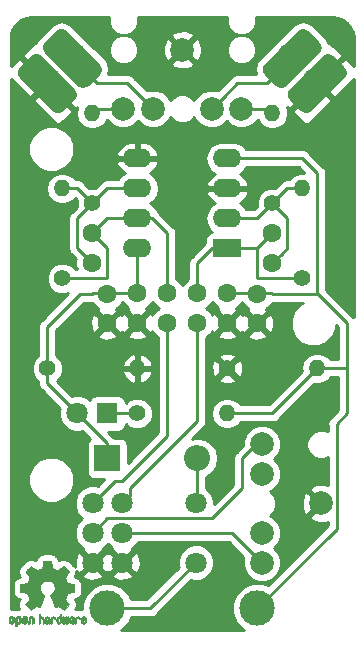
<source format=gbr>
G04 #@! TF.GenerationSoftware,KiCad,Pcbnew,5.0.1*
G04 #@! TF.CreationDate,2018-10-19T13:46:36+02:00*
G04 #@! TF.ProjectId,MicroFlux,4D6963726F466C75782E6B696361645F,rev?*
G04 #@! TF.SameCoordinates,Original*
G04 #@! TF.FileFunction,Copper,L1,Top,Signal*
G04 #@! TF.FilePolarity,Positive*
%FSLAX46Y46*%
G04 Gerber Fmt 4.6, Leading zero omitted, Abs format (unit mm)*
G04 Created by KiCad (PCBNEW 5.0.1) date Fri 19 Oct 2018 01:46:36 PM CEST*
%MOMM*%
%LPD*%
G01*
G04 APERTURE LIST*
G04 #@! TA.AperFunction,EtchedComponent*
%ADD10C,0.010000*%
G04 #@! TD*
G04 #@! TA.AperFunction,ComponentPad*
%ADD11C,1.600000*%
G04 #@! TD*
G04 #@! TA.AperFunction,ComponentPad*
%ADD12R,1.800000X1.800000*%
G04 #@! TD*
G04 #@! TA.AperFunction,ComponentPad*
%ADD13C,1.800000*%
G04 #@! TD*
G04 #@! TA.AperFunction,ComponentPad*
%ADD14R,2.200000X2.200000*%
G04 #@! TD*
G04 #@! TA.AperFunction,ComponentPad*
%ADD15O,2.200000X2.200000*%
G04 #@! TD*
G04 #@! TA.AperFunction,ComponentPad*
%ADD16C,1.400000*%
G04 #@! TD*
G04 #@! TA.AperFunction,ComponentPad*
%ADD17O,1.400000X1.400000*%
G04 #@! TD*
G04 #@! TA.AperFunction,ComponentPad*
%ADD18C,2.000000*%
G04 #@! TD*
G04 #@! TA.AperFunction,Conductor*
%ADD19C,0.100000*%
G04 #@! TD*
G04 #@! TA.AperFunction,ConnectorPad*
%ADD20C,2.600000*%
G04 #@! TD*
G04 #@! TA.AperFunction,ComponentPad*
%ADD21C,3.000000*%
G04 #@! TD*
G04 #@! TA.AperFunction,ComponentPad*
%ADD22R,2.400000X1.600000*%
G04 #@! TD*
G04 #@! TA.AperFunction,ComponentPad*
%ADD23O,2.400000X1.600000*%
G04 #@! TD*
G04 #@! TA.AperFunction,Conductor*
%ADD24C,0.250000*%
G04 #@! TD*
G04 #@! TA.AperFunction,Conductor*
%ADD25C,0.254000*%
G04 #@! TD*
G04 APERTURE END LIST*
D10*
G04 #@! TO.C,REF\002A\002A*
G36*
X172823910Y-110272348D02*
X172902454Y-110272778D01*
X172959298Y-110273942D01*
X172998105Y-110276207D01*
X173022538Y-110279940D01*
X173036262Y-110285506D01*
X173042940Y-110293273D01*
X173046236Y-110303605D01*
X173046556Y-110304943D01*
X173051562Y-110329079D01*
X173060829Y-110376701D01*
X173073392Y-110442741D01*
X173088287Y-110522128D01*
X173104551Y-110609796D01*
X173105119Y-110612875D01*
X173121410Y-110698789D01*
X173136652Y-110774696D01*
X173149861Y-110836045D01*
X173160054Y-110878282D01*
X173166248Y-110896855D01*
X173166543Y-110897184D01*
X173184788Y-110906253D01*
X173222405Y-110921367D01*
X173271271Y-110939262D01*
X173271543Y-110939358D01*
X173333093Y-110962493D01*
X173405657Y-110991965D01*
X173474057Y-111021597D01*
X173477294Y-111023062D01*
X173588702Y-111073626D01*
X173835399Y-110905160D01*
X173911077Y-110853803D01*
X173979631Y-110807889D01*
X174037088Y-110770030D01*
X174079476Y-110742837D01*
X174102825Y-110728921D01*
X174105042Y-110727889D01*
X174122010Y-110732484D01*
X174153701Y-110754655D01*
X174201352Y-110795447D01*
X174266198Y-110855905D01*
X174332397Y-110920227D01*
X174396214Y-110983612D01*
X174453329Y-111041451D01*
X174500305Y-111090175D01*
X174533703Y-111126210D01*
X174550085Y-111145984D01*
X174550694Y-111147002D01*
X174552505Y-111160572D01*
X174545683Y-111182733D01*
X174528540Y-111216478D01*
X174499393Y-111264800D01*
X174456555Y-111330692D01*
X174399448Y-111415517D01*
X174348766Y-111490177D01*
X174303461Y-111557140D01*
X174266150Y-111612516D01*
X174239452Y-111652420D01*
X174225985Y-111672962D01*
X174225137Y-111674356D01*
X174226781Y-111694038D01*
X174239245Y-111732293D01*
X174260048Y-111781889D01*
X174267462Y-111797728D01*
X174299814Y-111868290D01*
X174334328Y-111948353D01*
X174362365Y-112017629D01*
X174382568Y-112069045D01*
X174398615Y-112108119D01*
X174407888Y-112128541D01*
X174409041Y-112130114D01*
X174426096Y-112132721D01*
X174466298Y-112139863D01*
X174524302Y-112150523D01*
X174594763Y-112163685D01*
X174672335Y-112178333D01*
X174751672Y-112193449D01*
X174827431Y-112208018D01*
X174894264Y-112221022D01*
X174946828Y-112231445D01*
X174979776Y-112238270D01*
X174987857Y-112240199D01*
X174996205Y-112244962D01*
X175002506Y-112255718D01*
X175007045Y-112276098D01*
X175010104Y-112309734D01*
X175011967Y-112360255D01*
X175012918Y-112431292D01*
X175013240Y-112526476D01*
X175013257Y-112565492D01*
X175013257Y-112882799D01*
X174937057Y-112897839D01*
X174894663Y-112905995D01*
X174831400Y-112917899D01*
X174754962Y-112932116D01*
X174673043Y-112947210D01*
X174650400Y-112951355D01*
X174574806Y-112966053D01*
X174508953Y-112980505D01*
X174458366Y-112993375D01*
X174428574Y-113003322D01*
X174423612Y-113006287D01*
X174411426Y-113027283D01*
X174393953Y-113067967D01*
X174374577Y-113120322D01*
X174370734Y-113131600D01*
X174345339Y-113201523D01*
X174313817Y-113280418D01*
X174282969Y-113351266D01*
X174282817Y-113351595D01*
X174231447Y-113462733D01*
X174400399Y-113711253D01*
X174569352Y-113959772D01*
X174352429Y-114177058D01*
X174286819Y-114241726D01*
X174226979Y-114298733D01*
X174176267Y-114345033D01*
X174138046Y-114377584D01*
X174115675Y-114393343D01*
X174112466Y-114394343D01*
X174093626Y-114386469D01*
X174055180Y-114364578D01*
X174001330Y-114331267D01*
X173936276Y-114289131D01*
X173865940Y-114241943D01*
X173794555Y-114193810D01*
X173730908Y-114151928D01*
X173679041Y-114118871D01*
X173642995Y-114097218D01*
X173626867Y-114089543D01*
X173607189Y-114096037D01*
X173569875Y-114113150D01*
X173522621Y-114137326D01*
X173517612Y-114140013D01*
X173453977Y-114171927D01*
X173410341Y-114187579D01*
X173383202Y-114187745D01*
X173369057Y-114173204D01*
X173368975Y-114173000D01*
X173361905Y-114155779D01*
X173345042Y-114114899D01*
X173319695Y-114053525D01*
X173287171Y-113974819D01*
X173248778Y-113881947D01*
X173205822Y-113778072D01*
X173164222Y-113677502D01*
X173118504Y-113566516D01*
X173076526Y-113463703D01*
X173039548Y-113372215D01*
X173008827Y-113295201D01*
X172985622Y-113235815D01*
X172971190Y-113197209D01*
X172966743Y-113182800D01*
X172977896Y-113166272D01*
X173007069Y-113139930D01*
X173045971Y-113110887D01*
X173156757Y-113019039D01*
X173243351Y-112913759D01*
X173304716Y-112797266D01*
X173339815Y-112671776D01*
X173347608Y-112539507D01*
X173341943Y-112478457D01*
X173311078Y-112351795D01*
X173257920Y-112239941D01*
X173185767Y-112144001D01*
X173097917Y-112065076D01*
X172997665Y-112004270D01*
X172888310Y-111962687D01*
X172773147Y-111941428D01*
X172655475Y-111941599D01*
X172538590Y-111964301D01*
X172425789Y-112010638D01*
X172320369Y-112081713D01*
X172276368Y-112121911D01*
X172191979Y-112225129D01*
X172133222Y-112337925D01*
X172099704Y-112457010D01*
X172091035Y-112579095D01*
X172106823Y-112700893D01*
X172146678Y-112819116D01*
X172210207Y-112930475D01*
X172297021Y-113031684D01*
X172394029Y-113110887D01*
X172434437Y-113141162D01*
X172462982Y-113167219D01*
X172473257Y-113182825D01*
X172467877Y-113199843D01*
X172452575Y-113240500D01*
X172428612Y-113301642D01*
X172397244Y-113380119D01*
X172359732Y-113472780D01*
X172317333Y-113576472D01*
X172275663Y-113677526D01*
X172229690Y-113788607D01*
X172187107Y-113891541D01*
X172149221Y-113983165D01*
X172117340Y-114060316D01*
X172092771Y-114119831D01*
X172076820Y-114158544D01*
X172070910Y-114173000D01*
X172056948Y-114187685D01*
X172029940Y-114187642D01*
X171986413Y-114172099D01*
X171922890Y-114140284D01*
X171922388Y-114140013D01*
X171874560Y-114115323D01*
X171835897Y-114097338D01*
X171814095Y-114089614D01*
X171813133Y-114089543D01*
X171796721Y-114097378D01*
X171760487Y-114119165D01*
X171708474Y-114152328D01*
X171644725Y-114194291D01*
X171574060Y-114241943D01*
X171502116Y-114290191D01*
X171437274Y-114332151D01*
X171383735Y-114365227D01*
X171345697Y-114386821D01*
X171327533Y-114394343D01*
X171310808Y-114384457D01*
X171277180Y-114356826D01*
X171230010Y-114314495D01*
X171172658Y-114260505D01*
X171108484Y-114197899D01*
X171087497Y-114176983D01*
X170870499Y-113959623D01*
X171035668Y-113717220D01*
X171085864Y-113642781D01*
X171129919Y-113575972D01*
X171165362Y-113520665D01*
X171189719Y-113480729D01*
X171200522Y-113460036D01*
X171200838Y-113458563D01*
X171195143Y-113439058D01*
X171179826Y-113399822D01*
X171157537Y-113347430D01*
X171141893Y-113312355D01*
X171112641Y-113245201D01*
X171085094Y-113177358D01*
X171063737Y-113120034D01*
X171057935Y-113102572D01*
X171041452Y-113055938D01*
X171025340Y-113019905D01*
X171016490Y-113006287D01*
X170996960Y-112997952D01*
X170954334Y-112986137D01*
X170894145Y-112972181D01*
X170821922Y-112957422D01*
X170789600Y-112951355D01*
X170707522Y-112936273D01*
X170628795Y-112921669D01*
X170561109Y-112908980D01*
X170512160Y-112899642D01*
X170502943Y-112897839D01*
X170426743Y-112882799D01*
X170426743Y-112565492D01*
X170426914Y-112461154D01*
X170427616Y-112382213D01*
X170429134Y-112325038D01*
X170431749Y-112285999D01*
X170435746Y-112261465D01*
X170441409Y-112247805D01*
X170449020Y-112241389D01*
X170452143Y-112240199D01*
X170470978Y-112235980D01*
X170512588Y-112227562D01*
X170571630Y-112215961D01*
X170642757Y-112202195D01*
X170720625Y-112187280D01*
X170799887Y-112172232D01*
X170875198Y-112158069D01*
X170941213Y-112145806D01*
X170992587Y-112136461D01*
X171023975Y-112131050D01*
X171030959Y-112130114D01*
X171037285Y-112117596D01*
X171051290Y-112084246D01*
X171070355Y-112036377D01*
X171077634Y-112017629D01*
X171106996Y-111945195D01*
X171141571Y-111865170D01*
X171172537Y-111797728D01*
X171195323Y-111746159D01*
X171210482Y-111703785D01*
X171215542Y-111677834D01*
X171214736Y-111674356D01*
X171204041Y-111657936D01*
X171179620Y-111621417D01*
X171144095Y-111568687D01*
X171100087Y-111503635D01*
X171050217Y-111430151D01*
X171040356Y-111415645D01*
X170982492Y-111329704D01*
X170939956Y-111264261D01*
X170911054Y-111216304D01*
X170894090Y-111182820D01*
X170887367Y-111160795D01*
X170889190Y-111147217D01*
X170889236Y-111147131D01*
X170903586Y-111129297D01*
X170935323Y-111094817D01*
X170981010Y-111047268D01*
X171037204Y-110990222D01*
X171100468Y-110927255D01*
X171107602Y-110920227D01*
X171187330Y-110843020D01*
X171248857Y-110786330D01*
X171293421Y-110749110D01*
X171322257Y-110730315D01*
X171334958Y-110727889D01*
X171353494Y-110738471D01*
X171391961Y-110762916D01*
X171446386Y-110798612D01*
X171512798Y-110842947D01*
X171587225Y-110893311D01*
X171604601Y-110905160D01*
X171851297Y-111073626D01*
X171962706Y-111023062D01*
X172030457Y-110993595D01*
X172103183Y-110963959D01*
X172165703Y-110940330D01*
X172168457Y-110939358D01*
X172217360Y-110921457D01*
X172255057Y-110906320D01*
X172273425Y-110897210D01*
X172273456Y-110897184D01*
X172279285Y-110880717D01*
X172289192Y-110840219D01*
X172302195Y-110780242D01*
X172317309Y-110705340D01*
X172333552Y-110620064D01*
X172334881Y-110612875D01*
X172351175Y-110525014D01*
X172366133Y-110445260D01*
X172378791Y-110378681D01*
X172388186Y-110330347D01*
X172393354Y-110305325D01*
X172393444Y-110304943D01*
X172396589Y-110294299D01*
X172402704Y-110286262D01*
X172415453Y-110280467D01*
X172438500Y-110276547D01*
X172475509Y-110274135D01*
X172530144Y-110272865D01*
X172606067Y-110272371D01*
X172706944Y-110272286D01*
X172720000Y-110272286D01*
X172823910Y-110272348D01*
X172823910Y-110272348D01*
G37*
X172823910Y-110272348D02*
X172902454Y-110272778D01*
X172959298Y-110273942D01*
X172998105Y-110276207D01*
X173022538Y-110279940D01*
X173036262Y-110285506D01*
X173042940Y-110293273D01*
X173046236Y-110303605D01*
X173046556Y-110304943D01*
X173051562Y-110329079D01*
X173060829Y-110376701D01*
X173073392Y-110442741D01*
X173088287Y-110522128D01*
X173104551Y-110609796D01*
X173105119Y-110612875D01*
X173121410Y-110698789D01*
X173136652Y-110774696D01*
X173149861Y-110836045D01*
X173160054Y-110878282D01*
X173166248Y-110896855D01*
X173166543Y-110897184D01*
X173184788Y-110906253D01*
X173222405Y-110921367D01*
X173271271Y-110939262D01*
X173271543Y-110939358D01*
X173333093Y-110962493D01*
X173405657Y-110991965D01*
X173474057Y-111021597D01*
X173477294Y-111023062D01*
X173588702Y-111073626D01*
X173835399Y-110905160D01*
X173911077Y-110853803D01*
X173979631Y-110807889D01*
X174037088Y-110770030D01*
X174079476Y-110742837D01*
X174102825Y-110728921D01*
X174105042Y-110727889D01*
X174122010Y-110732484D01*
X174153701Y-110754655D01*
X174201352Y-110795447D01*
X174266198Y-110855905D01*
X174332397Y-110920227D01*
X174396214Y-110983612D01*
X174453329Y-111041451D01*
X174500305Y-111090175D01*
X174533703Y-111126210D01*
X174550085Y-111145984D01*
X174550694Y-111147002D01*
X174552505Y-111160572D01*
X174545683Y-111182733D01*
X174528540Y-111216478D01*
X174499393Y-111264800D01*
X174456555Y-111330692D01*
X174399448Y-111415517D01*
X174348766Y-111490177D01*
X174303461Y-111557140D01*
X174266150Y-111612516D01*
X174239452Y-111652420D01*
X174225985Y-111672962D01*
X174225137Y-111674356D01*
X174226781Y-111694038D01*
X174239245Y-111732293D01*
X174260048Y-111781889D01*
X174267462Y-111797728D01*
X174299814Y-111868290D01*
X174334328Y-111948353D01*
X174362365Y-112017629D01*
X174382568Y-112069045D01*
X174398615Y-112108119D01*
X174407888Y-112128541D01*
X174409041Y-112130114D01*
X174426096Y-112132721D01*
X174466298Y-112139863D01*
X174524302Y-112150523D01*
X174594763Y-112163685D01*
X174672335Y-112178333D01*
X174751672Y-112193449D01*
X174827431Y-112208018D01*
X174894264Y-112221022D01*
X174946828Y-112231445D01*
X174979776Y-112238270D01*
X174987857Y-112240199D01*
X174996205Y-112244962D01*
X175002506Y-112255718D01*
X175007045Y-112276098D01*
X175010104Y-112309734D01*
X175011967Y-112360255D01*
X175012918Y-112431292D01*
X175013240Y-112526476D01*
X175013257Y-112565492D01*
X175013257Y-112882799D01*
X174937057Y-112897839D01*
X174894663Y-112905995D01*
X174831400Y-112917899D01*
X174754962Y-112932116D01*
X174673043Y-112947210D01*
X174650400Y-112951355D01*
X174574806Y-112966053D01*
X174508953Y-112980505D01*
X174458366Y-112993375D01*
X174428574Y-113003322D01*
X174423612Y-113006287D01*
X174411426Y-113027283D01*
X174393953Y-113067967D01*
X174374577Y-113120322D01*
X174370734Y-113131600D01*
X174345339Y-113201523D01*
X174313817Y-113280418D01*
X174282969Y-113351266D01*
X174282817Y-113351595D01*
X174231447Y-113462733D01*
X174400399Y-113711253D01*
X174569352Y-113959772D01*
X174352429Y-114177058D01*
X174286819Y-114241726D01*
X174226979Y-114298733D01*
X174176267Y-114345033D01*
X174138046Y-114377584D01*
X174115675Y-114393343D01*
X174112466Y-114394343D01*
X174093626Y-114386469D01*
X174055180Y-114364578D01*
X174001330Y-114331267D01*
X173936276Y-114289131D01*
X173865940Y-114241943D01*
X173794555Y-114193810D01*
X173730908Y-114151928D01*
X173679041Y-114118871D01*
X173642995Y-114097218D01*
X173626867Y-114089543D01*
X173607189Y-114096037D01*
X173569875Y-114113150D01*
X173522621Y-114137326D01*
X173517612Y-114140013D01*
X173453977Y-114171927D01*
X173410341Y-114187579D01*
X173383202Y-114187745D01*
X173369057Y-114173204D01*
X173368975Y-114173000D01*
X173361905Y-114155779D01*
X173345042Y-114114899D01*
X173319695Y-114053525D01*
X173287171Y-113974819D01*
X173248778Y-113881947D01*
X173205822Y-113778072D01*
X173164222Y-113677502D01*
X173118504Y-113566516D01*
X173076526Y-113463703D01*
X173039548Y-113372215D01*
X173008827Y-113295201D01*
X172985622Y-113235815D01*
X172971190Y-113197209D01*
X172966743Y-113182800D01*
X172977896Y-113166272D01*
X173007069Y-113139930D01*
X173045971Y-113110887D01*
X173156757Y-113019039D01*
X173243351Y-112913759D01*
X173304716Y-112797266D01*
X173339815Y-112671776D01*
X173347608Y-112539507D01*
X173341943Y-112478457D01*
X173311078Y-112351795D01*
X173257920Y-112239941D01*
X173185767Y-112144001D01*
X173097917Y-112065076D01*
X172997665Y-112004270D01*
X172888310Y-111962687D01*
X172773147Y-111941428D01*
X172655475Y-111941599D01*
X172538590Y-111964301D01*
X172425789Y-112010638D01*
X172320369Y-112081713D01*
X172276368Y-112121911D01*
X172191979Y-112225129D01*
X172133222Y-112337925D01*
X172099704Y-112457010D01*
X172091035Y-112579095D01*
X172106823Y-112700893D01*
X172146678Y-112819116D01*
X172210207Y-112930475D01*
X172297021Y-113031684D01*
X172394029Y-113110887D01*
X172434437Y-113141162D01*
X172462982Y-113167219D01*
X172473257Y-113182825D01*
X172467877Y-113199843D01*
X172452575Y-113240500D01*
X172428612Y-113301642D01*
X172397244Y-113380119D01*
X172359732Y-113472780D01*
X172317333Y-113576472D01*
X172275663Y-113677526D01*
X172229690Y-113788607D01*
X172187107Y-113891541D01*
X172149221Y-113983165D01*
X172117340Y-114060316D01*
X172092771Y-114119831D01*
X172076820Y-114158544D01*
X172070910Y-114173000D01*
X172056948Y-114187685D01*
X172029940Y-114187642D01*
X171986413Y-114172099D01*
X171922890Y-114140284D01*
X171922388Y-114140013D01*
X171874560Y-114115323D01*
X171835897Y-114097338D01*
X171814095Y-114089614D01*
X171813133Y-114089543D01*
X171796721Y-114097378D01*
X171760487Y-114119165D01*
X171708474Y-114152328D01*
X171644725Y-114194291D01*
X171574060Y-114241943D01*
X171502116Y-114290191D01*
X171437274Y-114332151D01*
X171383735Y-114365227D01*
X171345697Y-114386821D01*
X171327533Y-114394343D01*
X171310808Y-114384457D01*
X171277180Y-114356826D01*
X171230010Y-114314495D01*
X171172658Y-114260505D01*
X171108484Y-114197899D01*
X171087497Y-114176983D01*
X170870499Y-113959623D01*
X171035668Y-113717220D01*
X171085864Y-113642781D01*
X171129919Y-113575972D01*
X171165362Y-113520665D01*
X171189719Y-113480729D01*
X171200522Y-113460036D01*
X171200838Y-113458563D01*
X171195143Y-113439058D01*
X171179826Y-113399822D01*
X171157537Y-113347430D01*
X171141893Y-113312355D01*
X171112641Y-113245201D01*
X171085094Y-113177358D01*
X171063737Y-113120034D01*
X171057935Y-113102572D01*
X171041452Y-113055938D01*
X171025340Y-113019905D01*
X171016490Y-113006287D01*
X170996960Y-112997952D01*
X170954334Y-112986137D01*
X170894145Y-112972181D01*
X170821922Y-112957422D01*
X170789600Y-112951355D01*
X170707522Y-112936273D01*
X170628795Y-112921669D01*
X170561109Y-112908980D01*
X170512160Y-112899642D01*
X170502943Y-112897839D01*
X170426743Y-112882799D01*
X170426743Y-112565492D01*
X170426914Y-112461154D01*
X170427616Y-112382213D01*
X170429134Y-112325038D01*
X170431749Y-112285999D01*
X170435746Y-112261465D01*
X170441409Y-112247805D01*
X170449020Y-112241389D01*
X170452143Y-112240199D01*
X170470978Y-112235980D01*
X170512588Y-112227562D01*
X170571630Y-112215961D01*
X170642757Y-112202195D01*
X170720625Y-112187280D01*
X170799887Y-112172232D01*
X170875198Y-112158069D01*
X170941213Y-112145806D01*
X170992587Y-112136461D01*
X171023975Y-112131050D01*
X171030959Y-112130114D01*
X171037285Y-112117596D01*
X171051290Y-112084246D01*
X171070355Y-112036377D01*
X171077634Y-112017629D01*
X171106996Y-111945195D01*
X171141571Y-111865170D01*
X171172537Y-111797728D01*
X171195323Y-111746159D01*
X171210482Y-111703785D01*
X171215542Y-111677834D01*
X171214736Y-111674356D01*
X171204041Y-111657936D01*
X171179620Y-111621417D01*
X171144095Y-111568687D01*
X171100087Y-111503635D01*
X171050217Y-111430151D01*
X171040356Y-111415645D01*
X170982492Y-111329704D01*
X170939956Y-111264261D01*
X170911054Y-111216304D01*
X170894090Y-111182820D01*
X170887367Y-111160795D01*
X170889190Y-111147217D01*
X170889236Y-111147131D01*
X170903586Y-111129297D01*
X170935323Y-111094817D01*
X170981010Y-111047268D01*
X171037204Y-110990222D01*
X171100468Y-110927255D01*
X171107602Y-110920227D01*
X171187330Y-110843020D01*
X171248857Y-110786330D01*
X171293421Y-110749110D01*
X171322257Y-110730315D01*
X171334958Y-110727889D01*
X171353494Y-110738471D01*
X171391961Y-110762916D01*
X171446386Y-110798612D01*
X171512798Y-110842947D01*
X171587225Y-110893311D01*
X171604601Y-110905160D01*
X171851297Y-111073626D01*
X171962706Y-111023062D01*
X172030457Y-110993595D01*
X172103183Y-110963959D01*
X172165703Y-110940330D01*
X172168457Y-110939358D01*
X172217360Y-110921457D01*
X172255057Y-110906320D01*
X172273425Y-110897210D01*
X172273456Y-110897184D01*
X172279285Y-110880717D01*
X172289192Y-110840219D01*
X172302195Y-110780242D01*
X172317309Y-110705340D01*
X172333552Y-110620064D01*
X172334881Y-110612875D01*
X172351175Y-110525014D01*
X172366133Y-110445260D01*
X172378791Y-110378681D01*
X172388186Y-110330347D01*
X172393354Y-110305325D01*
X172393444Y-110304943D01*
X172396589Y-110294299D01*
X172402704Y-110286262D01*
X172415453Y-110280467D01*
X172438500Y-110276547D01*
X172475509Y-110274135D01*
X172530144Y-110272865D01*
X172606067Y-110272371D01*
X172706944Y-110272286D01*
X172720000Y-110272286D01*
X172823910Y-110272348D01*
G36*
X175873595Y-114996966D02*
X175931021Y-115034497D01*
X175958719Y-115068096D01*
X175980662Y-115129064D01*
X175982405Y-115177308D01*
X175978457Y-115241816D01*
X175829686Y-115306934D01*
X175757349Y-115340202D01*
X175710084Y-115366964D01*
X175685507Y-115390144D01*
X175681237Y-115412667D01*
X175694889Y-115437455D01*
X175709943Y-115453886D01*
X175753746Y-115480235D01*
X175801389Y-115482081D01*
X175845145Y-115461546D01*
X175877289Y-115420752D01*
X175883038Y-115406347D01*
X175910576Y-115361356D01*
X175942258Y-115342182D01*
X175985714Y-115325779D01*
X175985714Y-115387966D01*
X175981872Y-115430283D01*
X175966823Y-115465969D01*
X175935280Y-115506943D01*
X175930592Y-115512267D01*
X175895506Y-115548720D01*
X175865347Y-115568283D01*
X175827615Y-115577283D01*
X175796335Y-115580230D01*
X175740385Y-115580965D01*
X175700555Y-115571660D01*
X175675708Y-115557846D01*
X175636656Y-115527467D01*
X175609625Y-115494613D01*
X175592517Y-115453294D01*
X175583238Y-115397521D01*
X175579693Y-115321305D01*
X175579410Y-115282622D01*
X175580372Y-115236247D01*
X175668007Y-115236247D01*
X175669023Y-115261126D01*
X175671556Y-115265200D01*
X175688274Y-115259665D01*
X175724249Y-115245017D01*
X175772331Y-115224190D01*
X175782386Y-115219714D01*
X175843152Y-115188814D01*
X175876632Y-115161657D01*
X175883990Y-115136220D01*
X175866391Y-115110481D01*
X175851856Y-115099109D01*
X175799410Y-115076364D01*
X175750322Y-115080122D01*
X175709227Y-115107884D01*
X175680758Y-115157152D01*
X175671631Y-115196257D01*
X175668007Y-115236247D01*
X175580372Y-115236247D01*
X175581285Y-115192249D01*
X175588196Y-115125384D01*
X175601884Y-115076695D01*
X175624096Y-115040849D01*
X175656574Y-115012513D01*
X175670733Y-115003355D01*
X175735053Y-114979507D01*
X175805473Y-114978006D01*
X175873595Y-114996966D01*
X175873595Y-114996966D01*
G37*
X175873595Y-114996966D02*
X175931021Y-115034497D01*
X175958719Y-115068096D01*
X175980662Y-115129064D01*
X175982405Y-115177308D01*
X175978457Y-115241816D01*
X175829686Y-115306934D01*
X175757349Y-115340202D01*
X175710084Y-115366964D01*
X175685507Y-115390144D01*
X175681237Y-115412667D01*
X175694889Y-115437455D01*
X175709943Y-115453886D01*
X175753746Y-115480235D01*
X175801389Y-115482081D01*
X175845145Y-115461546D01*
X175877289Y-115420752D01*
X175883038Y-115406347D01*
X175910576Y-115361356D01*
X175942258Y-115342182D01*
X175985714Y-115325779D01*
X175985714Y-115387966D01*
X175981872Y-115430283D01*
X175966823Y-115465969D01*
X175935280Y-115506943D01*
X175930592Y-115512267D01*
X175895506Y-115548720D01*
X175865347Y-115568283D01*
X175827615Y-115577283D01*
X175796335Y-115580230D01*
X175740385Y-115580965D01*
X175700555Y-115571660D01*
X175675708Y-115557846D01*
X175636656Y-115527467D01*
X175609625Y-115494613D01*
X175592517Y-115453294D01*
X175583238Y-115397521D01*
X175579693Y-115321305D01*
X175579410Y-115282622D01*
X175580372Y-115236247D01*
X175668007Y-115236247D01*
X175669023Y-115261126D01*
X175671556Y-115265200D01*
X175688274Y-115259665D01*
X175724249Y-115245017D01*
X175772331Y-115224190D01*
X175782386Y-115219714D01*
X175843152Y-115188814D01*
X175876632Y-115161657D01*
X175883990Y-115136220D01*
X175866391Y-115110481D01*
X175851856Y-115099109D01*
X175799410Y-115076364D01*
X175750322Y-115080122D01*
X175709227Y-115107884D01*
X175680758Y-115157152D01*
X175671631Y-115196257D01*
X175668007Y-115236247D01*
X175580372Y-115236247D01*
X175581285Y-115192249D01*
X175588196Y-115125384D01*
X175601884Y-115076695D01*
X175624096Y-115040849D01*
X175656574Y-115012513D01*
X175670733Y-115003355D01*
X175735053Y-114979507D01*
X175805473Y-114978006D01*
X175873595Y-114996966D01*
G36*
X175372600Y-114988752D02*
X175389948Y-114996334D01*
X175431356Y-115029128D01*
X175466765Y-115076547D01*
X175488664Y-115127151D01*
X175492229Y-115152098D01*
X175480279Y-115186927D01*
X175454067Y-115205357D01*
X175425964Y-115216516D01*
X175413095Y-115218572D01*
X175406829Y-115203649D01*
X175394456Y-115171175D01*
X175389028Y-115156502D01*
X175358590Y-115105744D01*
X175314520Y-115080427D01*
X175258010Y-115081206D01*
X175253825Y-115082203D01*
X175223655Y-115096507D01*
X175201476Y-115124393D01*
X175186327Y-115169287D01*
X175177250Y-115234615D01*
X175173286Y-115323804D01*
X175172914Y-115371261D01*
X175172730Y-115446071D01*
X175171522Y-115497069D01*
X175168309Y-115529471D01*
X175162109Y-115548495D01*
X175151940Y-115559356D01*
X175136819Y-115567272D01*
X175135946Y-115567670D01*
X175106828Y-115579981D01*
X175092403Y-115584514D01*
X175090186Y-115570809D01*
X175088289Y-115532925D01*
X175086847Y-115475715D01*
X175085998Y-115404027D01*
X175085829Y-115351565D01*
X175086692Y-115250047D01*
X175090070Y-115173032D01*
X175097142Y-115116023D01*
X175109088Y-115074526D01*
X175127090Y-115044043D01*
X175152327Y-115020080D01*
X175177247Y-115003355D01*
X175237171Y-114981097D01*
X175306911Y-114976076D01*
X175372600Y-114988752D01*
X175372600Y-114988752D01*
G37*
X175372600Y-114988752D02*
X175389948Y-114996334D01*
X175431356Y-115029128D01*
X175466765Y-115076547D01*
X175488664Y-115127151D01*
X175492229Y-115152098D01*
X175480279Y-115186927D01*
X175454067Y-115205357D01*
X175425964Y-115216516D01*
X175413095Y-115218572D01*
X175406829Y-115203649D01*
X175394456Y-115171175D01*
X175389028Y-115156502D01*
X175358590Y-115105744D01*
X175314520Y-115080427D01*
X175258010Y-115081206D01*
X175253825Y-115082203D01*
X175223655Y-115096507D01*
X175201476Y-115124393D01*
X175186327Y-115169287D01*
X175177250Y-115234615D01*
X175173286Y-115323804D01*
X175172914Y-115371261D01*
X175172730Y-115446071D01*
X175171522Y-115497069D01*
X175168309Y-115529471D01*
X175162109Y-115548495D01*
X175151940Y-115559356D01*
X175136819Y-115567272D01*
X175135946Y-115567670D01*
X175106828Y-115579981D01*
X175092403Y-115584514D01*
X175090186Y-115570809D01*
X175088289Y-115532925D01*
X175086847Y-115475715D01*
X175085998Y-115404027D01*
X175085829Y-115351565D01*
X175086692Y-115250047D01*
X175090070Y-115173032D01*
X175097142Y-115116023D01*
X175109088Y-115074526D01*
X175127090Y-115044043D01*
X175152327Y-115020080D01*
X175177247Y-115003355D01*
X175237171Y-114981097D01*
X175306911Y-114976076D01*
X175372600Y-114988752D01*
G36*
X174864876Y-114986335D02*
X174906667Y-115005344D01*
X174939469Y-115028378D01*
X174963503Y-115054133D01*
X174980097Y-115087358D01*
X174990577Y-115132800D01*
X174996271Y-115195207D01*
X174998507Y-115279327D01*
X174998743Y-115334721D01*
X174998743Y-115550826D01*
X174961774Y-115567670D01*
X174932656Y-115579981D01*
X174918231Y-115584514D01*
X174915472Y-115571025D01*
X174913282Y-115534653D01*
X174911942Y-115481542D01*
X174911657Y-115439372D01*
X174910434Y-115378447D01*
X174907136Y-115330115D01*
X174902321Y-115300518D01*
X174898496Y-115294229D01*
X174872783Y-115300652D01*
X174832418Y-115317125D01*
X174785679Y-115339458D01*
X174740845Y-115363457D01*
X174706193Y-115384930D01*
X174690002Y-115399685D01*
X174689938Y-115399845D01*
X174691330Y-115427152D01*
X174703818Y-115453219D01*
X174725743Y-115474392D01*
X174757743Y-115481474D01*
X174785092Y-115480649D01*
X174823826Y-115480042D01*
X174844158Y-115489116D01*
X174856369Y-115513092D01*
X174857909Y-115517613D01*
X174863203Y-115551806D01*
X174849047Y-115572568D01*
X174812148Y-115582462D01*
X174772289Y-115584292D01*
X174700562Y-115570727D01*
X174663432Y-115551355D01*
X174617576Y-115505845D01*
X174593256Y-115449983D01*
X174591073Y-115390957D01*
X174611629Y-115335953D01*
X174642549Y-115301486D01*
X174673420Y-115282189D01*
X174721942Y-115257759D01*
X174778485Y-115232985D01*
X174787910Y-115229199D01*
X174850019Y-115201791D01*
X174885822Y-115177634D01*
X174897337Y-115153619D01*
X174886580Y-115126635D01*
X174868114Y-115105543D01*
X174824469Y-115079572D01*
X174776446Y-115077624D01*
X174732406Y-115097637D01*
X174700709Y-115137551D01*
X174696549Y-115147848D01*
X174672327Y-115185724D01*
X174636965Y-115213842D01*
X174592343Y-115236917D01*
X174592343Y-115171485D01*
X174594969Y-115131506D01*
X174606230Y-115099997D01*
X174631199Y-115066378D01*
X174655169Y-115040484D01*
X174692441Y-115003817D01*
X174721401Y-114984121D01*
X174752505Y-114976220D01*
X174787713Y-114974914D01*
X174864876Y-114986335D01*
X174864876Y-114986335D01*
G37*
X174864876Y-114986335D02*
X174906667Y-115005344D01*
X174939469Y-115028378D01*
X174963503Y-115054133D01*
X174980097Y-115087358D01*
X174990577Y-115132800D01*
X174996271Y-115195207D01*
X174998507Y-115279327D01*
X174998743Y-115334721D01*
X174998743Y-115550826D01*
X174961774Y-115567670D01*
X174932656Y-115579981D01*
X174918231Y-115584514D01*
X174915472Y-115571025D01*
X174913282Y-115534653D01*
X174911942Y-115481542D01*
X174911657Y-115439372D01*
X174910434Y-115378447D01*
X174907136Y-115330115D01*
X174902321Y-115300518D01*
X174898496Y-115294229D01*
X174872783Y-115300652D01*
X174832418Y-115317125D01*
X174785679Y-115339458D01*
X174740845Y-115363457D01*
X174706193Y-115384930D01*
X174690002Y-115399685D01*
X174689938Y-115399845D01*
X174691330Y-115427152D01*
X174703818Y-115453219D01*
X174725743Y-115474392D01*
X174757743Y-115481474D01*
X174785092Y-115480649D01*
X174823826Y-115480042D01*
X174844158Y-115489116D01*
X174856369Y-115513092D01*
X174857909Y-115517613D01*
X174863203Y-115551806D01*
X174849047Y-115572568D01*
X174812148Y-115582462D01*
X174772289Y-115584292D01*
X174700562Y-115570727D01*
X174663432Y-115551355D01*
X174617576Y-115505845D01*
X174593256Y-115449983D01*
X174591073Y-115390957D01*
X174611629Y-115335953D01*
X174642549Y-115301486D01*
X174673420Y-115282189D01*
X174721942Y-115257759D01*
X174778485Y-115232985D01*
X174787910Y-115229199D01*
X174850019Y-115201791D01*
X174885822Y-115177634D01*
X174897337Y-115153619D01*
X174886580Y-115126635D01*
X174868114Y-115105543D01*
X174824469Y-115079572D01*
X174776446Y-115077624D01*
X174732406Y-115097637D01*
X174700709Y-115137551D01*
X174696549Y-115147848D01*
X174672327Y-115185724D01*
X174636965Y-115213842D01*
X174592343Y-115236917D01*
X174592343Y-115171485D01*
X174594969Y-115131506D01*
X174606230Y-115099997D01*
X174631199Y-115066378D01*
X174655169Y-115040484D01*
X174692441Y-115003817D01*
X174721401Y-114984121D01*
X174752505Y-114976220D01*
X174787713Y-114974914D01*
X174864876Y-114986335D01*
G36*
X174499833Y-114988663D02*
X174502048Y-115026850D01*
X174503784Y-115084886D01*
X174504899Y-115158180D01*
X174505257Y-115235055D01*
X174505257Y-115495196D01*
X174459326Y-115541127D01*
X174427675Y-115569429D01*
X174399890Y-115580893D01*
X174361915Y-115580168D01*
X174346840Y-115578321D01*
X174299726Y-115572948D01*
X174260756Y-115569869D01*
X174251257Y-115569585D01*
X174219233Y-115571445D01*
X174173432Y-115576114D01*
X174155674Y-115578321D01*
X174112057Y-115581735D01*
X174082745Y-115574320D01*
X174053680Y-115551427D01*
X174043188Y-115541127D01*
X173997257Y-115495196D01*
X173997257Y-115008602D01*
X174034226Y-114991758D01*
X174066059Y-114979282D01*
X174084683Y-114974914D01*
X174089458Y-114988718D01*
X174093921Y-115027286D01*
X174097775Y-115086356D01*
X174100722Y-115161663D01*
X174102143Y-115225286D01*
X174106114Y-115475657D01*
X174140759Y-115480556D01*
X174172268Y-115477131D01*
X174187708Y-115466041D01*
X174192023Y-115445308D01*
X174195708Y-115401145D01*
X174198469Y-115339146D01*
X174200012Y-115264909D01*
X174200235Y-115226706D01*
X174200457Y-115006783D01*
X174246166Y-114990849D01*
X174278518Y-114980015D01*
X174296115Y-114974962D01*
X174296623Y-114974914D01*
X174298388Y-114988648D01*
X174300329Y-115026730D01*
X174302282Y-115084482D01*
X174304084Y-115157227D01*
X174305343Y-115225286D01*
X174309314Y-115475657D01*
X174396400Y-115475657D01*
X174400396Y-115247240D01*
X174404392Y-115018822D01*
X174446847Y-114996868D01*
X174478192Y-114981793D01*
X174496744Y-114974951D01*
X174497279Y-114974914D01*
X174499833Y-114988663D01*
X174499833Y-114988663D01*
G37*
X174499833Y-114988663D02*
X174502048Y-115026850D01*
X174503784Y-115084886D01*
X174504899Y-115158180D01*
X174505257Y-115235055D01*
X174505257Y-115495196D01*
X174459326Y-115541127D01*
X174427675Y-115569429D01*
X174399890Y-115580893D01*
X174361915Y-115580168D01*
X174346840Y-115578321D01*
X174299726Y-115572948D01*
X174260756Y-115569869D01*
X174251257Y-115569585D01*
X174219233Y-115571445D01*
X174173432Y-115576114D01*
X174155674Y-115578321D01*
X174112057Y-115581735D01*
X174082745Y-115574320D01*
X174053680Y-115551427D01*
X174043188Y-115541127D01*
X173997257Y-115495196D01*
X173997257Y-115008602D01*
X174034226Y-114991758D01*
X174066059Y-114979282D01*
X174084683Y-114974914D01*
X174089458Y-114988718D01*
X174093921Y-115027286D01*
X174097775Y-115086356D01*
X174100722Y-115161663D01*
X174102143Y-115225286D01*
X174106114Y-115475657D01*
X174140759Y-115480556D01*
X174172268Y-115477131D01*
X174187708Y-115466041D01*
X174192023Y-115445308D01*
X174195708Y-115401145D01*
X174198469Y-115339146D01*
X174200012Y-115264909D01*
X174200235Y-115226706D01*
X174200457Y-115006783D01*
X174246166Y-114990849D01*
X174278518Y-114980015D01*
X174296115Y-114974962D01*
X174296623Y-114974914D01*
X174298388Y-114988648D01*
X174300329Y-115026730D01*
X174302282Y-115084482D01*
X174304084Y-115157227D01*
X174305343Y-115225286D01*
X174309314Y-115475657D01*
X174396400Y-115475657D01*
X174400396Y-115247240D01*
X174404392Y-115018822D01*
X174446847Y-114996868D01*
X174478192Y-114981793D01*
X174496744Y-114974951D01*
X174497279Y-114974914D01*
X174499833Y-114988663D01*
G36*
X173910117Y-115095358D02*
X173909933Y-115203837D01*
X173909219Y-115287287D01*
X173907675Y-115349704D01*
X173905001Y-115395085D01*
X173900894Y-115427429D01*
X173895055Y-115450733D01*
X173887182Y-115468995D01*
X173881221Y-115479418D01*
X173831855Y-115535945D01*
X173769264Y-115571377D01*
X173700013Y-115584090D01*
X173630668Y-115572463D01*
X173589375Y-115551568D01*
X173546025Y-115515422D01*
X173516481Y-115471276D01*
X173498655Y-115413462D01*
X173490463Y-115336313D01*
X173489302Y-115279714D01*
X173489458Y-115275647D01*
X173590857Y-115275647D01*
X173591476Y-115340550D01*
X173594314Y-115383514D01*
X173600840Y-115411622D01*
X173612523Y-115431953D01*
X173626483Y-115447288D01*
X173673365Y-115476890D01*
X173723701Y-115479419D01*
X173771276Y-115454705D01*
X173774979Y-115451356D01*
X173790783Y-115433935D01*
X173800693Y-115413209D01*
X173806058Y-115382362D01*
X173808228Y-115334577D01*
X173808571Y-115281748D01*
X173807827Y-115215381D01*
X173804748Y-115171106D01*
X173798061Y-115142009D01*
X173786496Y-115121173D01*
X173777013Y-115110107D01*
X173732960Y-115082198D01*
X173682224Y-115078843D01*
X173633796Y-115100159D01*
X173624450Y-115108073D01*
X173608540Y-115125647D01*
X173598610Y-115146587D01*
X173593278Y-115177782D01*
X173591163Y-115226122D01*
X173590857Y-115275647D01*
X173489458Y-115275647D01*
X173492810Y-115188568D01*
X173504726Y-115120086D01*
X173527135Y-115068600D01*
X173562124Y-115028443D01*
X173589375Y-115007861D01*
X173638907Y-114985625D01*
X173696316Y-114975304D01*
X173749682Y-114978067D01*
X173779543Y-114989212D01*
X173791261Y-114992383D01*
X173799037Y-114980557D01*
X173804465Y-114948866D01*
X173808571Y-114900593D01*
X173813067Y-114846829D01*
X173819313Y-114814482D01*
X173830676Y-114795985D01*
X173850528Y-114783770D01*
X173863000Y-114778362D01*
X173910171Y-114758601D01*
X173910117Y-115095358D01*
X173910117Y-115095358D01*
G37*
X173910117Y-115095358D02*
X173909933Y-115203837D01*
X173909219Y-115287287D01*
X173907675Y-115349704D01*
X173905001Y-115395085D01*
X173900894Y-115427429D01*
X173895055Y-115450733D01*
X173887182Y-115468995D01*
X173881221Y-115479418D01*
X173831855Y-115535945D01*
X173769264Y-115571377D01*
X173700013Y-115584090D01*
X173630668Y-115572463D01*
X173589375Y-115551568D01*
X173546025Y-115515422D01*
X173516481Y-115471276D01*
X173498655Y-115413462D01*
X173490463Y-115336313D01*
X173489302Y-115279714D01*
X173489458Y-115275647D01*
X173590857Y-115275647D01*
X173591476Y-115340550D01*
X173594314Y-115383514D01*
X173600840Y-115411622D01*
X173612523Y-115431953D01*
X173626483Y-115447288D01*
X173673365Y-115476890D01*
X173723701Y-115479419D01*
X173771276Y-115454705D01*
X173774979Y-115451356D01*
X173790783Y-115433935D01*
X173800693Y-115413209D01*
X173806058Y-115382362D01*
X173808228Y-115334577D01*
X173808571Y-115281748D01*
X173807827Y-115215381D01*
X173804748Y-115171106D01*
X173798061Y-115142009D01*
X173786496Y-115121173D01*
X173777013Y-115110107D01*
X173732960Y-115082198D01*
X173682224Y-115078843D01*
X173633796Y-115100159D01*
X173624450Y-115108073D01*
X173608540Y-115125647D01*
X173598610Y-115146587D01*
X173593278Y-115177782D01*
X173591163Y-115226122D01*
X173590857Y-115275647D01*
X173489458Y-115275647D01*
X173492810Y-115188568D01*
X173504726Y-115120086D01*
X173527135Y-115068600D01*
X173562124Y-115028443D01*
X173589375Y-115007861D01*
X173638907Y-114985625D01*
X173696316Y-114975304D01*
X173749682Y-114978067D01*
X173779543Y-114989212D01*
X173791261Y-114992383D01*
X173799037Y-114980557D01*
X173804465Y-114948866D01*
X173808571Y-114900593D01*
X173813067Y-114846829D01*
X173819313Y-114814482D01*
X173830676Y-114795985D01*
X173850528Y-114783770D01*
X173863000Y-114778362D01*
X173910171Y-114758601D01*
X173910117Y-115095358D01*
G36*
X173249926Y-114979755D02*
X173315858Y-115004084D01*
X173369273Y-115047117D01*
X173390164Y-115077409D01*
X173412939Y-115132994D01*
X173412466Y-115173186D01*
X173388562Y-115200217D01*
X173379717Y-115204813D01*
X173341530Y-115219144D01*
X173322028Y-115215472D01*
X173315422Y-115191407D01*
X173315086Y-115178114D01*
X173302992Y-115129210D01*
X173271471Y-115094999D01*
X173227659Y-115078476D01*
X173178695Y-115082634D01*
X173138894Y-115104227D01*
X173125450Y-115116544D01*
X173115921Y-115131487D01*
X173109485Y-115154075D01*
X173105317Y-115189328D01*
X173102597Y-115242266D01*
X173100502Y-115317907D01*
X173099960Y-115341857D01*
X173097981Y-115423790D01*
X173095731Y-115481455D01*
X173092357Y-115519608D01*
X173087006Y-115543004D01*
X173078824Y-115556398D01*
X173066959Y-115564545D01*
X173059362Y-115568144D01*
X173027102Y-115580452D01*
X173008111Y-115584514D01*
X173001836Y-115570948D01*
X172998006Y-115529934D01*
X172996600Y-115460999D01*
X172997598Y-115363669D01*
X172997908Y-115348657D01*
X173000101Y-115259859D01*
X173002693Y-115195019D01*
X173006382Y-115149067D01*
X173011864Y-115116935D01*
X173019835Y-115093553D01*
X173030993Y-115073852D01*
X173036830Y-115065410D01*
X173070296Y-115028057D01*
X173107727Y-114999003D01*
X173112309Y-114996467D01*
X173179426Y-114976443D01*
X173249926Y-114979755D01*
X173249926Y-114979755D01*
G37*
X173249926Y-114979755D02*
X173315858Y-115004084D01*
X173369273Y-115047117D01*
X173390164Y-115077409D01*
X173412939Y-115132994D01*
X173412466Y-115173186D01*
X173388562Y-115200217D01*
X173379717Y-115204813D01*
X173341530Y-115219144D01*
X173322028Y-115215472D01*
X173315422Y-115191407D01*
X173315086Y-115178114D01*
X173302992Y-115129210D01*
X173271471Y-115094999D01*
X173227659Y-115078476D01*
X173178695Y-115082634D01*
X173138894Y-115104227D01*
X173125450Y-115116544D01*
X173115921Y-115131487D01*
X173109485Y-115154075D01*
X173105317Y-115189328D01*
X173102597Y-115242266D01*
X173100502Y-115317907D01*
X173099960Y-115341857D01*
X173097981Y-115423790D01*
X173095731Y-115481455D01*
X173092357Y-115519608D01*
X173087006Y-115543004D01*
X173078824Y-115556398D01*
X173066959Y-115564545D01*
X173059362Y-115568144D01*
X173027102Y-115580452D01*
X173008111Y-115584514D01*
X173001836Y-115570948D01*
X172998006Y-115529934D01*
X172996600Y-115460999D01*
X172997598Y-115363669D01*
X172997908Y-115348657D01*
X173000101Y-115259859D01*
X173002693Y-115195019D01*
X173006382Y-115149067D01*
X173011864Y-115116935D01*
X173019835Y-115093553D01*
X173030993Y-115073852D01*
X173036830Y-115065410D01*
X173070296Y-115028057D01*
X173107727Y-114999003D01*
X173112309Y-114996467D01*
X173179426Y-114976443D01*
X173249926Y-114979755D01*
G36*
X172759744Y-114980968D02*
X172816616Y-115002087D01*
X172817267Y-115002493D01*
X172852440Y-115028380D01*
X172878407Y-115058633D01*
X172896670Y-115098058D01*
X172908732Y-115151462D01*
X172916096Y-115223651D01*
X172920264Y-115319432D01*
X172920629Y-115333078D01*
X172925876Y-115538842D01*
X172881716Y-115561678D01*
X172849763Y-115577110D01*
X172830470Y-115584423D01*
X172829578Y-115584514D01*
X172826239Y-115571022D01*
X172823587Y-115534626D01*
X172821956Y-115481452D01*
X172821600Y-115438393D01*
X172821592Y-115368641D01*
X172818403Y-115324837D01*
X172807288Y-115303944D01*
X172783501Y-115302925D01*
X172742296Y-115318741D01*
X172680086Y-115347815D01*
X172634341Y-115371963D01*
X172610813Y-115392913D01*
X172603896Y-115415747D01*
X172603886Y-115416877D01*
X172615299Y-115456212D01*
X172649092Y-115477462D01*
X172700809Y-115480539D01*
X172738061Y-115480006D01*
X172757703Y-115490735D01*
X172769952Y-115516505D01*
X172777002Y-115549337D01*
X172766842Y-115567966D01*
X172763017Y-115570632D01*
X172727001Y-115581340D01*
X172676566Y-115582856D01*
X172624626Y-115575759D01*
X172587822Y-115562788D01*
X172536938Y-115519585D01*
X172508014Y-115459446D01*
X172502286Y-115412462D01*
X172506657Y-115370082D01*
X172522475Y-115335488D01*
X172553797Y-115304763D01*
X172604678Y-115273990D01*
X172679176Y-115239252D01*
X172683714Y-115237288D01*
X172750821Y-115206287D01*
X172792232Y-115180862D01*
X172809981Y-115158014D01*
X172806107Y-115134745D01*
X172782643Y-115108056D01*
X172775627Y-115101914D01*
X172728630Y-115078100D01*
X172679933Y-115079103D01*
X172637522Y-115102451D01*
X172609384Y-115145675D01*
X172606769Y-115154160D01*
X172581308Y-115195308D01*
X172549001Y-115215128D01*
X172502286Y-115234770D01*
X172502286Y-115183950D01*
X172516496Y-115110082D01*
X172558675Y-115042327D01*
X172580624Y-115019661D01*
X172630517Y-114990569D01*
X172693967Y-114977400D01*
X172759744Y-114980968D01*
X172759744Y-114980968D01*
G37*
X172759744Y-114980968D02*
X172816616Y-115002087D01*
X172817267Y-115002493D01*
X172852440Y-115028380D01*
X172878407Y-115058633D01*
X172896670Y-115098058D01*
X172908732Y-115151462D01*
X172916096Y-115223651D01*
X172920264Y-115319432D01*
X172920629Y-115333078D01*
X172925876Y-115538842D01*
X172881716Y-115561678D01*
X172849763Y-115577110D01*
X172830470Y-115584423D01*
X172829578Y-115584514D01*
X172826239Y-115571022D01*
X172823587Y-115534626D01*
X172821956Y-115481452D01*
X172821600Y-115438393D01*
X172821592Y-115368641D01*
X172818403Y-115324837D01*
X172807288Y-115303944D01*
X172783501Y-115302925D01*
X172742296Y-115318741D01*
X172680086Y-115347815D01*
X172634341Y-115371963D01*
X172610813Y-115392913D01*
X172603896Y-115415747D01*
X172603886Y-115416877D01*
X172615299Y-115456212D01*
X172649092Y-115477462D01*
X172700809Y-115480539D01*
X172738061Y-115480006D01*
X172757703Y-115490735D01*
X172769952Y-115516505D01*
X172777002Y-115549337D01*
X172766842Y-115567966D01*
X172763017Y-115570632D01*
X172727001Y-115581340D01*
X172676566Y-115582856D01*
X172624626Y-115575759D01*
X172587822Y-115562788D01*
X172536938Y-115519585D01*
X172508014Y-115459446D01*
X172502286Y-115412462D01*
X172506657Y-115370082D01*
X172522475Y-115335488D01*
X172553797Y-115304763D01*
X172604678Y-115273990D01*
X172679176Y-115239252D01*
X172683714Y-115237288D01*
X172750821Y-115206287D01*
X172792232Y-115180862D01*
X172809981Y-115158014D01*
X172806107Y-115134745D01*
X172782643Y-115108056D01*
X172775627Y-115101914D01*
X172728630Y-115078100D01*
X172679933Y-115079103D01*
X172637522Y-115102451D01*
X172609384Y-115145675D01*
X172606769Y-115154160D01*
X172581308Y-115195308D01*
X172549001Y-115215128D01*
X172502286Y-115234770D01*
X172502286Y-115183950D01*
X172516496Y-115110082D01*
X172558675Y-115042327D01*
X172580624Y-115019661D01*
X172630517Y-114990569D01*
X172693967Y-114977400D01*
X172759744Y-114980968D01*
G36*
X172095886Y-114881289D02*
X172100139Y-114940613D01*
X172105025Y-114975572D01*
X172111795Y-114990820D01*
X172121702Y-114991015D01*
X172124914Y-114989195D01*
X172167644Y-114976015D01*
X172223227Y-114976785D01*
X172279737Y-114990333D01*
X172315082Y-115007861D01*
X172351321Y-115035861D01*
X172377813Y-115067549D01*
X172395999Y-115107813D01*
X172407322Y-115161543D01*
X172413222Y-115233626D01*
X172415143Y-115328951D01*
X172415177Y-115347237D01*
X172415200Y-115552646D01*
X172369491Y-115568580D01*
X172337027Y-115579420D01*
X172319215Y-115584468D01*
X172318691Y-115584514D01*
X172316937Y-115570828D01*
X172315444Y-115533076D01*
X172314326Y-115476224D01*
X172313697Y-115405234D01*
X172313600Y-115362073D01*
X172313398Y-115276973D01*
X172312358Y-115215981D01*
X172309831Y-115174177D01*
X172305164Y-115146642D01*
X172297707Y-115128456D01*
X172286811Y-115114698D01*
X172280007Y-115108073D01*
X172233272Y-115081375D01*
X172182272Y-115079375D01*
X172136001Y-115101955D01*
X172127444Y-115110107D01*
X172114893Y-115125436D01*
X172106188Y-115143618D01*
X172100631Y-115169909D01*
X172097526Y-115209562D01*
X172096176Y-115267832D01*
X172095886Y-115348173D01*
X172095886Y-115552646D01*
X172050177Y-115568580D01*
X172017713Y-115579420D01*
X171999901Y-115584468D01*
X171999377Y-115584514D01*
X171998037Y-115570623D01*
X171996828Y-115531439D01*
X171995801Y-115470700D01*
X171995002Y-115392141D01*
X171994481Y-115299498D01*
X171994286Y-115196509D01*
X171994286Y-114799342D01*
X172041457Y-114779444D01*
X172088629Y-114759547D01*
X172095886Y-114881289D01*
X172095886Y-114881289D01*
G37*
X172095886Y-114881289D02*
X172100139Y-114940613D01*
X172105025Y-114975572D01*
X172111795Y-114990820D01*
X172121702Y-114991015D01*
X172124914Y-114989195D01*
X172167644Y-114976015D01*
X172223227Y-114976785D01*
X172279737Y-114990333D01*
X172315082Y-115007861D01*
X172351321Y-115035861D01*
X172377813Y-115067549D01*
X172395999Y-115107813D01*
X172407322Y-115161543D01*
X172413222Y-115233626D01*
X172415143Y-115328951D01*
X172415177Y-115347237D01*
X172415200Y-115552646D01*
X172369491Y-115568580D01*
X172337027Y-115579420D01*
X172319215Y-115584468D01*
X172318691Y-115584514D01*
X172316937Y-115570828D01*
X172315444Y-115533076D01*
X172314326Y-115476224D01*
X172313697Y-115405234D01*
X172313600Y-115362073D01*
X172313398Y-115276973D01*
X172312358Y-115215981D01*
X172309831Y-115174177D01*
X172305164Y-115146642D01*
X172297707Y-115128456D01*
X172286811Y-115114698D01*
X172280007Y-115108073D01*
X172233272Y-115081375D01*
X172182272Y-115079375D01*
X172136001Y-115101955D01*
X172127444Y-115110107D01*
X172114893Y-115125436D01*
X172106188Y-115143618D01*
X172100631Y-115169909D01*
X172097526Y-115209562D01*
X172096176Y-115267832D01*
X172095886Y-115348173D01*
X172095886Y-115552646D01*
X172050177Y-115568580D01*
X172017713Y-115579420D01*
X171999901Y-115584468D01*
X171999377Y-115584514D01*
X171998037Y-115570623D01*
X171996828Y-115531439D01*
X171995801Y-115470700D01*
X171995002Y-115392141D01*
X171994481Y-115299498D01*
X171994286Y-115196509D01*
X171994286Y-114799342D01*
X172041457Y-114779444D01*
X172088629Y-114759547D01*
X172095886Y-114881289D01*
G36*
X170888303Y-114961239D02*
X170945527Y-114999735D01*
X170989749Y-115055335D01*
X171016167Y-115126086D01*
X171021510Y-115178162D01*
X171020903Y-115199893D01*
X171015822Y-115216531D01*
X171001855Y-115231437D01*
X170974589Y-115247973D01*
X170929612Y-115269498D01*
X170862511Y-115299374D01*
X170862171Y-115299524D01*
X170800407Y-115327813D01*
X170749759Y-115352933D01*
X170715404Y-115372179D01*
X170702518Y-115382848D01*
X170702514Y-115382934D01*
X170713872Y-115406166D01*
X170740431Y-115431774D01*
X170770923Y-115450221D01*
X170786370Y-115453886D01*
X170828515Y-115441212D01*
X170864808Y-115409471D01*
X170882517Y-115374572D01*
X170899552Y-115348845D01*
X170932922Y-115319546D01*
X170972149Y-115294235D01*
X171006756Y-115280471D01*
X171013993Y-115279714D01*
X171022139Y-115292160D01*
X171022630Y-115323972D01*
X171016643Y-115366866D01*
X171005357Y-115412558D01*
X170989950Y-115452761D01*
X170989171Y-115454322D01*
X170942804Y-115519062D01*
X170882711Y-115563097D01*
X170814465Y-115584711D01*
X170743638Y-115582185D01*
X170675804Y-115553804D01*
X170672788Y-115551808D01*
X170619427Y-115503448D01*
X170584340Y-115440352D01*
X170564922Y-115357387D01*
X170562316Y-115334078D01*
X170557701Y-115224055D01*
X170563233Y-115172748D01*
X170702514Y-115172748D01*
X170704324Y-115204753D01*
X170714222Y-115214093D01*
X170738898Y-115207105D01*
X170777795Y-115190587D01*
X170821275Y-115169881D01*
X170822356Y-115169333D01*
X170859209Y-115149949D01*
X170874000Y-115137013D01*
X170870353Y-115123451D01*
X170854995Y-115105632D01*
X170815923Y-115079845D01*
X170773846Y-115077950D01*
X170736103Y-115096717D01*
X170710034Y-115132915D01*
X170702514Y-115172748D01*
X170563233Y-115172748D01*
X170567194Y-115136027D01*
X170591550Y-115066212D01*
X170625456Y-115017302D01*
X170686653Y-114967878D01*
X170754063Y-114943359D01*
X170822880Y-114941797D01*
X170888303Y-114961239D01*
X170888303Y-114961239D01*
G37*
X170888303Y-114961239D02*
X170945527Y-114999735D01*
X170989749Y-115055335D01*
X171016167Y-115126086D01*
X171021510Y-115178162D01*
X171020903Y-115199893D01*
X171015822Y-115216531D01*
X171001855Y-115231437D01*
X170974589Y-115247973D01*
X170929612Y-115269498D01*
X170862511Y-115299374D01*
X170862171Y-115299524D01*
X170800407Y-115327813D01*
X170749759Y-115352933D01*
X170715404Y-115372179D01*
X170702518Y-115382848D01*
X170702514Y-115382934D01*
X170713872Y-115406166D01*
X170740431Y-115431774D01*
X170770923Y-115450221D01*
X170786370Y-115453886D01*
X170828515Y-115441212D01*
X170864808Y-115409471D01*
X170882517Y-115374572D01*
X170899552Y-115348845D01*
X170932922Y-115319546D01*
X170972149Y-115294235D01*
X171006756Y-115280471D01*
X171013993Y-115279714D01*
X171022139Y-115292160D01*
X171022630Y-115323972D01*
X171016643Y-115366866D01*
X171005357Y-115412558D01*
X170989950Y-115452761D01*
X170989171Y-115454322D01*
X170942804Y-115519062D01*
X170882711Y-115563097D01*
X170814465Y-115584711D01*
X170743638Y-115582185D01*
X170675804Y-115553804D01*
X170672788Y-115551808D01*
X170619427Y-115503448D01*
X170584340Y-115440352D01*
X170564922Y-115357387D01*
X170562316Y-115334078D01*
X170557701Y-115224055D01*
X170563233Y-115172748D01*
X170702514Y-115172748D01*
X170704324Y-115204753D01*
X170714222Y-115214093D01*
X170738898Y-115207105D01*
X170777795Y-115190587D01*
X170821275Y-115169881D01*
X170822356Y-115169333D01*
X170859209Y-115149949D01*
X170874000Y-115137013D01*
X170870353Y-115123451D01*
X170854995Y-115105632D01*
X170815923Y-115079845D01*
X170773846Y-115077950D01*
X170736103Y-115096717D01*
X170710034Y-115132915D01*
X170702514Y-115172748D01*
X170563233Y-115172748D01*
X170567194Y-115136027D01*
X170591550Y-115066212D01*
X170625456Y-115017302D01*
X170686653Y-114967878D01*
X170754063Y-114943359D01*
X170822880Y-114941797D01*
X170888303Y-114961239D01*
G36*
X169761115Y-114951962D02*
X169829145Y-114987733D01*
X169879351Y-115045301D01*
X169897185Y-115082312D01*
X169911063Y-115137882D01*
X169918167Y-115208096D01*
X169918840Y-115284727D01*
X169913427Y-115359552D01*
X169902270Y-115424342D01*
X169885714Y-115470873D01*
X169880626Y-115478887D01*
X169820355Y-115538707D01*
X169748769Y-115574535D01*
X169671092Y-115585020D01*
X169592548Y-115568810D01*
X169570689Y-115559092D01*
X169528122Y-115529143D01*
X169490763Y-115489433D01*
X169487232Y-115484397D01*
X169472881Y-115460124D01*
X169463394Y-115434178D01*
X169457790Y-115400022D01*
X169455086Y-115351119D01*
X169454299Y-115280935D01*
X169454286Y-115265200D01*
X169454322Y-115260192D01*
X169599429Y-115260192D01*
X169600273Y-115326430D01*
X169603596Y-115370386D01*
X169610583Y-115398779D01*
X169622416Y-115418325D01*
X169628457Y-115424857D01*
X169663186Y-115449680D01*
X169696903Y-115448548D01*
X169730995Y-115427016D01*
X169751329Y-115404029D01*
X169763371Y-115370478D01*
X169770134Y-115317569D01*
X169770598Y-115311399D01*
X169771752Y-115215513D01*
X169759688Y-115144299D01*
X169734570Y-115098194D01*
X169696560Y-115077635D01*
X169682992Y-115076514D01*
X169647364Y-115082152D01*
X169622994Y-115101686D01*
X169608093Y-115139042D01*
X169600875Y-115198150D01*
X169599429Y-115260192D01*
X169454322Y-115260192D01*
X169454826Y-115190413D01*
X169457096Y-115138159D01*
X169462068Y-115101949D01*
X169470713Y-115075299D01*
X169484005Y-115051722D01*
X169486943Y-115047338D01*
X169536313Y-114988249D01*
X169590109Y-114953947D01*
X169655602Y-114940331D01*
X169677842Y-114939665D01*
X169761115Y-114951962D01*
X169761115Y-114951962D01*
G37*
X169761115Y-114951962D02*
X169829145Y-114987733D01*
X169879351Y-115045301D01*
X169897185Y-115082312D01*
X169911063Y-115137882D01*
X169918167Y-115208096D01*
X169918840Y-115284727D01*
X169913427Y-115359552D01*
X169902270Y-115424342D01*
X169885714Y-115470873D01*
X169880626Y-115478887D01*
X169820355Y-115538707D01*
X169748769Y-115574535D01*
X169671092Y-115585020D01*
X169592548Y-115568810D01*
X169570689Y-115559092D01*
X169528122Y-115529143D01*
X169490763Y-115489433D01*
X169487232Y-115484397D01*
X169472881Y-115460124D01*
X169463394Y-115434178D01*
X169457790Y-115400022D01*
X169455086Y-115351119D01*
X169454299Y-115280935D01*
X169454286Y-115265200D01*
X169454322Y-115260192D01*
X169599429Y-115260192D01*
X169600273Y-115326430D01*
X169603596Y-115370386D01*
X169610583Y-115398779D01*
X169622416Y-115418325D01*
X169628457Y-115424857D01*
X169663186Y-115449680D01*
X169696903Y-115448548D01*
X169730995Y-115427016D01*
X169751329Y-115404029D01*
X169763371Y-115370478D01*
X169770134Y-115317569D01*
X169770598Y-115311399D01*
X169771752Y-115215513D01*
X169759688Y-115144299D01*
X169734570Y-115098194D01*
X169696560Y-115077635D01*
X169682992Y-115076514D01*
X169647364Y-115082152D01*
X169622994Y-115101686D01*
X169608093Y-115139042D01*
X169600875Y-115198150D01*
X169599429Y-115260192D01*
X169454322Y-115260192D01*
X169454826Y-115190413D01*
X169457096Y-115138159D01*
X169462068Y-115101949D01*
X169470713Y-115075299D01*
X169484005Y-115051722D01*
X169486943Y-115047338D01*
X169536313Y-114988249D01*
X169590109Y-114953947D01*
X169655602Y-114940331D01*
X169677842Y-114939665D01*
X169761115Y-114951962D01*
G36*
X171436093Y-114957780D02*
X171482672Y-114984723D01*
X171515057Y-115011466D01*
X171538742Y-115039484D01*
X171555059Y-115073748D01*
X171565339Y-115119227D01*
X171570914Y-115180892D01*
X171573116Y-115263711D01*
X171573371Y-115323246D01*
X171573371Y-115542391D01*
X171511686Y-115570044D01*
X171450000Y-115597697D01*
X171442743Y-115357670D01*
X171439744Y-115268028D01*
X171436598Y-115202962D01*
X171432701Y-115158026D01*
X171427447Y-115128770D01*
X171420231Y-115110748D01*
X171410450Y-115099511D01*
X171407312Y-115097079D01*
X171359761Y-115078083D01*
X171311697Y-115085600D01*
X171283086Y-115105543D01*
X171271447Y-115119675D01*
X171263391Y-115138220D01*
X171258271Y-115166334D01*
X171255441Y-115209173D01*
X171254256Y-115271895D01*
X171254057Y-115337261D01*
X171254018Y-115419268D01*
X171252614Y-115477316D01*
X171247914Y-115516465D01*
X171237987Y-115541780D01*
X171220903Y-115558323D01*
X171194732Y-115571156D01*
X171159775Y-115584491D01*
X171121596Y-115599007D01*
X171126141Y-115341389D01*
X171127971Y-115248519D01*
X171130112Y-115179889D01*
X171133181Y-115130711D01*
X171137794Y-115096198D01*
X171144568Y-115071562D01*
X171154119Y-115052016D01*
X171165634Y-115034770D01*
X171221190Y-114979680D01*
X171288980Y-114947822D01*
X171362713Y-114940191D01*
X171436093Y-114957780D01*
X171436093Y-114957780D01*
G37*
X171436093Y-114957780D02*
X171482672Y-114984723D01*
X171515057Y-115011466D01*
X171538742Y-115039484D01*
X171555059Y-115073748D01*
X171565339Y-115119227D01*
X171570914Y-115180892D01*
X171573116Y-115263711D01*
X171573371Y-115323246D01*
X171573371Y-115542391D01*
X171511686Y-115570044D01*
X171450000Y-115597697D01*
X171442743Y-115357670D01*
X171439744Y-115268028D01*
X171436598Y-115202962D01*
X171432701Y-115158026D01*
X171427447Y-115128770D01*
X171420231Y-115110748D01*
X171410450Y-115099511D01*
X171407312Y-115097079D01*
X171359761Y-115078083D01*
X171311697Y-115085600D01*
X171283086Y-115105543D01*
X171271447Y-115119675D01*
X171263391Y-115138220D01*
X171258271Y-115166334D01*
X171255441Y-115209173D01*
X171254256Y-115271895D01*
X171254057Y-115337261D01*
X171254018Y-115419268D01*
X171252614Y-115477316D01*
X171247914Y-115516465D01*
X171237987Y-115541780D01*
X171220903Y-115558323D01*
X171194732Y-115571156D01*
X171159775Y-115584491D01*
X171121596Y-115599007D01*
X171126141Y-115341389D01*
X171127971Y-115248519D01*
X171130112Y-115179889D01*
X171133181Y-115130711D01*
X171137794Y-115096198D01*
X171144568Y-115071562D01*
X171154119Y-115052016D01*
X171165634Y-115034770D01*
X171221190Y-114979680D01*
X171288980Y-114947822D01*
X171362713Y-114940191D01*
X171436093Y-114957780D01*
G36*
X170319744Y-114949918D02*
X170375201Y-114977568D01*
X170424148Y-115028480D01*
X170437629Y-115047338D01*
X170452314Y-115072015D01*
X170461842Y-115098816D01*
X170467293Y-115134587D01*
X170469747Y-115186169D01*
X170470286Y-115254267D01*
X170467852Y-115347588D01*
X170459394Y-115417657D01*
X170443174Y-115469931D01*
X170417454Y-115509869D01*
X170380497Y-115542929D01*
X170377782Y-115544886D01*
X170341360Y-115564908D01*
X170297502Y-115574815D01*
X170241724Y-115577257D01*
X170151048Y-115577257D01*
X170151010Y-115665283D01*
X170150166Y-115714308D01*
X170145024Y-115743065D01*
X170131587Y-115760311D01*
X170105858Y-115774808D01*
X170099679Y-115777769D01*
X170070764Y-115791648D01*
X170048376Y-115800414D01*
X170031729Y-115801171D01*
X170020036Y-115791023D01*
X170012510Y-115767073D01*
X170008366Y-115726426D01*
X170006815Y-115666186D01*
X170007071Y-115583455D01*
X170008349Y-115475339D01*
X170008748Y-115443000D01*
X170010185Y-115331524D01*
X170011472Y-115258603D01*
X170150971Y-115258603D01*
X170151755Y-115320499D01*
X170155240Y-115360997D01*
X170163124Y-115387708D01*
X170177105Y-115408244D01*
X170186597Y-115418260D01*
X170225404Y-115447567D01*
X170259763Y-115449952D01*
X170295216Y-115425750D01*
X170296114Y-115424857D01*
X170310539Y-115406153D01*
X170319313Y-115380732D01*
X170323739Y-115341584D01*
X170325118Y-115281697D01*
X170325143Y-115268430D01*
X170321812Y-115185901D01*
X170310969Y-115128691D01*
X170291340Y-115093766D01*
X170261650Y-115078094D01*
X170244491Y-115076514D01*
X170203766Y-115083926D01*
X170175832Y-115108330D01*
X170159017Y-115152980D01*
X170151650Y-115221130D01*
X170150971Y-115258603D01*
X170011472Y-115258603D01*
X170011708Y-115245245D01*
X170013677Y-115180333D01*
X170016450Y-115132958D01*
X170020388Y-115099290D01*
X170025849Y-115075498D01*
X170033192Y-115057753D01*
X170042777Y-115042224D01*
X170046887Y-115036381D01*
X170101405Y-114981185D01*
X170170336Y-114949890D01*
X170250072Y-114941165D01*
X170319744Y-114949918D01*
X170319744Y-114949918D01*
G37*
X170319744Y-114949918D02*
X170375201Y-114977568D01*
X170424148Y-115028480D01*
X170437629Y-115047338D01*
X170452314Y-115072015D01*
X170461842Y-115098816D01*
X170467293Y-115134587D01*
X170469747Y-115186169D01*
X170470286Y-115254267D01*
X170467852Y-115347588D01*
X170459394Y-115417657D01*
X170443174Y-115469931D01*
X170417454Y-115509869D01*
X170380497Y-115542929D01*
X170377782Y-115544886D01*
X170341360Y-115564908D01*
X170297502Y-115574815D01*
X170241724Y-115577257D01*
X170151048Y-115577257D01*
X170151010Y-115665283D01*
X170150166Y-115714308D01*
X170145024Y-115743065D01*
X170131587Y-115760311D01*
X170105858Y-115774808D01*
X170099679Y-115777769D01*
X170070764Y-115791648D01*
X170048376Y-115800414D01*
X170031729Y-115801171D01*
X170020036Y-115791023D01*
X170012510Y-115767073D01*
X170008366Y-115726426D01*
X170006815Y-115666186D01*
X170007071Y-115583455D01*
X170008349Y-115475339D01*
X170008748Y-115443000D01*
X170010185Y-115331524D01*
X170011472Y-115258603D01*
X170150971Y-115258603D01*
X170151755Y-115320499D01*
X170155240Y-115360997D01*
X170163124Y-115387708D01*
X170177105Y-115408244D01*
X170186597Y-115418260D01*
X170225404Y-115447567D01*
X170259763Y-115449952D01*
X170295216Y-115425750D01*
X170296114Y-115424857D01*
X170310539Y-115406153D01*
X170319313Y-115380732D01*
X170323739Y-115341584D01*
X170325118Y-115281697D01*
X170325143Y-115268430D01*
X170321812Y-115185901D01*
X170310969Y-115128691D01*
X170291340Y-115093766D01*
X170261650Y-115078094D01*
X170244491Y-115076514D01*
X170203766Y-115083926D01*
X170175832Y-115108330D01*
X170159017Y-115152980D01*
X170151650Y-115221130D01*
X170150971Y-115258603D01*
X170011472Y-115258603D01*
X170011708Y-115245245D01*
X170013677Y-115180333D01*
X170016450Y-115132958D01*
X170020388Y-115099290D01*
X170025849Y-115075498D01*
X170033192Y-115057753D01*
X170042777Y-115042224D01*
X170046887Y-115036381D01*
X170101405Y-114981185D01*
X170170336Y-114949890D01*
X170250072Y-114941165D01*
X170319744Y-114949918D01*
G04 #@! TD*
D11*
G04 #@! TO.P,C7,2*
G04 #@! TO.N,GNDREF*
X177800000Y-90170000D03*
G04 #@! TO.P,C7,1*
G04 #@! TO.N,+BATT*
X177800000Y-87670000D03*
G04 #@! TD*
G04 #@! TO.P,C8,1*
G04 #@! TO.N,GNDREF*
X190500000Y-90170000D03*
G04 #@! TO.P,C8,2*
G04 #@! TO.N,-BATT*
X190500000Y-87670000D03*
G04 #@! TD*
D12*
G04 #@! TO.P,D1,1*
G04 #@! TO.N,Net-(D1-Pad1)*
X177800000Y-97790000D03*
D13*
G04 #@! TO.P,D1,2*
G04 #@! TO.N,+BATT*
X175260000Y-97790000D03*
G04 #@! TD*
D14*
G04 #@! TO.P,D2,1*
G04 #@! TO.N,+BATT*
X177800000Y-101600000D03*
D15*
G04 #@! TO.P,D2,2*
G04 #@! TO.N,Net-(D2-Pad2)*
X185420000Y-101600000D03*
G04 #@! TD*
D16*
G04 #@! TO.P,R7,1*
G04 #@! TO.N,GNDREF*
X187960000Y-93980000D03*
D17*
G04 #@! TO.P,R7,2*
G04 #@! TO.N,-BATT*
X195580000Y-93980000D03*
G04 #@! TD*
G04 #@! TO.P,R1,2*
G04 #@! TO.N,IN_LEFT*
X176530000Y-72390000D03*
D16*
G04 #@! TO.P,R1,1*
G04 #@! TO.N,Net-(C1-Pad2)*
X176530000Y-80010000D03*
G04 #@! TD*
G04 #@! TO.P,R2,1*
G04 #@! TO.N,Net-(C2-Pad2)*
X191770000Y-80010000D03*
D17*
G04 #@! TO.P,R2,2*
G04 #@! TO.N,IN_RIGHT*
X191770000Y-72390000D03*
G04 #@! TD*
G04 #@! TO.P,R3,2*
G04 #@! TO.N,Net-(C1-Pad2)*
X173990000Y-78740000D03*
D16*
G04 #@! TO.P,R3,1*
G04 #@! TO.N,AMPLIFIED_LEFT*
X173990000Y-86360000D03*
G04 #@! TD*
G04 #@! TO.P,R4,1*
G04 #@! TO.N,AMPLIFIED_RIGHT*
X194310000Y-86360000D03*
D17*
G04 #@! TO.P,R4,2*
G04 #@! TO.N,Net-(C2-Pad2)*
X194310000Y-78740000D03*
G04 #@! TD*
G04 #@! TO.P,R5,2*
G04 #@! TO.N,-BATT*
X187960000Y-97790000D03*
D16*
G04 #@! TO.P,R5,1*
G04 #@! TO.N,Net-(D1-Pad1)*
X180340000Y-97790000D03*
G04 #@! TD*
G04 #@! TO.P,R6,1*
G04 #@! TO.N,+BATT*
X172720000Y-93980000D03*
D17*
G04 #@! TO.P,R6,2*
G04 #@! TO.N,GNDREF*
X180340000Y-93980000D03*
G04 #@! TD*
D18*
G04 #@! TO.P,J1,T*
G04 #@! TO.N,Net-(J1-PadT)*
X190890000Y-100410000D03*
G04 #@! TO.P,J1,TN*
G04 #@! TO.N,Net-(J1-PadTN)*
X190890000Y-102910000D03*
G04 #@! TO.P,J1,RN*
G04 #@! TO.N,Net-(J1-PadRN)*
X190890000Y-107910000D03*
G04 #@! TO.P,J1,R*
G04 #@! TO.N,Net-(J1-PadR)*
X190890000Y-110410000D03*
G04 #@! TO.P,J1,S*
G04 #@! TO.N,GNDREF*
X195890000Y-105410000D03*
G04 #@! TD*
G04 #@! TO.P,J2,T*
G04 #@! TO.N,IN_LEFT*
X179150000Y-72000000D03*
G04 #@! TO.P,J2,TN*
G04 #@! TO.N,Net-(J2-PadTN)*
X181650000Y-72000000D03*
G04 #@! TO.P,J2,RN*
G04 #@! TO.N,Net-(J2-PadRN)*
X186650000Y-72000000D03*
G04 #@! TO.P,J2,R*
G04 #@! TO.N,IN_RIGHT*
X189150000Y-72000000D03*
G04 #@! TO.P,J2,S*
G04 #@! TO.N,GNDREF*
X184150000Y-67000000D03*
G04 #@! TD*
D19*
G04 #@! TO.N,Net-(J2-PadTN)*
G04 #@! TO.C,L1*
G36*
X173985792Y-65243332D02*
X174048890Y-65252692D01*
X174110766Y-65268191D01*
X174170825Y-65289680D01*
X174228489Y-65316953D01*
X174283202Y-65349747D01*
X174334437Y-65387745D01*
X174381700Y-65430583D01*
X177139417Y-68188300D01*
X177182255Y-68235563D01*
X177220253Y-68286798D01*
X177253047Y-68341511D01*
X177280320Y-68399175D01*
X177301809Y-68459234D01*
X177317308Y-68521110D01*
X177326668Y-68584208D01*
X177329798Y-68647919D01*
X177326668Y-68711630D01*
X177317308Y-68774728D01*
X177301809Y-68836604D01*
X177280320Y-68896663D01*
X177253047Y-68954327D01*
X177220253Y-69009040D01*
X177182255Y-69060275D01*
X177139417Y-69107538D01*
X176220178Y-70026777D01*
X176172915Y-70069615D01*
X176121680Y-70107613D01*
X176066967Y-70140407D01*
X176009303Y-70167680D01*
X175949244Y-70189169D01*
X175887368Y-70204668D01*
X175824270Y-70214028D01*
X175760559Y-70217158D01*
X175696848Y-70214028D01*
X175633750Y-70204668D01*
X175571874Y-70189169D01*
X175511815Y-70167680D01*
X175454151Y-70140407D01*
X175399438Y-70107613D01*
X175348203Y-70069615D01*
X175300940Y-70026777D01*
X172543223Y-67269060D01*
X172500385Y-67221797D01*
X172462387Y-67170562D01*
X172429593Y-67115849D01*
X172402320Y-67058185D01*
X172380831Y-66998126D01*
X172365332Y-66936250D01*
X172355972Y-66873152D01*
X172352842Y-66809441D01*
X172355972Y-66745730D01*
X172365332Y-66682632D01*
X172380831Y-66620756D01*
X172402320Y-66560697D01*
X172429593Y-66503033D01*
X172462387Y-66448320D01*
X172500385Y-66397085D01*
X172543223Y-66349822D01*
X173462462Y-65430583D01*
X173509725Y-65387745D01*
X173560960Y-65349747D01*
X173615673Y-65316953D01*
X173673337Y-65289680D01*
X173733396Y-65268191D01*
X173795272Y-65252692D01*
X173858370Y-65243332D01*
X173922081Y-65240202D01*
X173985792Y-65243332D01*
X173985792Y-65243332D01*
G37*
D20*
G04 #@! TD*
G04 #@! TO.P,L1,2*
G04 #@! TO.N,Net-(J2-PadTN)*
X174841320Y-67728680D03*
D19*
G04 #@! TO.N,GNDREF*
G04 #@! TO.C,L1*
G36*
X171864472Y-67364652D02*
X171927570Y-67374012D01*
X171989446Y-67389511D01*
X172049505Y-67411000D01*
X172107169Y-67438273D01*
X172161882Y-67471067D01*
X172213117Y-67509065D01*
X172260380Y-67551903D01*
X175018097Y-70309620D01*
X175060935Y-70356883D01*
X175098933Y-70408118D01*
X175131727Y-70462831D01*
X175159000Y-70520495D01*
X175180489Y-70580554D01*
X175195988Y-70642430D01*
X175205348Y-70705528D01*
X175208478Y-70769239D01*
X175205348Y-70832950D01*
X175195988Y-70896048D01*
X175180489Y-70957924D01*
X175159000Y-71017983D01*
X175131727Y-71075647D01*
X175098933Y-71130360D01*
X175060935Y-71181595D01*
X175018097Y-71228858D01*
X174098858Y-72148097D01*
X174051595Y-72190935D01*
X174000360Y-72228933D01*
X173945647Y-72261727D01*
X173887983Y-72289000D01*
X173827924Y-72310489D01*
X173766048Y-72325988D01*
X173702950Y-72335348D01*
X173639239Y-72338478D01*
X173575528Y-72335348D01*
X173512430Y-72325988D01*
X173450554Y-72310489D01*
X173390495Y-72289000D01*
X173332831Y-72261727D01*
X173278118Y-72228933D01*
X173226883Y-72190935D01*
X173179620Y-72148097D01*
X170421903Y-69390380D01*
X170379065Y-69343117D01*
X170341067Y-69291882D01*
X170308273Y-69237169D01*
X170281000Y-69179505D01*
X170259511Y-69119446D01*
X170244012Y-69057570D01*
X170234652Y-68994472D01*
X170231522Y-68930761D01*
X170234652Y-68867050D01*
X170244012Y-68803952D01*
X170259511Y-68742076D01*
X170281000Y-68682017D01*
X170308273Y-68624353D01*
X170341067Y-68569640D01*
X170379065Y-68518405D01*
X170421903Y-68471142D01*
X171341142Y-67551903D01*
X171388405Y-67509065D01*
X171439640Y-67471067D01*
X171494353Y-67438273D01*
X171552017Y-67411000D01*
X171612076Y-67389511D01*
X171673952Y-67374012D01*
X171737050Y-67364652D01*
X171800761Y-67361522D01*
X171864472Y-67364652D01*
X171864472Y-67364652D01*
G37*
D20*
G04 #@! TD*
G04 #@! TO.P,L1,1*
G04 #@! TO.N,GNDREF*
X172720000Y-69850000D03*
D19*
G04 #@! TO.N,GNDREF*
G04 #@! TO.C,L2*
G36*
X196562950Y-67364652D02*
X196626048Y-67374012D01*
X196687924Y-67389511D01*
X196747983Y-67411000D01*
X196805647Y-67438273D01*
X196860360Y-67471067D01*
X196911595Y-67509065D01*
X196958858Y-67551903D01*
X197878097Y-68471142D01*
X197920935Y-68518405D01*
X197958933Y-68569640D01*
X197991727Y-68624353D01*
X198019000Y-68682017D01*
X198040489Y-68742076D01*
X198055988Y-68803952D01*
X198065348Y-68867050D01*
X198068478Y-68930761D01*
X198065348Y-68994472D01*
X198055988Y-69057570D01*
X198040489Y-69119446D01*
X198019000Y-69179505D01*
X197991727Y-69237169D01*
X197958933Y-69291882D01*
X197920935Y-69343117D01*
X197878097Y-69390380D01*
X195120380Y-72148097D01*
X195073117Y-72190935D01*
X195021882Y-72228933D01*
X194967169Y-72261727D01*
X194909505Y-72289000D01*
X194849446Y-72310489D01*
X194787570Y-72325988D01*
X194724472Y-72335348D01*
X194660761Y-72338478D01*
X194597050Y-72335348D01*
X194533952Y-72325988D01*
X194472076Y-72310489D01*
X194412017Y-72289000D01*
X194354353Y-72261727D01*
X194299640Y-72228933D01*
X194248405Y-72190935D01*
X194201142Y-72148097D01*
X193281903Y-71228858D01*
X193239065Y-71181595D01*
X193201067Y-71130360D01*
X193168273Y-71075647D01*
X193141000Y-71017983D01*
X193119511Y-70957924D01*
X193104012Y-70896048D01*
X193094652Y-70832950D01*
X193091522Y-70769239D01*
X193094652Y-70705528D01*
X193104012Y-70642430D01*
X193119511Y-70580554D01*
X193141000Y-70520495D01*
X193168273Y-70462831D01*
X193201067Y-70408118D01*
X193239065Y-70356883D01*
X193281903Y-70309620D01*
X196039620Y-67551903D01*
X196086883Y-67509065D01*
X196138118Y-67471067D01*
X196192831Y-67438273D01*
X196250495Y-67411000D01*
X196310554Y-67389511D01*
X196372430Y-67374012D01*
X196435528Y-67364652D01*
X196499239Y-67361522D01*
X196562950Y-67364652D01*
X196562950Y-67364652D01*
G37*
D20*
G04 #@! TD*
G04 #@! TO.P,L2,1*
G04 #@! TO.N,GNDREF*
X195580000Y-69850000D03*
D19*
G04 #@! TO.N,Net-(J2-PadRN)*
G04 #@! TO.C,L2*
G36*
X194441630Y-65243332D02*
X194504728Y-65252692D01*
X194566604Y-65268191D01*
X194626663Y-65289680D01*
X194684327Y-65316953D01*
X194739040Y-65349747D01*
X194790275Y-65387745D01*
X194837538Y-65430583D01*
X195756777Y-66349822D01*
X195799615Y-66397085D01*
X195837613Y-66448320D01*
X195870407Y-66503033D01*
X195897680Y-66560697D01*
X195919169Y-66620756D01*
X195934668Y-66682632D01*
X195944028Y-66745730D01*
X195947158Y-66809441D01*
X195944028Y-66873152D01*
X195934668Y-66936250D01*
X195919169Y-66998126D01*
X195897680Y-67058185D01*
X195870407Y-67115849D01*
X195837613Y-67170562D01*
X195799615Y-67221797D01*
X195756777Y-67269060D01*
X192999060Y-70026777D01*
X192951797Y-70069615D01*
X192900562Y-70107613D01*
X192845849Y-70140407D01*
X192788185Y-70167680D01*
X192728126Y-70189169D01*
X192666250Y-70204668D01*
X192603152Y-70214028D01*
X192539441Y-70217158D01*
X192475730Y-70214028D01*
X192412632Y-70204668D01*
X192350756Y-70189169D01*
X192290697Y-70167680D01*
X192233033Y-70140407D01*
X192178320Y-70107613D01*
X192127085Y-70069615D01*
X192079822Y-70026777D01*
X191160583Y-69107538D01*
X191117745Y-69060275D01*
X191079747Y-69009040D01*
X191046953Y-68954327D01*
X191019680Y-68896663D01*
X190998191Y-68836604D01*
X190982692Y-68774728D01*
X190973332Y-68711630D01*
X190970202Y-68647919D01*
X190973332Y-68584208D01*
X190982692Y-68521110D01*
X190998191Y-68459234D01*
X191019680Y-68399175D01*
X191046953Y-68341511D01*
X191079747Y-68286798D01*
X191117745Y-68235563D01*
X191160583Y-68188300D01*
X193918300Y-65430583D01*
X193965563Y-65387745D01*
X194016798Y-65349747D01*
X194071511Y-65316953D01*
X194129175Y-65289680D01*
X194189234Y-65268191D01*
X194251110Y-65252692D01*
X194314208Y-65243332D01*
X194377919Y-65240202D01*
X194441630Y-65243332D01*
X194441630Y-65243332D01*
G37*
D20*
G04 #@! TD*
G04 #@! TO.P,L2,2*
G04 #@! TO.N,Net-(J2-PadRN)*
X193458680Y-67728680D03*
D21*
G04 #@! TO.P,BT1,1*
G04 #@! TO.N,Net-(BT1-Pad1)*
X177800000Y-114300000D03*
G04 #@! TO.P,BT1,2*
G04 #@! TO.N,-BATT*
X190500000Y-114300000D03*
G04 #@! TD*
D11*
G04 #@! TO.P,C1,2*
G04 #@! TO.N,Net-(C1-Pad2)*
X176530000Y-85050000D03*
G04 #@! TO.P,C1,1*
G04 #@! TO.N,AMPLIFIED_LEFT*
X176530000Y-82550000D03*
G04 #@! TD*
G04 #@! TO.P,C2,1*
G04 #@! TO.N,AMPLIFIED_RIGHT*
X191770000Y-82550000D03*
G04 #@! TO.P,C2,2*
G04 #@! TO.N,Net-(C2-Pad2)*
X191770000Y-85050000D03*
G04 #@! TD*
G04 #@! TO.P,C3,2*
G04 #@! TO.N,AMPLIFIED_LEFT*
X182880000Y-87630000D03*
G04 #@! TO.P,C3,1*
G04 #@! TO.N,Net-(C3-Pad1)*
X182880000Y-90130000D03*
G04 #@! TD*
G04 #@! TO.P,C4,1*
G04 #@! TO.N,Net-(C4-Pad1)*
X185420000Y-90130000D03*
G04 #@! TO.P,C4,2*
G04 #@! TO.N,AMPLIFIED_RIGHT*
X185420000Y-87630000D03*
G04 #@! TD*
G04 #@! TO.P,C5,2*
G04 #@! TO.N,GNDREF*
X180340000Y-90130000D03*
G04 #@! TO.P,C5,1*
G04 #@! TO.N,+BATT*
X180340000Y-87630000D03*
G04 #@! TD*
G04 #@! TO.P,C6,1*
G04 #@! TO.N,GNDREF*
X187960000Y-90130000D03*
G04 #@! TO.P,C6,2*
G04 #@! TO.N,-BATT*
X187960000Y-87630000D03*
G04 #@! TD*
D22*
G04 #@! TO.P,U1,1*
G04 #@! TO.N,AMPLIFIED_RIGHT*
X187960000Y-83820000D03*
D23*
G04 #@! TO.P,U1,5*
G04 #@! TO.N,GNDREF*
X180340000Y-76200000D03*
G04 #@! TO.P,U1,2*
G04 #@! TO.N,Net-(C2-Pad2)*
X187960000Y-81280000D03*
G04 #@! TO.P,U1,6*
G04 #@! TO.N,Net-(C1-Pad2)*
X180340000Y-78740000D03*
G04 #@! TO.P,U1,3*
G04 #@! TO.N,GNDREF*
X187960000Y-78740000D03*
G04 #@! TO.P,U1,7*
G04 #@! TO.N,AMPLIFIED_LEFT*
X180340000Y-81280000D03*
G04 #@! TO.P,U1,4*
G04 #@! TO.N,-BATT*
X187960000Y-76200000D03*
G04 #@! TO.P,U1,8*
G04 #@! TO.N,+BATT*
X180340000Y-83820000D03*
G04 #@! TD*
D13*
G04 #@! TO.P,RV1,4*
G04 #@! TO.N,Net-(C4-Pad1)*
X179070000Y-105410000D03*
G04 #@! TO.P,RV1,5*
G04 #@! TO.N,Net-(J1-PadR)*
X179070000Y-107910000D03*
G04 #@! TO.P,RV1,6*
G04 #@! TO.N,GNDREF*
X179070000Y-110410000D03*
G04 #@! TO.P,RV1,1*
G04 #@! TO.N,Net-(C3-Pad1)*
X176570000Y-105410000D03*
G04 #@! TO.P,RV1,2*
G04 #@! TO.N,Net-(J1-PadT)*
X176570000Y-107910000D03*
G04 #@! TO.P,RV1,3*
G04 #@! TO.N,GNDREF*
X176570000Y-110410000D03*
G04 #@! TO.P,RV1,8*
G04 #@! TO.N,Net-(BT1-Pad1)*
X185320000Y-110410000D03*
G04 #@! TO.P,RV1,7*
G04 #@! TO.N,Net-(D2-Pad2)*
X185320000Y-105410000D03*
G04 #@! TD*
D24*
G04 #@! TO.N,+BATT*
X180340000Y-87630000D02*
X180340000Y-83820000D01*
X176570000Y-87630000D02*
X176530000Y-87670000D01*
X180340000Y-87630000D02*
X176570000Y-87630000D01*
X172720000Y-92848630D02*
X172720000Y-93980000D01*
X172720000Y-90430000D02*
X172720000Y-92848630D01*
X175480000Y-87670000D02*
X172720000Y-90430000D01*
X176530000Y-87670000D02*
X175480000Y-87670000D01*
X172720000Y-95250000D02*
X175260000Y-97790000D01*
X172720000Y-93980000D02*
X172720000Y-95250000D01*
X177800000Y-100330000D02*
X177800000Y-101600000D01*
X175260000Y-97790000D02*
X177800000Y-100330000D01*
G04 #@! TO.N,-BATT*
X189410000Y-76200000D02*
X187960000Y-76200000D01*
X194310000Y-76200000D02*
X189410000Y-76200000D01*
X195580000Y-77470000D02*
X194310000Y-76200000D01*
X195580000Y-87630000D02*
X195580000Y-77470000D01*
X191730000Y-87630000D02*
X191770000Y-87670000D01*
X187960000Y-87630000D02*
X191730000Y-87630000D01*
X195540000Y-87670000D02*
X195580000Y-87630000D01*
X191770000Y-87670000D02*
X195540000Y-87670000D01*
X198120000Y-90170000D02*
X195580000Y-87630000D01*
X198120000Y-92710000D02*
X198120000Y-90170000D01*
X198120000Y-97790000D02*
X198120000Y-92710000D01*
X197215001Y-98694999D02*
X198120000Y-97790000D01*
X190500000Y-114300000D02*
X197215001Y-107584999D01*
X197215001Y-107584999D02*
X197215001Y-98694999D01*
X195580000Y-93980000D02*
X198120000Y-93980000D01*
X191770000Y-97790000D02*
X195580000Y-93980000D01*
X187960000Y-97790000D02*
X191770000Y-97790000D01*
G04 #@! TO.N,Net-(D1-Pad1)*
X180340000Y-97790000D02*
X177800000Y-97790000D01*
G04 #@! TO.N,Net-(C2-Pad2)*
X193040000Y-78740000D02*
X191770000Y-80010000D01*
X194310000Y-78740000D02*
X193040000Y-78740000D01*
X192569999Y-84250001D02*
X191770000Y-85050000D01*
X193040000Y-83780000D02*
X192569999Y-84250001D01*
X191770000Y-80010000D02*
X193040000Y-81280000D01*
X193040000Y-81280000D02*
X193040000Y-83780000D01*
X190500000Y-81280000D02*
X191770000Y-80010000D01*
X187960000Y-81280000D02*
X190500000Y-81280000D01*
G04 #@! TO.N,Net-(C1-Pad2)*
X175260000Y-78740000D02*
X173990000Y-78740000D01*
X176530000Y-80010000D02*
X175260000Y-78740000D01*
X175260000Y-83780000D02*
X175730001Y-84250001D01*
X176530000Y-80010000D02*
X175260000Y-81280000D01*
X175730001Y-84250001D02*
X176530000Y-85050000D01*
X175260000Y-81280000D02*
X175260000Y-83780000D01*
X177800000Y-78740000D02*
X176530000Y-80010000D01*
X180340000Y-78740000D02*
X177800000Y-78740000D01*
G04 #@! TO.N,Net-(C4-Pad1)*
X179705000Y-104775000D02*
X179070000Y-105410000D01*
X179705000Y-104140000D02*
X179705000Y-104775000D01*
X185420000Y-90130000D02*
X185420000Y-98425000D01*
X185420000Y-98425000D02*
X179705000Y-104140000D01*
G04 #@! TO.N,Net-(J1-PadR)*
X188390000Y-107910000D02*
X190890000Y-110410000D01*
X179070000Y-107910000D02*
X188390000Y-107910000D01*
G04 #@! TO.N,Net-(C3-Pad1)*
X182880000Y-99695000D02*
X179070000Y-103505000D01*
X182880000Y-90130000D02*
X182880000Y-99695000D01*
X179070000Y-103505000D02*
X178475000Y-103505000D01*
X178475000Y-103505000D02*
X176570000Y-105410000D01*
G04 #@! TO.N,Net-(J1-PadT)*
X190420000Y-100410000D02*
X190890000Y-100410000D01*
X189230000Y-101600000D02*
X190420000Y-100410000D01*
X189230000Y-104140000D02*
X189230000Y-101600000D01*
X186690000Y-106680000D02*
X189230000Y-104140000D01*
X176570000Y-107910000D02*
X177800000Y-106680000D01*
X177800000Y-106680000D02*
X186690000Y-106680000D01*
G04 #@! TO.N,Net-(BT1-Pad1)*
X181430000Y-114300000D02*
X185320000Y-110410000D01*
X177800000Y-114300000D02*
X181430000Y-114300000D01*
G04 #@! TO.N,AMPLIFIED_RIGHT*
X186690000Y-83820000D02*
X187960000Y-83820000D01*
X185420000Y-87630000D02*
X185420000Y-85090000D01*
X185420000Y-85090000D02*
X186690000Y-83820000D01*
X187960000Y-83820000D02*
X189230000Y-83820000D01*
X190500000Y-85090000D02*
X190500000Y-86360000D01*
X190500000Y-86360000D02*
X194310000Y-86360000D01*
X190500000Y-83820000D02*
X191770000Y-82550000D01*
X189230000Y-83820000D02*
X190500000Y-83820000D01*
X190500000Y-85090000D02*
X190500000Y-83820000D01*
G04 #@! TO.N,AMPLIFIED_LEFT*
X182880000Y-82550000D02*
X182880000Y-86498630D01*
X182880000Y-86498630D02*
X182880000Y-87630000D01*
X180340000Y-81280000D02*
X181610000Y-81280000D01*
X181610000Y-81280000D02*
X182880000Y-82550000D01*
X177800000Y-81280000D02*
X180340000Y-81280000D01*
X176530000Y-82550000D02*
X177800000Y-81280000D01*
X177800000Y-83820000D02*
X176530000Y-82550000D01*
X173990000Y-86360000D02*
X177800000Y-86360000D01*
X177800000Y-86360000D02*
X177800000Y-83820000D01*
G04 #@! TO.N,IN_RIGHT*
X191380000Y-72000000D02*
X191770000Y-72390000D01*
X189150000Y-72000000D02*
X191380000Y-72000000D01*
G04 #@! TO.N,IN_LEFT*
X176920000Y-72000000D02*
X176530000Y-72390000D01*
X179150000Y-72000000D02*
X176920000Y-72000000D01*
G04 #@! TO.N,Net-(J2-PadRN)*
X188800000Y-69850000D02*
X187649999Y-71000001D01*
X187649999Y-71000001D02*
X186650000Y-72000000D01*
X193458680Y-67728680D02*
X191337360Y-69850000D01*
X191337360Y-69850000D02*
X188800000Y-69850000D01*
G04 #@! TO.N,Net-(J2-PadTN)*
X176962640Y-69850000D02*
X174841320Y-67728680D01*
X181650000Y-72000000D02*
X179500000Y-69850000D01*
X179500000Y-69850000D02*
X176962640Y-69850000D01*
G04 #@! TO.N,Net-(D2-Pad2)*
X185420000Y-105310000D02*
X185320000Y-105410000D01*
X185420000Y-101600000D02*
X185420000Y-105310000D01*
G04 #@! TD*
D25*
G04 #@! TO.N,GNDREF*
G36*
X177915000Y-64254343D02*
X177915000Y-64745657D01*
X178103018Y-65199571D01*
X178450429Y-65546982D01*
X178904343Y-65735000D01*
X179395657Y-65735000D01*
X179849571Y-65546982D01*
X180196982Y-65199571D01*
X180385000Y-64745657D01*
X180385000Y-64254343D01*
X180366632Y-64210000D01*
X187933368Y-64210000D01*
X187915000Y-64254343D01*
X187915000Y-64745657D01*
X188103018Y-65199571D01*
X188450429Y-65546982D01*
X188904343Y-65735000D01*
X189395657Y-65735000D01*
X189849571Y-65546982D01*
X190196982Y-65199571D01*
X190385000Y-64745657D01*
X190385000Y-64254343D01*
X190366632Y-64210000D01*
X196805334Y-64210000D01*
X197303698Y-64272958D01*
X197728893Y-64441305D01*
X198098858Y-64710101D01*
X198390356Y-65062462D01*
X198585067Y-65476244D01*
X198677093Y-65958662D01*
X198680001Y-66051195D01*
X198680001Y-68375020D01*
X198069546Y-67764565D01*
X197845040Y-67764565D01*
X195759605Y-69850000D01*
X196925801Y-71016196D01*
X197150307Y-71016196D01*
X198680001Y-69486502D01*
X198680001Y-89640137D01*
X198667929Y-89622071D01*
X198604476Y-89579673D01*
X196340000Y-87315199D01*
X196340000Y-77544846D01*
X196354888Y-77469999D01*
X196340000Y-77395152D01*
X196340000Y-77395148D01*
X196295904Y-77173463D01*
X196127929Y-76922071D01*
X196064473Y-76879671D01*
X194900331Y-75715530D01*
X194857929Y-75652071D01*
X194606537Y-75484096D01*
X194384852Y-75440000D01*
X194384847Y-75440000D01*
X194310000Y-75425112D01*
X194235153Y-75440000D01*
X189578043Y-75440000D01*
X189394577Y-75165423D01*
X188919909Y-74848260D01*
X188501333Y-74765000D01*
X187418667Y-74765000D01*
X187000091Y-74848260D01*
X186525423Y-75165423D01*
X186208260Y-75640091D01*
X186096887Y-76200000D01*
X186208260Y-76759909D01*
X186525423Y-77234577D01*
X186881499Y-77472499D01*
X186455500Y-77815104D01*
X186185633Y-78308181D01*
X186168096Y-78390961D01*
X186290085Y-78613000D01*
X187833000Y-78613000D01*
X187833000Y-78593000D01*
X188087000Y-78593000D01*
X188087000Y-78613000D01*
X189629915Y-78613000D01*
X189751904Y-78390961D01*
X189734367Y-78308181D01*
X189464500Y-77815104D01*
X189038501Y-77472499D01*
X189394577Y-77234577D01*
X189578043Y-76960000D01*
X193995199Y-76960000D01*
X194440198Y-77405000D01*
X194178515Y-77405000D01*
X193789109Y-77482458D01*
X193347519Y-77777519D01*
X193212226Y-77980000D01*
X193114846Y-77980000D01*
X193039999Y-77965112D01*
X192965152Y-77980000D01*
X192965148Y-77980000D01*
X192743463Y-78024096D01*
X192492071Y-78192071D01*
X192449671Y-78255527D01*
X192030198Y-78675000D01*
X191504452Y-78675000D01*
X191013783Y-78878242D01*
X190638242Y-79253783D01*
X190435000Y-79744452D01*
X190435000Y-80270199D01*
X190185199Y-80520000D01*
X189578043Y-80520000D01*
X189394577Y-80245423D01*
X189038501Y-80007501D01*
X189464500Y-79664896D01*
X189734367Y-79171819D01*
X189751904Y-79089039D01*
X189629915Y-78867000D01*
X188087000Y-78867000D01*
X188087000Y-78887000D01*
X187833000Y-78887000D01*
X187833000Y-78867000D01*
X186290085Y-78867000D01*
X186168096Y-79089039D01*
X186185633Y-79171819D01*
X186455500Y-79664896D01*
X186881499Y-80007501D01*
X186525423Y-80245423D01*
X186208260Y-80720091D01*
X186096887Y-81280000D01*
X186208260Y-81839909D01*
X186525423Y-82314577D01*
X186646106Y-82395215D01*
X186512235Y-82421843D01*
X186302191Y-82562191D01*
X186161843Y-82772235D01*
X186112560Y-83020000D01*
X186112560Y-83316237D01*
X186099671Y-83335527D01*
X184935528Y-84499671D01*
X184872072Y-84542071D01*
X184829672Y-84605527D01*
X184829671Y-84605528D01*
X184704097Y-84793463D01*
X184645112Y-85090000D01*
X184660001Y-85164851D01*
X184660000Y-86391570D01*
X184607138Y-86413466D01*
X184203466Y-86817138D01*
X184150000Y-86946216D01*
X184096534Y-86817138D01*
X183692862Y-86413466D01*
X183640000Y-86391570D01*
X183640000Y-82624846D01*
X183654888Y-82549999D01*
X183640000Y-82475152D01*
X183640000Y-82475148D01*
X183595904Y-82253463D01*
X183427929Y-82002071D01*
X183364473Y-81959671D01*
X182200331Y-80795530D01*
X182157929Y-80732071D01*
X182052815Y-80661836D01*
X181774577Y-80245423D01*
X181422242Y-80010000D01*
X181774577Y-79774577D01*
X182091740Y-79299909D01*
X182203113Y-78740000D01*
X182091740Y-78180091D01*
X181774577Y-77705423D01*
X181418501Y-77467501D01*
X181844500Y-77124896D01*
X182114367Y-76631819D01*
X182131904Y-76549039D01*
X182009915Y-76327000D01*
X180467000Y-76327000D01*
X180467000Y-76347000D01*
X180213000Y-76347000D01*
X180213000Y-76327000D01*
X178670085Y-76327000D01*
X178548096Y-76549039D01*
X178565633Y-76631819D01*
X178835500Y-77124896D01*
X179261499Y-77467501D01*
X178905423Y-77705423D01*
X178721957Y-77980000D01*
X177874846Y-77980000D01*
X177799999Y-77965112D01*
X177725152Y-77980000D01*
X177725148Y-77980000D01*
X177503463Y-78024096D01*
X177252071Y-78192071D01*
X177209671Y-78255527D01*
X176790198Y-78675000D01*
X176269801Y-78675000D01*
X175850331Y-78255530D01*
X175807929Y-78192071D01*
X175556537Y-78024096D01*
X175334852Y-77980000D01*
X175334847Y-77980000D01*
X175260000Y-77965112D01*
X175185153Y-77980000D01*
X175087774Y-77980000D01*
X174952481Y-77777519D01*
X174510891Y-77482458D01*
X174121485Y-77405000D01*
X173858515Y-77405000D01*
X173469109Y-77482458D01*
X173027519Y-77777519D01*
X172732458Y-78219109D01*
X172628846Y-78740000D01*
X172732458Y-79260891D01*
X173027519Y-79702481D01*
X173469109Y-79997542D01*
X173858515Y-80075000D01*
X174121485Y-80075000D01*
X174510891Y-79997542D01*
X174952481Y-79702481D01*
X175030667Y-79585468D01*
X175195000Y-79749801D01*
X175195000Y-80270199D01*
X174775530Y-80689669D01*
X174712071Y-80732071D01*
X174544096Y-80983464D01*
X174500000Y-81205149D01*
X174500000Y-81205153D01*
X174485112Y-81280000D01*
X174500000Y-81354847D01*
X174500001Y-83705148D01*
X174485112Y-83780000D01*
X174544097Y-84076537D01*
X174660003Y-84250002D01*
X174712072Y-84327929D01*
X174775528Y-84370329D01*
X175116897Y-84711698D01*
X175095000Y-84764561D01*
X175095000Y-85335439D01*
X175204585Y-85600000D01*
X175117975Y-85600000D01*
X174746217Y-85228242D01*
X174255548Y-85025000D01*
X173724452Y-85025000D01*
X173233783Y-85228242D01*
X172858242Y-85603783D01*
X172655000Y-86094452D01*
X172655000Y-86625548D01*
X172858242Y-87116217D01*
X173233783Y-87491758D01*
X173724452Y-87695000D01*
X174255548Y-87695000D01*
X174468338Y-87606859D01*
X172235530Y-89839669D01*
X172172071Y-89882071D01*
X172004096Y-90133464D01*
X171960000Y-90355149D01*
X171960000Y-90355153D01*
X171945112Y-90430000D01*
X171960000Y-90504847D01*
X171960001Y-92773774D01*
X171960000Y-92773779D01*
X171960000Y-92852025D01*
X171588242Y-93223783D01*
X171385000Y-93714452D01*
X171385000Y-94245548D01*
X171588242Y-94736217D01*
X171960001Y-95107976D01*
X171960001Y-95175149D01*
X171945112Y-95250000D01*
X171960001Y-95324852D01*
X172004097Y-95546537D01*
X172172072Y-95797929D01*
X172235528Y-95840329D01*
X173770360Y-97375162D01*
X173725000Y-97484670D01*
X173725000Y-98095330D01*
X173958690Y-98659507D01*
X174390493Y-99091310D01*
X174954670Y-99325000D01*
X175565330Y-99325000D01*
X175674838Y-99279640D01*
X176359203Y-99964005D01*
X176242191Y-100042191D01*
X176101843Y-100252235D01*
X176052560Y-100500000D01*
X176052560Y-102700000D01*
X176101843Y-102947765D01*
X176242191Y-103157809D01*
X176452235Y-103298157D01*
X176700000Y-103347440D01*
X177557758Y-103347440D01*
X176984839Y-103920360D01*
X176875330Y-103875000D01*
X176264670Y-103875000D01*
X175700493Y-104108690D01*
X175268690Y-104540493D01*
X175035000Y-105104670D01*
X175035000Y-105715330D01*
X175268690Y-106279507D01*
X175649183Y-106660000D01*
X175268690Y-107040493D01*
X175035000Y-107604670D01*
X175035000Y-108215330D01*
X175268690Y-108779507D01*
X175700493Y-109211310D01*
X175708290Y-109214539D01*
X175669446Y-109329841D01*
X176570000Y-110230395D01*
X177470554Y-109329841D01*
X177431710Y-109214539D01*
X177439507Y-109211310D01*
X177820000Y-108830817D01*
X178200493Y-109211310D01*
X178208290Y-109214539D01*
X178169446Y-109329841D01*
X179070000Y-110230395D01*
X179970554Y-109329841D01*
X179931710Y-109214539D01*
X179939507Y-109211310D01*
X180371310Y-108779507D01*
X180416669Y-108670000D01*
X188075199Y-108670000D01*
X189323823Y-109918625D01*
X189255000Y-110084778D01*
X189255000Y-110735222D01*
X189503914Y-111336153D01*
X189963847Y-111796086D01*
X190564778Y-112045000D01*
X191215222Y-112045000D01*
X191816153Y-111796086D01*
X192276086Y-111336153D01*
X192525000Y-110735222D01*
X192525000Y-110084778D01*
X192276086Y-109483847D01*
X191952239Y-109160000D01*
X192276086Y-108836153D01*
X192525000Y-108235222D01*
X192525000Y-107584778D01*
X192276086Y-106983847D01*
X191816153Y-106523914D01*
X191608607Y-106437946D01*
X191936982Y-106109571D01*
X192125000Y-105655657D01*
X192125000Y-105164343D01*
X192117179Y-105145461D01*
X194244092Y-105145461D01*
X194268144Y-105795460D01*
X194470613Y-106284264D01*
X194737468Y-106382927D01*
X195710395Y-105410000D01*
X194737468Y-104437073D01*
X194470613Y-104535736D01*
X194244092Y-105145461D01*
X192117179Y-105145461D01*
X191936982Y-104710429D01*
X191608607Y-104382054D01*
X191816153Y-104296086D01*
X192276086Y-103836153D01*
X192525000Y-103235222D01*
X192525000Y-102584778D01*
X192276086Y-101983847D01*
X191952239Y-101660000D01*
X192276086Y-101336153D01*
X192525000Y-100735222D01*
X192525000Y-100084778D01*
X192276086Y-99483847D01*
X191816153Y-99023914D01*
X191215222Y-98775000D01*
X190564778Y-98775000D01*
X189963847Y-99023914D01*
X189503914Y-99483847D01*
X189255000Y-100084778D01*
X189255000Y-100500199D01*
X188745528Y-101009671D01*
X188682072Y-101052071D01*
X188639672Y-101115527D01*
X188639671Y-101115528D01*
X188514097Y-101303463D01*
X188455112Y-101600000D01*
X188470001Y-101674852D01*
X188470000Y-103825197D01*
X186855000Y-105440198D01*
X186855000Y-105104670D01*
X186621310Y-104540493D01*
X186189507Y-104108690D01*
X186180000Y-104104752D01*
X186180000Y-103178850D01*
X186670865Y-102850865D01*
X187054334Y-102276963D01*
X187188990Y-101600000D01*
X187054334Y-100923037D01*
X186670865Y-100349135D01*
X186096963Y-99965666D01*
X185590880Y-99865000D01*
X185249120Y-99865000D01*
X185006552Y-99913250D01*
X185904473Y-99015329D01*
X185967929Y-98972929D01*
X186135904Y-98721537D01*
X186180000Y-98499852D01*
X186180000Y-98499848D01*
X186194888Y-98425000D01*
X186180000Y-98350152D01*
X186180000Y-94915275D01*
X187204331Y-94915275D01*
X187266169Y-95151042D01*
X187767122Y-95327419D01*
X188297440Y-95298664D01*
X188653831Y-95151042D01*
X188715669Y-94915275D01*
X187960000Y-94159605D01*
X187204331Y-94915275D01*
X186180000Y-94915275D01*
X186180000Y-93787122D01*
X186612581Y-93787122D01*
X186641336Y-94317440D01*
X186788958Y-94673831D01*
X187024725Y-94735669D01*
X187780395Y-93980000D01*
X188139605Y-93980000D01*
X188895275Y-94735669D01*
X189131042Y-94673831D01*
X189307419Y-94172878D01*
X189278664Y-93642560D01*
X189131042Y-93286169D01*
X188895275Y-93224331D01*
X188139605Y-93980000D01*
X187780395Y-93980000D01*
X187024725Y-93224331D01*
X186788958Y-93286169D01*
X186612581Y-93787122D01*
X186180000Y-93787122D01*
X186180000Y-93044725D01*
X187204331Y-93044725D01*
X187960000Y-93800395D01*
X188715669Y-93044725D01*
X188653831Y-92808958D01*
X188152878Y-92632581D01*
X187622560Y-92661336D01*
X187266169Y-92808958D01*
X187204331Y-93044725D01*
X186180000Y-93044725D01*
X186180000Y-91368430D01*
X186232862Y-91346534D01*
X186441651Y-91137745D01*
X187131861Y-91137745D01*
X187205995Y-91383864D01*
X187743223Y-91576965D01*
X188313454Y-91549778D01*
X188714005Y-91383864D01*
X188776090Y-91177745D01*
X189671861Y-91177745D01*
X189745995Y-91423864D01*
X190283223Y-91616965D01*
X190853454Y-91589778D01*
X191254005Y-91423864D01*
X191328139Y-91177745D01*
X190500000Y-90349605D01*
X189671861Y-91177745D01*
X188776090Y-91177745D01*
X188788139Y-91137745D01*
X187960000Y-90309605D01*
X187131861Y-91137745D01*
X186441651Y-91137745D01*
X186636534Y-90942862D01*
X186683525Y-90829417D01*
X186706136Y-90884005D01*
X186952255Y-90958139D01*
X187780395Y-90130000D01*
X188139605Y-90130000D01*
X188967745Y-90958139D01*
X189213864Y-90884005D01*
X189221160Y-90863707D01*
X189246136Y-90924005D01*
X189492255Y-90998139D01*
X190320395Y-90170000D01*
X190679605Y-90170000D01*
X191507745Y-90998139D01*
X191753864Y-90924005D01*
X191946965Y-90386777D01*
X191919778Y-89816546D01*
X191753864Y-89415995D01*
X191507745Y-89341861D01*
X190679605Y-90170000D01*
X190320395Y-90170000D01*
X189492255Y-89341861D01*
X189246136Y-89415995D01*
X189238840Y-89436293D01*
X189213864Y-89375995D01*
X188967745Y-89301861D01*
X188139605Y-90130000D01*
X187780395Y-90130000D01*
X186952255Y-89301861D01*
X186706136Y-89375995D01*
X186685126Y-89434448D01*
X186636534Y-89317138D01*
X186232862Y-88913466D01*
X186152068Y-88880000D01*
X186232862Y-88846534D01*
X186636534Y-88442862D01*
X186690000Y-88313784D01*
X186743466Y-88442862D01*
X187147138Y-88846534D01*
X187212299Y-88873525D01*
X187205995Y-88876136D01*
X187131861Y-89122255D01*
X187960000Y-89950395D01*
X188788139Y-89122255D01*
X188714005Y-88876136D01*
X188707254Y-88873710D01*
X188772862Y-88846534D01*
X189176534Y-88442862D01*
X189198430Y-88390000D01*
X189245001Y-88390000D01*
X189283466Y-88482862D01*
X189687138Y-88886534D01*
X189752299Y-88913525D01*
X189745995Y-88916136D01*
X189671861Y-89162255D01*
X190500000Y-89990395D01*
X191328139Y-89162255D01*
X191254005Y-88916136D01*
X191247254Y-88913710D01*
X191312862Y-88886534D01*
X191716534Y-88482862D01*
X191735136Y-88437953D01*
X191770000Y-88444888D01*
X191844848Y-88430000D01*
X194346048Y-88430000D01*
X194153910Y-88509586D01*
X193609586Y-89053910D01*
X193315000Y-89765105D01*
X193315000Y-90534895D01*
X193609586Y-91246090D01*
X194153910Y-91790414D01*
X194865105Y-92085000D01*
X195634895Y-92085000D01*
X196346090Y-91790414D01*
X196890414Y-91246090D01*
X197185000Y-90534895D01*
X197185000Y-90309803D01*
X197360001Y-90484804D01*
X197360000Y-92784851D01*
X197360001Y-92784856D01*
X197360001Y-93220000D01*
X196677774Y-93220000D01*
X196542481Y-93017519D01*
X196100891Y-92722458D01*
X195711485Y-92645000D01*
X195448515Y-92645000D01*
X195059109Y-92722458D01*
X194617519Y-93017519D01*
X194322458Y-93459109D01*
X194218846Y-93980000D01*
X194266355Y-94218843D01*
X191455199Y-97030000D01*
X189057774Y-97030000D01*
X188922481Y-96827519D01*
X188480891Y-96532458D01*
X188091485Y-96455000D01*
X187828515Y-96455000D01*
X187439109Y-96532458D01*
X186997519Y-96827519D01*
X186702458Y-97269109D01*
X186598846Y-97790000D01*
X186702458Y-98310891D01*
X186997519Y-98752481D01*
X187439109Y-99047542D01*
X187828515Y-99125000D01*
X188091485Y-99125000D01*
X188480891Y-99047542D01*
X188922481Y-98752481D01*
X189057774Y-98550000D01*
X191695153Y-98550000D01*
X191770000Y-98564888D01*
X191844847Y-98550000D01*
X191844852Y-98550000D01*
X192066537Y-98505904D01*
X192317929Y-98337929D01*
X192360331Y-98274470D01*
X195341157Y-95293645D01*
X195448515Y-95315000D01*
X195711485Y-95315000D01*
X196100891Y-95237542D01*
X196542481Y-94942481D01*
X196677774Y-94740000D01*
X197360001Y-94740000D01*
X197360000Y-97475198D01*
X196730529Y-98104670D01*
X196667073Y-98147070D01*
X196624673Y-98210526D01*
X196624672Y-98210527D01*
X196499098Y-98398462D01*
X196440113Y-98694999D01*
X196455002Y-98769851D01*
X196455002Y-99307277D01*
X196135657Y-99175000D01*
X195644343Y-99175000D01*
X195190429Y-99363018D01*
X194843018Y-99710429D01*
X194655000Y-100164343D01*
X194655000Y-100655657D01*
X194843018Y-101109571D01*
X195190429Y-101456982D01*
X195644343Y-101645000D01*
X196135657Y-101645000D01*
X196455002Y-101512723D01*
X196455001Y-103875718D01*
X196154539Y-103764092D01*
X195504540Y-103788144D01*
X195015736Y-103990613D01*
X194917073Y-104257468D01*
X195890000Y-105230395D01*
X195904143Y-105216253D01*
X196083748Y-105395858D01*
X196069605Y-105410000D01*
X196083748Y-105424143D01*
X195904143Y-105603748D01*
X195890000Y-105589605D01*
X194917073Y-106562532D01*
X195015736Y-106829387D01*
X195625461Y-107055908D01*
X196275460Y-107031856D01*
X196455001Y-106957488D01*
X196455001Y-107270196D01*
X191374059Y-112351140D01*
X190924678Y-112165000D01*
X190075322Y-112165000D01*
X189290620Y-112490034D01*
X188690034Y-113090620D01*
X188365000Y-113875322D01*
X188365000Y-114724678D01*
X188690034Y-115509380D01*
X189290620Y-116109966D01*
X189338986Y-116130000D01*
X178961014Y-116130000D01*
X179009380Y-116109966D01*
X179609966Y-115509380D01*
X179796105Y-115060000D01*
X181355153Y-115060000D01*
X181430000Y-115074888D01*
X181504847Y-115060000D01*
X181504852Y-115060000D01*
X181726537Y-115015904D01*
X181977929Y-114847929D01*
X182020331Y-114784470D01*
X184905162Y-111899640D01*
X185014670Y-111945000D01*
X185625330Y-111945000D01*
X186189507Y-111711310D01*
X186621310Y-111279507D01*
X186855000Y-110715330D01*
X186855000Y-110104670D01*
X186621310Y-109540493D01*
X186189507Y-109108690D01*
X185625330Y-108875000D01*
X185014670Y-108875000D01*
X184450493Y-109108690D01*
X184018690Y-109540493D01*
X183785000Y-110104670D01*
X183785000Y-110715330D01*
X183830360Y-110824838D01*
X181115199Y-113540000D01*
X179796105Y-113540000D01*
X179609966Y-113090620D01*
X179009380Y-112490034D01*
X178224678Y-112165000D01*
X177375322Y-112165000D01*
X176590620Y-112490034D01*
X175990034Y-113090620D01*
X175665000Y-113875322D01*
X175665000Y-114352129D01*
X175617571Y-114362618D01*
X175532755Y-114376194D01*
X175493864Y-114360345D01*
X175428175Y-114347669D01*
X175344240Y-114348149D01*
X175260953Y-114337728D01*
X175191213Y-114342749D01*
X175103814Y-114366770D01*
X175046237Y-114376020D01*
X175058517Y-114357609D01*
X175104326Y-114311059D01*
X175127126Y-114254743D01*
X175160839Y-114204196D01*
X175173527Y-114140129D01*
X175198035Y-114079593D01*
X175197548Y-114018836D01*
X175209351Y-113959237D01*
X175196557Y-113895194D01*
X175196033Y-113829885D01*
X175172333Y-113773940D01*
X175160430Y-113714360D01*
X175124101Y-113660088D01*
X175098625Y-113599952D01*
X175049650Y-113527914D01*
X175057966Y-113526314D01*
X175059417Y-113525724D01*
X175060986Y-113525726D01*
X175137186Y-113510686D01*
X175195892Y-113486471D01*
X175258174Y-113474082D01*
X175310195Y-113439323D01*
X175368034Y-113415465D01*
X175413004Y-113370627D01*
X175465805Y-113335347D01*
X175500565Y-113283325D01*
X175544871Y-113239150D01*
X175569259Y-113180518D01*
X175604540Y-113127716D01*
X175616746Y-113066351D01*
X175640774Y-113008585D01*
X175640868Y-112945084D01*
X175653257Y-112882799D01*
X175653257Y-112565492D01*
X175653229Y-112565353D01*
X175653257Y-112565213D01*
X175653240Y-112526197D01*
X175653052Y-112525253D01*
X175653236Y-112524311D01*
X175652914Y-112429127D01*
X175652267Y-112425932D01*
X175652861Y-112422724D01*
X175651910Y-112351688D01*
X175650319Y-112344213D01*
X175651532Y-112336670D01*
X175649669Y-112286150D01*
X175645631Y-112269149D01*
X175647474Y-112251769D01*
X175644415Y-112218133D01*
X175635350Y-112187425D01*
X175636490Y-112168170D01*
X175632166Y-112155691D01*
X175631739Y-112136967D01*
X175627200Y-112116587D01*
X175614339Y-112087435D01*
X175613542Y-112076161D01*
X175586559Y-112022143D01*
X175573716Y-111978635D01*
X175568632Y-111972345D01*
X175554728Y-111932220D01*
X175548427Y-111921464D01*
X175533902Y-111905111D01*
X175526405Y-111888118D01*
X175513412Y-111875704D01*
X175501953Y-111852764D01*
X175438439Y-111797636D01*
X175382594Y-111734763D01*
X175369249Y-111728287D01*
X175363368Y-111721941D01*
X175343192Y-111712672D01*
X175339536Y-111708957D01*
X175333162Y-111706257D01*
X175313368Y-111689077D01*
X175305020Y-111684315D01*
X175220551Y-111656122D01*
X175157937Y-111625735D01*
X175153381Y-111625465D01*
X175136455Y-111617689D01*
X175128374Y-111615760D01*
X175118599Y-111615389D01*
X175109592Y-111611574D01*
X175076645Y-111604749D01*
X175073871Y-111604727D01*
X175071310Y-111603668D01*
X175044660Y-111598383D01*
X175047417Y-111595359D01*
X175076564Y-111547037D01*
X175084565Y-111524872D01*
X175099132Y-111506348D01*
X175107356Y-111490159D01*
X175669446Y-111490159D01*
X175755852Y-111746643D01*
X176329336Y-111956458D01*
X176939460Y-111930839D01*
X177384148Y-111746643D01*
X177470554Y-111490159D01*
X178169446Y-111490159D01*
X178255852Y-111746643D01*
X178829336Y-111956458D01*
X179439460Y-111930839D01*
X179884148Y-111746643D01*
X179970554Y-111490159D01*
X179070000Y-110589605D01*
X178169446Y-111490159D01*
X177470554Y-111490159D01*
X176570000Y-110589605D01*
X175669446Y-111490159D01*
X175107356Y-111490159D01*
X175116275Y-111472603D01*
X175131174Y-111419532D01*
X175157356Y-111371029D01*
X175164178Y-111348869D01*
X175165459Y-111336384D01*
X175170990Y-111325119D01*
X175174902Y-111263771D01*
X175183770Y-111232182D01*
X175182521Y-111221737D01*
X175187286Y-111205763D01*
X175183065Y-111164854D01*
X175188175Y-111115070D01*
X175233357Y-111224148D01*
X175489841Y-111310554D01*
X176390395Y-110410000D01*
X176749605Y-110410000D01*
X177650159Y-111310554D01*
X177820000Y-111253337D01*
X177989841Y-111310554D01*
X178890395Y-110410000D01*
X179249605Y-110410000D01*
X180150159Y-111310554D01*
X180406643Y-111224148D01*
X180616458Y-110650664D01*
X180590839Y-110040540D01*
X180406643Y-109595852D01*
X180150159Y-109509446D01*
X179249605Y-110410000D01*
X178890395Y-110410000D01*
X177989841Y-109509446D01*
X177820000Y-109566663D01*
X177650159Y-109509446D01*
X176749605Y-110410000D01*
X176390395Y-110410000D01*
X175489841Y-109509446D01*
X175233357Y-109595852D01*
X175023542Y-110169336D01*
X175047784Y-110746675D01*
X175042925Y-110737684D01*
X175026543Y-110717911D01*
X175012546Y-110706532D01*
X175003100Y-110691163D01*
X174969702Y-110655128D01*
X174964509Y-110651365D01*
X174961042Y-110645966D01*
X174914066Y-110597243D01*
X174910864Y-110595018D01*
X174908718Y-110591762D01*
X174851604Y-110533923D01*
X174848988Y-110532151D01*
X174847223Y-110529529D01*
X174783406Y-110466144D01*
X174780422Y-110464165D01*
X174778391Y-110461218D01*
X174712192Y-110396896D01*
X174706555Y-110393246D01*
X174702631Y-110387796D01*
X174637785Y-110327338D01*
X174626070Y-110320090D01*
X174617554Y-110309262D01*
X174569903Y-110268470D01*
X174542398Y-110253025D01*
X174520576Y-110230248D01*
X174488885Y-110208077D01*
X174388009Y-110163739D01*
X174373726Y-110156648D01*
X174324336Y-110126633D01*
X174308261Y-110124148D01*
X174289299Y-110114734D01*
X174272331Y-110110140D01*
X174264908Y-110109634D01*
X174260277Y-110107598D01*
X174230036Y-110106951D01*
X174211714Y-110106005D01*
X174174474Y-110103464D01*
X174077552Y-110088480D01*
X174050736Y-110095023D01*
X174023195Y-110093144D01*
X174015134Y-110095857D01*
X174010492Y-110095617D01*
X173927395Y-110125116D01*
X173834954Y-110147671D01*
X173832737Y-110148703D01*
X173811186Y-110164483D01*
X173786519Y-110172783D01*
X173781986Y-110176737D01*
X173775166Y-110179158D01*
X173751817Y-110193074D01*
X173743865Y-110200245D01*
X173733899Y-110204157D01*
X173691511Y-110231350D01*
X173688645Y-110234112D01*
X173685348Y-110235452D01*
X173679778Y-110206831D01*
X173678258Y-110203117D01*
X173678225Y-110199104D01*
X173673219Y-110174968D01*
X173669380Y-110165909D01*
X173669002Y-110156077D01*
X173668682Y-110154739D01*
X173658656Y-110132940D01*
X173655963Y-110109097D01*
X173652667Y-110098765D01*
X173651301Y-110096295D01*
X173650961Y-110093499D01*
X173629805Y-110056012D01*
X173625715Y-110036218D01*
X173595647Y-109991931D01*
X173575778Y-109945049D01*
X173569305Y-109938681D01*
X173564333Y-109927871D01*
X173551682Y-109916156D01*
X173531819Y-109880239D01*
X173529614Y-109878481D01*
X173528228Y-109876026D01*
X173521551Y-109868259D01*
X173500480Y-109851760D01*
X173485448Y-109829620D01*
X173404042Y-109776094D01*
X173397767Y-109769920D01*
X173394028Y-109768407D01*
X173388944Y-109764427D01*
X173353949Y-109732430D01*
X173343017Y-109728465D01*
X173324937Y-109714308D01*
X173299157Y-109707129D01*
X173276796Y-109692426D01*
X173263072Y-109686860D01*
X173189557Y-109672802D01*
X173119199Y-109647282D01*
X173094766Y-109643549D01*
X173064611Y-109644899D01*
X173035396Y-109637294D01*
X172996589Y-109635029D01*
X172984409Y-109636721D01*
X172972401Y-109634076D01*
X172915557Y-109632912D01*
X172910744Y-109633767D01*
X172905958Y-109632788D01*
X172827414Y-109632358D01*
X172825853Y-109632660D01*
X172824292Y-109632348D01*
X172720382Y-109632286D01*
X172720191Y-109632324D01*
X172720000Y-109632286D01*
X172706944Y-109632286D01*
X172706675Y-109632339D01*
X172706405Y-109632286D01*
X172605528Y-109632371D01*
X172603715Y-109632733D01*
X172601903Y-109632385D01*
X172525980Y-109632879D01*
X172520641Y-109633977D01*
X172515271Y-109633038D01*
X172460636Y-109634308D01*
X172447366Y-109637270D01*
X172433887Y-109635490D01*
X172396877Y-109637902D01*
X172364594Y-109646540D01*
X172331185Y-109645608D01*
X172308138Y-109649528D01*
X172231000Y-109678989D01*
X172150619Y-109697833D01*
X172137870Y-109703627D01*
X172111335Y-109722690D01*
X172080442Y-109733318D01*
X172010688Y-109794996D01*
X171935065Y-109849325D01*
X171919079Y-109875102D01*
X171898941Y-109891874D01*
X171897046Y-109895481D01*
X171893370Y-109898732D01*
X171887255Y-109906769D01*
X171876589Y-109928623D01*
X171874084Y-109930958D01*
X171870102Y-109939694D01*
X171863832Y-109945872D01*
X171839498Y-110003423D01*
X171803454Y-110061543D01*
X171800567Y-110079163D01*
X171782821Y-110112948D01*
X171779676Y-110123592D01*
X171779273Y-110128010D01*
X171777725Y-110131182D01*
X171776934Y-110144064D01*
X171770500Y-110158176D01*
X171770410Y-110158558D01*
X171770094Y-110167569D01*
X171766583Y-110175873D01*
X171761415Y-110200895D01*
X171761387Y-110204704D01*
X171759944Y-110208231D01*
X171754658Y-110235425D01*
X171742961Y-110227753D01*
X171738612Y-110225995D01*
X171735221Y-110222756D01*
X171696754Y-110198312D01*
X171682413Y-110192754D01*
X171670797Y-110182666D01*
X171652261Y-110172084D01*
X171557042Y-110140277D01*
X171464592Y-110101155D01*
X171439351Y-110100963D01*
X171415411Y-110092966D01*
X171315274Y-110100018D01*
X171214884Y-110099254D01*
X171202182Y-110101680D01*
X171183362Y-110109308D01*
X171166312Y-110110509D01*
X171112924Y-110137160D01*
X171102368Y-110138292D01*
X171075353Y-110153032D01*
X170972790Y-110194150D01*
X170943954Y-110212945D01*
X170916663Y-110239620D01*
X170883161Y-110257900D01*
X170838597Y-110295120D01*
X170828676Y-110307424D01*
X170815188Y-110315659D01*
X170753661Y-110372349D01*
X170748900Y-110378879D01*
X170742109Y-110383261D01*
X170662381Y-110460468D01*
X170660791Y-110462767D01*
X170658453Y-110464304D01*
X170651319Y-110471332D01*
X170650378Y-110472718D01*
X170648986Y-110473643D01*
X170585722Y-110536610D01*
X170583927Y-110539282D01*
X170581264Y-110541091D01*
X170525070Y-110598137D01*
X170522842Y-110601526D01*
X170519516Y-110603846D01*
X170473829Y-110651395D01*
X170470069Y-110657273D01*
X170464432Y-110661387D01*
X170432695Y-110695867D01*
X170421479Y-110714258D01*
X170404961Y-110728083D01*
X170390611Y-110745916D01*
X170368000Y-110789220D01*
X170335756Y-110825797D01*
X170332088Y-110836512D01*
X170324894Y-110845273D01*
X170324848Y-110845360D01*
X170308311Y-110899817D01*
X170302673Y-110909062D01*
X170301499Y-110916578D01*
X170275029Y-110967272D01*
X170270725Y-111015773D01*
X170254882Y-111062054D01*
X170253059Y-111075632D01*
X170253379Y-111080715D01*
X170252290Y-111084301D01*
X170252913Y-111090640D01*
X170250341Y-111099171D01*
X170257227Y-111167862D01*
X170252954Y-111216010D01*
X170256473Y-111227221D01*
X170255949Y-111231566D01*
X170264892Y-111263556D01*
X170268752Y-111324854D01*
X170274048Y-111335664D01*
X170275249Y-111347640D01*
X170281972Y-111369665D01*
X170308230Y-111418586D01*
X170323179Y-111472061D01*
X170340143Y-111505545D01*
X170354832Y-111524267D01*
X170362904Y-111546655D01*
X170391806Y-111594612D01*
X170395240Y-111598382D01*
X170389196Y-111599570D01*
X170387509Y-111600264D01*
X170385682Y-111600270D01*
X170344072Y-111608688D01*
X170337839Y-111611294D01*
X170331086Y-111611456D01*
X170312251Y-111615675D01*
X170283857Y-111628243D01*
X170255178Y-111631450D01*
X170240895Y-111639328D01*
X170224258Y-111642145D01*
X170221135Y-111643335D01*
X170201888Y-111655413D01*
X170196671Y-111656449D01*
X170150535Y-111687255D01*
X170083905Y-111716748D01*
X170065470Y-111736091D01*
X170036520Y-111752059D01*
X170028909Y-111758475D01*
X170020122Y-111769475D01*
X170009617Y-111776067D01*
X170002475Y-111786120D01*
X169988997Y-111795120D01*
X169941490Y-111866172D01*
X169911620Y-111897513D01*
X169907917Y-111907098D01*
X169891539Y-111924659D01*
X169887478Y-111935519D01*
X169873050Y-111953580D01*
X169865878Y-111978395D01*
X169864994Y-111979640D01*
X169864666Y-111981073D01*
X169850200Y-112002709D01*
X169844537Y-112016369D01*
X169830048Y-112089097D01*
X169804074Y-112158555D01*
X169800077Y-112183089D01*
X169801143Y-112213675D01*
X169793180Y-112243225D01*
X169790565Y-112282264D01*
X169792258Y-112295264D01*
X169789359Y-112308052D01*
X169787841Y-112365227D01*
X169788813Y-112370894D01*
X169787641Y-112376522D01*
X169786939Y-112455463D01*
X169787380Y-112457788D01*
X169786915Y-112460105D01*
X169786744Y-112564443D01*
X169786847Y-112564967D01*
X169786743Y-112565492D01*
X169786743Y-112882799D01*
X169799132Y-112945082D01*
X169799226Y-113008585D01*
X169823254Y-113066351D01*
X169835460Y-113127716D01*
X169870741Y-113180518D01*
X169895129Y-113239150D01*
X169939435Y-113283325D01*
X169974195Y-113335347D01*
X170026996Y-113370627D01*
X170071966Y-113415465D01*
X170129805Y-113439323D01*
X170181826Y-113474082D01*
X170244108Y-113486471D01*
X170302814Y-113510686D01*
X170379014Y-113525726D01*
X170379568Y-113525725D01*
X170380077Y-113525934D01*
X170389294Y-113527738D01*
X170390332Y-113527735D01*
X170341606Y-113599245D01*
X170315935Y-113659665D01*
X170279421Y-113714213D01*
X170267585Y-113773461D01*
X170243955Y-113829075D01*
X170243360Y-113894721D01*
X170230500Y-113959090D01*
X170242238Y-114018360D01*
X170241690Y-114078781D01*
X170266259Y-114139652D01*
X170279012Y-114204048D01*
X170312541Y-114254317D01*
X170333657Y-114306635D01*
X170329849Y-114306157D01*
X170255107Y-114311500D01*
X170180456Y-114304962D01*
X170100720Y-114313687D01*
X170004245Y-114344096D01*
X169956679Y-114355225D01*
X169955870Y-114354985D01*
X169854610Y-114318828D01*
X169771337Y-114306531D01*
X169714653Y-114309353D01*
X169658685Y-114299952D01*
X169636445Y-114300618D01*
X169620486Y-114304292D01*
X169620000Y-114288836D01*
X169620000Y-103015105D01*
X171115000Y-103015105D01*
X171115000Y-103784895D01*
X171409586Y-104496090D01*
X171953910Y-105040414D01*
X172665105Y-105335000D01*
X173434895Y-105335000D01*
X174146090Y-105040414D01*
X174690414Y-104496090D01*
X174985000Y-103784895D01*
X174985000Y-103015105D01*
X174690414Y-102303910D01*
X174146090Y-101759586D01*
X173434895Y-101465000D01*
X172665105Y-101465000D01*
X171953910Y-101759586D01*
X171409586Y-102303910D01*
X171115000Y-103015105D01*
X169620000Y-103015105D01*
X169620000Y-75015105D01*
X171115000Y-75015105D01*
X171115000Y-75784895D01*
X171409586Y-76496090D01*
X171953910Y-77040414D01*
X172665105Y-77335000D01*
X173434895Y-77335000D01*
X174146090Y-77040414D01*
X174690414Y-76496090D01*
X174957634Y-75850961D01*
X178548096Y-75850961D01*
X178670085Y-76073000D01*
X180213000Y-76073000D01*
X180213000Y-74765000D01*
X180467000Y-74765000D01*
X180467000Y-76073000D01*
X182009915Y-76073000D01*
X182131904Y-75850961D01*
X182114367Y-75768181D01*
X181844500Y-75275104D01*
X181406483Y-74922834D01*
X180867000Y-74765000D01*
X180467000Y-74765000D01*
X180213000Y-74765000D01*
X179813000Y-74765000D01*
X179273517Y-74922834D01*
X178835500Y-75275104D01*
X178565633Y-75768181D01*
X178548096Y-75850961D01*
X174957634Y-75850961D01*
X174985000Y-75784895D01*
X174985000Y-75015105D01*
X174690414Y-74303910D01*
X174146090Y-73759586D01*
X173434895Y-73465000D01*
X172665105Y-73465000D01*
X171953910Y-73759586D01*
X171409586Y-74303910D01*
X171115000Y-75015105D01*
X169620000Y-75015105D01*
X169620000Y-71195801D01*
X171553804Y-71195801D01*
X171553804Y-71420307D01*
X173279541Y-73146044D01*
X173512930Y-73242717D01*
X173765549Y-73242716D01*
X173998938Y-73146043D01*
X174805435Y-72339546D01*
X174805435Y-72115040D01*
X172720000Y-70029605D01*
X171553804Y-71195801D01*
X169620000Y-71195801D01*
X169620000Y-69486503D01*
X171149693Y-71016196D01*
X171374199Y-71016196D01*
X172540395Y-69850000D01*
X170454960Y-67764565D01*
X170230454Y-67764565D01*
X169620000Y-68375019D01*
X169620000Y-67360454D01*
X170634565Y-67360454D01*
X170634565Y-67584960D01*
X172720000Y-69670395D01*
X172734143Y-69656253D01*
X172913748Y-69835858D01*
X172899605Y-69850000D01*
X174985040Y-71935435D01*
X175209546Y-71935435D01*
X175271610Y-71873371D01*
X175168846Y-72390000D01*
X175272458Y-72910891D01*
X175567519Y-73352481D01*
X176009109Y-73647542D01*
X176398515Y-73725000D01*
X176661485Y-73725000D01*
X177050891Y-73647542D01*
X177492481Y-73352481D01*
X177771965Y-72934204D01*
X178223847Y-73386086D01*
X178824778Y-73635000D01*
X179475222Y-73635000D01*
X180076153Y-73386086D01*
X180400000Y-73062239D01*
X180723847Y-73386086D01*
X181324778Y-73635000D01*
X181975222Y-73635000D01*
X182576153Y-73386086D01*
X183036086Y-72926153D01*
X183122054Y-72718607D01*
X183450429Y-73046982D01*
X183904343Y-73235000D01*
X184395657Y-73235000D01*
X184849571Y-73046982D01*
X185177946Y-72718607D01*
X185263914Y-72926153D01*
X185723847Y-73386086D01*
X186324778Y-73635000D01*
X186975222Y-73635000D01*
X187576153Y-73386086D01*
X187900000Y-73062239D01*
X188223847Y-73386086D01*
X188824778Y-73635000D01*
X189475222Y-73635000D01*
X190076153Y-73386086D01*
X190528035Y-72934204D01*
X190807519Y-73352481D01*
X191249109Y-73647542D01*
X191638515Y-73725000D01*
X191901485Y-73725000D01*
X192290891Y-73647542D01*
X192732481Y-73352481D01*
X193027542Y-72910891D01*
X193131154Y-72390000D01*
X193076462Y-72115040D01*
X193494565Y-72115040D01*
X193494565Y-72339546D01*
X194301062Y-73146043D01*
X194534451Y-73242716D01*
X194787070Y-73242717D01*
X195020459Y-73146044D01*
X196746196Y-71420307D01*
X196746196Y-71195801D01*
X195580000Y-70029605D01*
X193494565Y-72115040D01*
X193076462Y-72115040D01*
X193028390Y-71873371D01*
X193090454Y-71935435D01*
X193314960Y-71935435D01*
X195400395Y-69850000D01*
X195386253Y-69835858D01*
X195565858Y-69656253D01*
X195580000Y-69670395D01*
X197665435Y-67584960D01*
X197665435Y-67360454D01*
X196858938Y-66553957D01*
X196625549Y-66457284D01*
X196524549Y-66457284D01*
X196495836Y-66312932D01*
X196214587Y-65892012D01*
X195295348Y-64972773D01*
X194874428Y-64691524D01*
X194377919Y-64592762D01*
X193881410Y-64691524D01*
X193460490Y-64972773D01*
X190702773Y-67730490D01*
X190421524Y-68151410D01*
X190322762Y-68647919D01*
X190410698Y-69090000D01*
X188874846Y-69090000D01*
X188799999Y-69075112D01*
X188725152Y-69090000D01*
X188725148Y-69090000D01*
X188503463Y-69134096D01*
X188252071Y-69302071D01*
X188209671Y-69365527D01*
X187165529Y-70409670D01*
X187165526Y-70409672D01*
X187141375Y-70433823D01*
X186975222Y-70365000D01*
X186324778Y-70365000D01*
X185723847Y-70613914D01*
X185263914Y-71073847D01*
X185177946Y-71281393D01*
X184849571Y-70953018D01*
X184395657Y-70765000D01*
X183904343Y-70765000D01*
X183450429Y-70953018D01*
X183122054Y-71281393D01*
X183036086Y-71073847D01*
X182576153Y-70613914D01*
X181975222Y-70365000D01*
X181324778Y-70365000D01*
X181158625Y-70433823D01*
X180090331Y-69365530D01*
X180047929Y-69302071D01*
X179796537Y-69134096D01*
X179574852Y-69090000D01*
X179574847Y-69090000D01*
X179500000Y-69075112D01*
X179425153Y-69090000D01*
X177889302Y-69090000D01*
X177977238Y-68647919D01*
X177878476Y-68151410D01*
X177597227Y-67730490D01*
X176621080Y-66754343D01*
X177915000Y-66754343D01*
X177915000Y-67245657D01*
X178103018Y-67699571D01*
X178450429Y-68046982D01*
X178904343Y-68235000D01*
X179395657Y-68235000D01*
X179594751Y-68152532D01*
X183177073Y-68152532D01*
X183275736Y-68419387D01*
X183885461Y-68645908D01*
X184535460Y-68621856D01*
X185024264Y-68419387D01*
X185122927Y-68152532D01*
X184150000Y-67179605D01*
X183177073Y-68152532D01*
X179594751Y-68152532D01*
X179849571Y-68046982D01*
X180196982Y-67699571D01*
X180385000Y-67245657D01*
X180385000Y-66754343D01*
X180377179Y-66735461D01*
X182504092Y-66735461D01*
X182528144Y-67385460D01*
X182730613Y-67874264D01*
X182997468Y-67972927D01*
X183970395Y-67000000D01*
X184329605Y-67000000D01*
X185302532Y-67972927D01*
X185569387Y-67874264D01*
X185795908Y-67264539D01*
X185777030Y-66754343D01*
X187915000Y-66754343D01*
X187915000Y-67245657D01*
X188103018Y-67699571D01*
X188450429Y-68046982D01*
X188904343Y-68235000D01*
X189395657Y-68235000D01*
X189849571Y-68046982D01*
X190196982Y-67699571D01*
X190385000Y-67245657D01*
X190385000Y-66754343D01*
X190196982Y-66300429D01*
X189849571Y-65953018D01*
X189395657Y-65765000D01*
X188904343Y-65765000D01*
X188450429Y-65953018D01*
X188103018Y-66300429D01*
X187915000Y-66754343D01*
X185777030Y-66754343D01*
X185771856Y-66614540D01*
X185569387Y-66125736D01*
X185302532Y-66027073D01*
X184329605Y-67000000D01*
X183970395Y-67000000D01*
X182997468Y-66027073D01*
X182730613Y-66125736D01*
X182504092Y-66735461D01*
X180377179Y-66735461D01*
X180196982Y-66300429D01*
X179849571Y-65953018D01*
X179594752Y-65847468D01*
X183177073Y-65847468D01*
X184150000Y-66820395D01*
X185122927Y-65847468D01*
X185024264Y-65580613D01*
X184414539Y-65354092D01*
X183764540Y-65378144D01*
X183275736Y-65580613D01*
X183177073Y-65847468D01*
X179594752Y-65847468D01*
X179395657Y-65765000D01*
X178904343Y-65765000D01*
X178450429Y-65953018D01*
X178103018Y-66300429D01*
X177915000Y-66754343D01*
X176621080Y-66754343D01*
X174839510Y-64972773D01*
X174418590Y-64691524D01*
X173922081Y-64592762D01*
X173425572Y-64691524D01*
X173004652Y-64972773D01*
X172085413Y-65892012D01*
X171804164Y-66312932D01*
X171775451Y-66457284D01*
X171674451Y-66457284D01*
X171441062Y-66553957D01*
X170634565Y-67360454D01*
X169620000Y-67360454D01*
X169620000Y-66084666D01*
X169682958Y-65586302D01*
X169851305Y-65161107D01*
X170120101Y-64791142D01*
X170472462Y-64499644D01*
X170886244Y-64304933D01*
X171368662Y-64212907D01*
X171461164Y-64210000D01*
X177933368Y-64210000D01*
X177915000Y-64254343D01*
X177915000Y-64254343D01*
G37*
X177915000Y-64254343D02*
X177915000Y-64745657D01*
X178103018Y-65199571D01*
X178450429Y-65546982D01*
X178904343Y-65735000D01*
X179395657Y-65735000D01*
X179849571Y-65546982D01*
X180196982Y-65199571D01*
X180385000Y-64745657D01*
X180385000Y-64254343D01*
X180366632Y-64210000D01*
X187933368Y-64210000D01*
X187915000Y-64254343D01*
X187915000Y-64745657D01*
X188103018Y-65199571D01*
X188450429Y-65546982D01*
X188904343Y-65735000D01*
X189395657Y-65735000D01*
X189849571Y-65546982D01*
X190196982Y-65199571D01*
X190385000Y-64745657D01*
X190385000Y-64254343D01*
X190366632Y-64210000D01*
X196805334Y-64210000D01*
X197303698Y-64272958D01*
X197728893Y-64441305D01*
X198098858Y-64710101D01*
X198390356Y-65062462D01*
X198585067Y-65476244D01*
X198677093Y-65958662D01*
X198680001Y-66051195D01*
X198680001Y-68375020D01*
X198069546Y-67764565D01*
X197845040Y-67764565D01*
X195759605Y-69850000D01*
X196925801Y-71016196D01*
X197150307Y-71016196D01*
X198680001Y-69486502D01*
X198680001Y-89640137D01*
X198667929Y-89622071D01*
X198604476Y-89579673D01*
X196340000Y-87315199D01*
X196340000Y-77544846D01*
X196354888Y-77469999D01*
X196340000Y-77395152D01*
X196340000Y-77395148D01*
X196295904Y-77173463D01*
X196127929Y-76922071D01*
X196064473Y-76879671D01*
X194900331Y-75715530D01*
X194857929Y-75652071D01*
X194606537Y-75484096D01*
X194384852Y-75440000D01*
X194384847Y-75440000D01*
X194310000Y-75425112D01*
X194235153Y-75440000D01*
X189578043Y-75440000D01*
X189394577Y-75165423D01*
X188919909Y-74848260D01*
X188501333Y-74765000D01*
X187418667Y-74765000D01*
X187000091Y-74848260D01*
X186525423Y-75165423D01*
X186208260Y-75640091D01*
X186096887Y-76200000D01*
X186208260Y-76759909D01*
X186525423Y-77234577D01*
X186881499Y-77472499D01*
X186455500Y-77815104D01*
X186185633Y-78308181D01*
X186168096Y-78390961D01*
X186290085Y-78613000D01*
X187833000Y-78613000D01*
X187833000Y-78593000D01*
X188087000Y-78593000D01*
X188087000Y-78613000D01*
X189629915Y-78613000D01*
X189751904Y-78390961D01*
X189734367Y-78308181D01*
X189464500Y-77815104D01*
X189038501Y-77472499D01*
X189394577Y-77234577D01*
X189578043Y-76960000D01*
X193995199Y-76960000D01*
X194440198Y-77405000D01*
X194178515Y-77405000D01*
X193789109Y-77482458D01*
X193347519Y-77777519D01*
X193212226Y-77980000D01*
X193114846Y-77980000D01*
X193039999Y-77965112D01*
X192965152Y-77980000D01*
X192965148Y-77980000D01*
X192743463Y-78024096D01*
X192492071Y-78192071D01*
X192449671Y-78255527D01*
X192030198Y-78675000D01*
X191504452Y-78675000D01*
X191013783Y-78878242D01*
X190638242Y-79253783D01*
X190435000Y-79744452D01*
X190435000Y-80270199D01*
X190185199Y-80520000D01*
X189578043Y-80520000D01*
X189394577Y-80245423D01*
X189038501Y-80007501D01*
X189464500Y-79664896D01*
X189734367Y-79171819D01*
X189751904Y-79089039D01*
X189629915Y-78867000D01*
X188087000Y-78867000D01*
X188087000Y-78887000D01*
X187833000Y-78887000D01*
X187833000Y-78867000D01*
X186290085Y-78867000D01*
X186168096Y-79089039D01*
X186185633Y-79171819D01*
X186455500Y-79664896D01*
X186881499Y-80007501D01*
X186525423Y-80245423D01*
X186208260Y-80720091D01*
X186096887Y-81280000D01*
X186208260Y-81839909D01*
X186525423Y-82314577D01*
X186646106Y-82395215D01*
X186512235Y-82421843D01*
X186302191Y-82562191D01*
X186161843Y-82772235D01*
X186112560Y-83020000D01*
X186112560Y-83316237D01*
X186099671Y-83335527D01*
X184935528Y-84499671D01*
X184872072Y-84542071D01*
X184829672Y-84605527D01*
X184829671Y-84605528D01*
X184704097Y-84793463D01*
X184645112Y-85090000D01*
X184660001Y-85164851D01*
X184660000Y-86391570D01*
X184607138Y-86413466D01*
X184203466Y-86817138D01*
X184150000Y-86946216D01*
X184096534Y-86817138D01*
X183692862Y-86413466D01*
X183640000Y-86391570D01*
X183640000Y-82624846D01*
X183654888Y-82549999D01*
X183640000Y-82475152D01*
X183640000Y-82475148D01*
X183595904Y-82253463D01*
X183427929Y-82002071D01*
X183364473Y-81959671D01*
X182200331Y-80795530D01*
X182157929Y-80732071D01*
X182052815Y-80661836D01*
X181774577Y-80245423D01*
X181422242Y-80010000D01*
X181774577Y-79774577D01*
X182091740Y-79299909D01*
X182203113Y-78740000D01*
X182091740Y-78180091D01*
X181774577Y-77705423D01*
X181418501Y-77467501D01*
X181844500Y-77124896D01*
X182114367Y-76631819D01*
X182131904Y-76549039D01*
X182009915Y-76327000D01*
X180467000Y-76327000D01*
X180467000Y-76347000D01*
X180213000Y-76347000D01*
X180213000Y-76327000D01*
X178670085Y-76327000D01*
X178548096Y-76549039D01*
X178565633Y-76631819D01*
X178835500Y-77124896D01*
X179261499Y-77467501D01*
X178905423Y-77705423D01*
X178721957Y-77980000D01*
X177874846Y-77980000D01*
X177799999Y-77965112D01*
X177725152Y-77980000D01*
X177725148Y-77980000D01*
X177503463Y-78024096D01*
X177252071Y-78192071D01*
X177209671Y-78255527D01*
X176790198Y-78675000D01*
X176269801Y-78675000D01*
X175850331Y-78255530D01*
X175807929Y-78192071D01*
X175556537Y-78024096D01*
X175334852Y-77980000D01*
X175334847Y-77980000D01*
X175260000Y-77965112D01*
X175185153Y-77980000D01*
X175087774Y-77980000D01*
X174952481Y-77777519D01*
X174510891Y-77482458D01*
X174121485Y-77405000D01*
X173858515Y-77405000D01*
X173469109Y-77482458D01*
X173027519Y-77777519D01*
X172732458Y-78219109D01*
X172628846Y-78740000D01*
X172732458Y-79260891D01*
X173027519Y-79702481D01*
X173469109Y-79997542D01*
X173858515Y-80075000D01*
X174121485Y-80075000D01*
X174510891Y-79997542D01*
X174952481Y-79702481D01*
X175030667Y-79585468D01*
X175195000Y-79749801D01*
X175195000Y-80270199D01*
X174775530Y-80689669D01*
X174712071Y-80732071D01*
X174544096Y-80983464D01*
X174500000Y-81205149D01*
X174500000Y-81205153D01*
X174485112Y-81280000D01*
X174500000Y-81354847D01*
X174500001Y-83705148D01*
X174485112Y-83780000D01*
X174544097Y-84076537D01*
X174660003Y-84250002D01*
X174712072Y-84327929D01*
X174775528Y-84370329D01*
X175116897Y-84711698D01*
X175095000Y-84764561D01*
X175095000Y-85335439D01*
X175204585Y-85600000D01*
X175117975Y-85600000D01*
X174746217Y-85228242D01*
X174255548Y-85025000D01*
X173724452Y-85025000D01*
X173233783Y-85228242D01*
X172858242Y-85603783D01*
X172655000Y-86094452D01*
X172655000Y-86625548D01*
X172858242Y-87116217D01*
X173233783Y-87491758D01*
X173724452Y-87695000D01*
X174255548Y-87695000D01*
X174468338Y-87606859D01*
X172235530Y-89839669D01*
X172172071Y-89882071D01*
X172004096Y-90133464D01*
X171960000Y-90355149D01*
X171960000Y-90355153D01*
X171945112Y-90430000D01*
X171960000Y-90504847D01*
X171960001Y-92773774D01*
X171960000Y-92773779D01*
X171960000Y-92852025D01*
X171588242Y-93223783D01*
X171385000Y-93714452D01*
X171385000Y-94245548D01*
X171588242Y-94736217D01*
X171960001Y-95107976D01*
X171960001Y-95175149D01*
X171945112Y-95250000D01*
X171960001Y-95324852D01*
X172004097Y-95546537D01*
X172172072Y-95797929D01*
X172235528Y-95840329D01*
X173770360Y-97375162D01*
X173725000Y-97484670D01*
X173725000Y-98095330D01*
X173958690Y-98659507D01*
X174390493Y-99091310D01*
X174954670Y-99325000D01*
X175565330Y-99325000D01*
X175674838Y-99279640D01*
X176359203Y-99964005D01*
X176242191Y-100042191D01*
X176101843Y-100252235D01*
X176052560Y-100500000D01*
X176052560Y-102700000D01*
X176101843Y-102947765D01*
X176242191Y-103157809D01*
X176452235Y-103298157D01*
X176700000Y-103347440D01*
X177557758Y-103347440D01*
X176984839Y-103920360D01*
X176875330Y-103875000D01*
X176264670Y-103875000D01*
X175700493Y-104108690D01*
X175268690Y-104540493D01*
X175035000Y-105104670D01*
X175035000Y-105715330D01*
X175268690Y-106279507D01*
X175649183Y-106660000D01*
X175268690Y-107040493D01*
X175035000Y-107604670D01*
X175035000Y-108215330D01*
X175268690Y-108779507D01*
X175700493Y-109211310D01*
X175708290Y-109214539D01*
X175669446Y-109329841D01*
X176570000Y-110230395D01*
X177470554Y-109329841D01*
X177431710Y-109214539D01*
X177439507Y-109211310D01*
X177820000Y-108830817D01*
X178200493Y-109211310D01*
X178208290Y-109214539D01*
X178169446Y-109329841D01*
X179070000Y-110230395D01*
X179970554Y-109329841D01*
X179931710Y-109214539D01*
X179939507Y-109211310D01*
X180371310Y-108779507D01*
X180416669Y-108670000D01*
X188075199Y-108670000D01*
X189323823Y-109918625D01*
X189255000Y-110084778D01*
X189255000Y-110735222D01*
X189503914Y-111336153D01*
X189963847Y-111796086D01*
X190564778Y-112045000D01*
X191215222Y-112045000D01*
X191816153Y-111796086D01*
X192276086Y-111336153D01*
X192525000Y-110735222D01*
X192525000Y-110084778D01*
X192276086Y-109483847D01*
X191952239Y-109160000D01*
X192276086Y-108836153D01*
X192525000Y-108235222D01*
X192525000Y-107584778D01*
X192276086Y-106983847D01*
X191816153Y-106523914D01*
X191608607Y-106437946D01*
X191936982Y-106109571D01*
X192125000Y-105655657D01*
X192125000Y-105164343D01*
X192117179Y-105145461D01*
X194244092Y-105145461D01*
X194268144Y-105795460D01*
X194470613Y-106284264D01*
X194737468Y-106382927D01*
X195710395Y-105410000D01*
X194737468Y-104437073D01*
X194470613Y-104535736D01*
X194244092Y-105145461D01*
X192117179Y-105145461D01*
X191936982Y-104710429D01*
X191608607Y-104382054D01*
X191816153Y-104296086D01*
X192276086Y-103836153D01*
X192525000Y-103235222D01*
X192525000Y-102584778D01*
X192276086Y-101983847D01*
X191952239Y-101660000D01*
X192276086Y-101336153D01*
X192525000Y-100735222D01*
X192525000Y-100084778D01*
X192276086Y-99483847D01*
X191816153Y-99023914D01*
X191215222Y-98775000D01*
X190564778Y-98775000D01*
X189963847Y-99023914D01*
X189503914Y-99483847D01*
X189255000Y-100084778D01*
X189255000Y-100500199D01*
X188745528Y-101009671D01*
X188682072Y-101052071D01*
X188639672Y-101115527D01*
X188639671Y-101115528D01*
X188514097Y-101303463D01*
X188455112Y-101600000D01*
X188470001Y-101674852D01*
X188470000Y-103825197D01*
X186855000Y-105440198D01*
X186855000Y-105104670D01*
X186621310Y-104540493D01*
X186189507Y-104108690D01*
X186180000Y-104104752D01*
X186180000Y-103178850D01*
X186670865Y-102850865D01*
X187054334Y-102276963D01*
X187188990Y-101600000D01*
X187054334Y-100923037D01*
X186670865Y-100349135D01*
X186096963Y-99965666D01*
X185590880Y-99865000D01*
X185249120Y-99865000D01*
X185006552Y-99913250D01*
X185904473Y-99015329D01*
X185967929Y-98972929D01*
X186135904Y-98721537D01*
X186180000Y-98499852D01*
X186180000Y-98499848D01*
X186194888Y-98425000D01*
X186180000Y-98350152D01*
X186180000Y-94915275D01*
X187204331Y-94915275D01*
X187266169Y-95151042D01*
X187767122Y-95327419D01*
X188297440Y-95298664D01*
X188653831Y-95151042D01*
X188715669Y-94915275D01*
X187960000Y-94159605D01*
X187204331Y-94915275D01*
X186180000Y-94915275D01*
X186180000Y-93787122D01*
X186612581Y-93787122D01*
X186641336Y-94317440D01*
X186788958Y-94673831D01*
X187024725Y-94735669D01*
X187780395Y-93980000D01*
X188139605Y-93980000D01*
X188895275Y-94735669D01*
X189131042Y-94673831D01*
X189307419Y-94172878D01*
X189278664Y-93642560D01*
X189131042Y-93286169D01*
X188895275Y-93224331D01*
X188139605Y-93980000D01*
X187780395Y-93980000D01*
X187024725Y-93224331D01*
X186788958Y-93286169D01*
X186612581Y-93787122D01*
X186180000Y-93787122D01*
X186180000Y-93044725D01*
X187204331Y-93044725D01*
X187960000Y-93800395D01*
X188715669Y-93044725D01*
X188653831Y-92808958D01*
X188152878Y-92632581D01*
X187622560Y-92661336D01*
X187266169Y-92808958D01*
X187204331Y-93044725D01*
X186180000Y-93044725D01*
X186180000Y-91368430D01*
X186232862Y-91346534D01*
X186441651Y-91137745D01*
X187131861Y-91137745D01*
X187205995Y-91383864D01*
X187743223Y-91576965D01*
X188313454Y-91549778D01*
X188714005Y-91383864D01*
X188776090Y-91177745D01*
X189671861Y-91177745D01*
X189745995Y-91423864D01*
X190283223Y-91616965D01*
X190853454Y-91589778D01*
X191254005Y-91423864D01*
X191328139Y-91177745D01*
X190500000Y-90349605D01*
X189671861Y-91177745D01*
X188776090Y-91177745D01*
X188788139Y-91137745D01*
X187960000Y-90309605D01*
X187131861Y-91137745D01*
X186441651Y-91137745D01*
X186636534Y-90942862D01*
X186683525Y-90829417D01*
X186706136Y-90884005D01*
X186952255Y-90958139D01*
X187780395Y-90130000D01*
X188139605Y-90130000D01*
X188967745Y-90958139D01*
X189213864Y-90884005D01*
X189221160Y-90863707D01*
X189246136Y-90924005D01*
X189492255Y-90998139D01*
X190320395Y-90170000D01*
X190679605Y-90170000D01*
X191507745Y-90998139D01*
X191753864Y-90924005D01*
X191946965Y-90386777D01*
X191919778Y-89816546D01*
X191753864Y-89415995D01*
X191507745Y-89341861D01*
X190679605Y-90170000D01*
X190320395Y-90170000D01*
X189492255Y-89341861D01*
X189246136Y-89415995D01*
X189238840Y-89436293D01*
X189213864Y-89375995D01*
X188967745Y-89301861D01*
X188139605Y-90130000D01*
X187780395Y-90130000D01*
X186952255Y-89301861D01*
X186706136Y-89375995D01*
X186685126Y-89434448D01*
X186636534Y-89317138D01*
X186232862Y-88913466D01*
X186152068Y-88880000D01*
X186232862Y-88846534D01*
X186636534Y-88442862D01*
X186690000Y-88313784D01*
X186743466Y-88442862D01*
X187147138Y-88846534D01*
X187212299Y-88873525D01*
X187205995Y-88876136D01*
X187131861Y-89122255D01*
X187960000Y-89950395D01*
X188788139Y-89122255D01*
X188714005Y-88876136D01*
X188707254Y-88873710D01*
X188772862Y-88846534D01*
X189176534Y-88442862D01*
X189198430Y-88390000D01*
X189245001Y-88390000D01*
X189283466Y-88482862D01*
X189687138Y-88886534D01*
X189752299Y-88913525D01*
X189745995Y-88916136D01*
X189671861Y-89162255D01*
X190500000Y-89990395D01*
X191328139Y-89162255D01*
X191254005Y-88916136D01*
X191247254Y-88913710D01*
X191312862Y-88886534D01*
X191716534Y-88482862D01*
X191735136Y-88437953D01*
X191770000Y-88444888D01*
X191844848Y-88430000D01*
X194346048Y-88430000D01*
X194153910Y-88509586D01*
X193609586Y-89053910D01*
X193315000Y-89765105D01*
X193315000Y-90534895D01*
X193609586Y-91246090D01*
X194153910Y-91790414D01*
X194865105Y-92085000D01*
X195634895Y-92085000D01*
X196346090Y-91790414D01*
X196890414Y-91246090D01*
X197185000Y-90534895D01*
X197185000Y-90309803D01*
X197360001Y-90484804D01*
X197360000Y-92784851D01*
X197360001Y-92784856D01*
X197360001Y-93220000D01*
X196677774Y-93220000D01*
X196542481Y-93017519D01*
X196100891Y-92722458D01*
X195711485Y-92645000D01*
X195448515Y-92645000D01*
X195059109Y-92722458D01*
X194617519Y-93017519D01*
X194322458Y-93459109D01*
X194218846Y-93980000D01*
X194266355Y-94218843D01*
X191455199Y-97030000D01*
X189057774Y-97030000D01*
X188922481Y-96827519D01*
X188480891Y-96532458D01*
X188091485Y-96455000D01*
X187828515Y-96455000D01*
X187439109Y-96532458D01*
X186997519Y-96827519D01*
X186702458Y-97269109D01*
X186598846Y-97790000D01*
X186702458Y-98310891D01*
X186997519Y-98752481D01*
X187439109Y-99047542D01*
X187828515Y-99125000D01*
X188091485Y-99125000D01*
X188480891Y-99047542D01*
X188922481Y-98752481D01*
X189057774Y-98550000D01*
X191695153Y-98550000D01*
X191770000Y-98564888D01*
X191844847Y-98550000D01*
X191844852Y-98550000D01*
X192066537Y-98505904D01*
X192317929Y-98337929D01*
X192360331Y-98274470D01*
X195341157Y-95293645D01*
X195448515Y-95315000D01*
X195711485Y-95315000D01*
X196100891Y-95237542D01*
X196542481Y-94942481D01*
X196677774Y-94740000D01*
X197360001Y-94740000D01*
X197360000Y-97475198D01*
X196730529Y-98104670D01*
X196667073Y-98147070D01*
X196624673Y-98210526D01*
X196624672Y-98210527D01*
X196499098Y-98398462D01*
X196440113Y-98694999D01*
X196455002Y-98769851D01*
X196455002Y-99307277D01*
X196135657Y-99175000D01*
X195644343Y-99175000D01*
X195190429Y-99363018D01*
X194843018Y-99710429D01*
X194655000Y-100164343D01*
X194655000Y-100655657D01*
X194843018Y-101109571D01*
X195190429Y-101456982D01*
X195644343Y-101645000D01*
X196135657Y-101645000D01*
X196455002Y-101512723D01*
X196455001Y-103875718D01*
X196154539Y-103764092D01*
X195504540Y-103788144D01*
X195015736Y-103990613D01*
X194917073Y-104257468D01*
X195890000Y-105230395D01*
X195904143Y-105216253D01*
X196083748Y-105395858D01*
X196069605Y-105410000D01*
X196083748Y-105424143D01*
X195904143Y-105603748D01*
X195890000Y-105589605D01*
X194917073Y-106562532D01*
X195015736Y-106829387D01*
X195625461Y-107055908D01*
X196275460Y-107031856D01*
X196455001Y-106957488D01*
X196455001Y-107270196D01*
X191374059Y-112351140D01*
X190924678Y-112165000D01*
X190075322Y-112165000D01*
X189290620Y-112490034D01*
X188690034Y-113090620D01*
X188365000Y-113875322D01*
X188365000Y-114724678D01*
X188690034Y-115509380D01*
X189290620Y-116109966D01*
X189338986Y-116130000D01*
X178961014Y-116130000D01*
X179009380Y-116109966D01*
X179609966Y-115509380D01*
X179796105Y-115060000D01*
X181355153Y-115060000D01*
X181430000Y-115074888D01*
X181504847Y-115060000D01*
X181504852Y-115060000D01*
X181726537Y-115015904D01*
X181977929Y-114847929D01*
X182020331Y-114784470D01*
X184905162Y-111899640D01*
X185014670Y-111945000D01*
X185625330Y-111945000D01*
X186189507Y-111711310D01*
X186621310Y-111279507D01*
X186855000Y-110715330D01*
X186855000Y-110104670D01*
X186621310Y-109540493D01*
X186189507Y-109108690D01*
X185625330Y-108875000D01*
X185014670Y-108875000D01*
X184450493Y-109108690D01*
X184018690Y-109540493D01*
X183785000Y-110104670D01*
X183785000Y-110715330D01*
X183830360Y-110824838D01*
X181115199Y-113540000D01*
X179796105Y-113540000D01*
X179609966Y-113090620D01*
X179009380Y-112490034D01*
X178224678Y-112165000D01*
X177375322Y-112165000D01*
X176590620Y-112490034D01*
X175990034Y-113090620D01*
X175665000Y-113875322D01*
X175665000Y-114352129D01*
X175617571Y-114362618D01*
X175532755Y-114376194D01*
X175493864Y-114360345D01*
X175428175Y-114347669D01*
X175344240Y-114348149D01*
X175260953Y-114337728D01*
X175191213Y-114342749D01*
X175103814Y-114366770D01*
X175046237Y-114376020D01*
X175058517Y-114357609D01*
X175104326Y-114311059D01*
X175127126Y-114254743D01*
X175160839Y-114204196D01*
X175173527Y-114140129D01*
X175198035Y-114079593D01*
X175197548Y-114018836D01*
X175209351Y-113959237D01*
X175196557Y-113895194D01*
X175196033Y-113829885D01*
X175172333Y-113773940D01*
X175160430Y-113714360D01*
X175124101Y-113660088D01*
X175098625Y-113599952D01*
X175049650Y-113527914D01*
X175057966Y-113526314D01*
X175059417Y-113525724D01*
X175060986Y-113525726D01*
X175137186Y-113510686D01*
X175195892Y-113486471D01*
X175258174Y-113474082D01*
X175310195Y-113439323D01*
X175368034Y-113415465D01*
X175413004Y-113370627D01*
X175465805Y-113335347D01*
X175500565Y-113283325D01*
X175544871Y-113239150D01*
X175569259Y-113180518D01*
X175604540Y-113127716D01*
X175616746Y-113066351D01*
X175640774Y-113008585D01*
X175640868Y-112945084D01*
X175653257Y-112882799D01*
X175653257Y-112565492D01*
X175653229Y-112565353D01*
X175653257Y-112565213D01*
X175653240Y-112526197D01*
X175653052Y-112525253D01*
X175653236Y-112524311D01*
X175652914Y-112429127D01*
X175652267Y-112425932D01*
X175652861Y-112422724D01*
X175651910Y-112351688D01*
X175650319Y-112344213D01*
X175651532Y-112336670D01*
X175649669Y-112286150D01*
X175645631Y-112269149D01*
X175647474Y-112251769D01*
X175644415Y-112218133D01*
X175635350Y-112187425D01*
X175636490Y-112168170D01*
X175632166Y-112155691D01*
X175631739Y-112136967D01*
X175627200Y-112116587D01*
X175614339Y-112087435D01*
X175613542Y-112076161D01*
X175586559Y-112022143D01*
X175573716Y-111978635D01*
X175568632Y-111972345D01*
X175554728Y-111932220D01*
X175548427Y-111921464D01*
X175533902Y-111905111D01*
X175526405Y-111888118D01*
X175513412Y-111875704D01*
X175501953Y-111852764D01*
X175438439Y-111797636D01*
X175382594Y-111734763D01*
X175369249Y-111728287D01*
X175363368Y-111721941D01*
X175343192Y-111712672D01*
X175339536Y-111708957D01*
X175333162Y-111706257D01*
X175313368Y-111689077D01*
X175305020Y-111684315D01*
X175220551Y-111656122D01*
X175157937Y-111625735D01*
X175153381Y-111625465D01*
X175136455Y-111617689D01*
X175128374Y-111615760D01*
X175118599Y-111615389D01*
X175109592Y-111611574D01*
X175076645Y-111604749D01*
X175073871Y-111604727D01*
X175071310Y-111603668D01*
X175044660Y-111598383D01*
X175047417Y-111595359D01*
X175076564Y-111547037D01*
X175084565Y-111524872D01*
X175099132Y-111506348D01*
X175107356Y-111490159D01*
X175669446Y-111490159D01*
X175755852Y-111746643D01*
X176329336Y-111956458D01*
X176939460Y-111930839D01*
X177384148Y-111746643D01*
X177470554Y-111490159D01*
X178169446Y-111490159D01*
X178255852Y-111746643D01*
X178829336Y-111956458D01*
X179439460Y-111930839D01*
X179884148Y-111746643D01*
X179970554Y-111490159D01*
X179070000Y-110589605D01*
X178169446Y-111490159D01*
X177470554Y-111490159D01*
X176570000Y-110589605D01*
X175669446Y-111490159D01*
X175107356Y-111490159D01*
X175116275Y-111472603D01*
X175131174Y-111419532D01*
X175157356Y-111371029D01*
X175164178Y-111348869D01*
X175165459Y-111336384D01*
X175170990Y-111325119D01*
X175174902Y-111263771D01*
X175183770Y-111232182D01*
X175182521Y-111221737D01*
X175187286Y-111205763D01*
X175183065Y-111164854D01*
X175188175Y-111115070D01*
X175233357Y-111224148D01*
X175489841Y-111310554D01*
X176390395Y-110410000D01*
X176749605Y-110410000D01*
X177650159Y-111310554D01*
X177820000Y-111253337D01*
X177989841Y-111310554D01*
X178890395Y-110410000D01*
X179249605Y-110410000D01*
X180150159Y-111310554D01*
X180406643Y-111224148D01*
X180616458Y-110650664D01*
X180590839Y-110040540D01*
X180406643Y-109595852D01*
X180150159Y-109509446D01*
X179249605Y-110410000D01*
X178890395Y-110410000D01*
X177989841Y-109509446D01*
X177820000Y-109566663D01*
X177650159Y-109509446D01*
X176749605Y-110410000D01*
X176390395Y-110410000D01*
X175489841Y-109509446D01*
X175233357Y-109595852D01*
X175023542Y-110169336D01*
X175047784Y-110746675D01*
X175042925Y-110737684D01*
X175026543Y-110717911D01*
X175012546Y-110706532D01*
X175003100Y-110691163D01*
X174969702Y-110655128D01*
X174964509Y-110651365D01*
X174961042Y-110645966D01*
X174914066Y-110597243D01*
X174910864Y-110595018D01*
X174908718Y-110591762D01*
X174851604Y-110533923D01*
X174848988Y-110532151D01*
X174847223Y-110529529D01*
X174783406Y-110466144D01*
X174780422Y-110464165D01*
X174778391Y-110461218D01*
X174712192Y-110396896D01*
X174706555Y-110393246D01*
X174702631Y-110387796D01*
X174637785Y-110327338D01*
X174626070Y-110320090D01*
X174617554Y-110309262D01*
X174569903Y-110268470D01*
X174542398Y-110253025D01*
X174520576Y-110230248D01*
X174488885Y-110208077D01*
X174388009Y-110163739D01*
X174373726Y-110156648D01*
X174324336Y-110126633D01*
X174308261Y-110124148D01*
X174289299Y-110114734D01*
X174272331Y-110110140D01*
X174264908Y-110109634D01*
X174260277Y-110107598D01*
X174230036Y-110106951D01*
X174211714Y-110106005D01*
X174174474Y-110103464D01*
X174077552Y-110088480D01*
X174050736Y-110095023D01*
X174023195Y-110093144D01*
X174015134Y-110095857D01*
X174010492Y-110095617D01*
X173927395Y-110125116D01*
X173834954Y-110147671D01*
X173832737Y-110148703D01*
X173811186Y-110164483D01*
X173786519Y-110172783D01*
X173781986Y-110176737D01*
X173775166Y-110179158D01*
X173751817Y-110193074D01*
X173743865Y-110200245D01*
X173733899Y-110204157D01*
X173691511Y-110231350D01*
X173688645Y-110234112D01*
X173685348Y-110235452D01*
X173679778Y-110206831D01*
X173678258Y-110203117D01*
X173678225Y-110199104D01*
X173673219Y-110174968D01*
X173669380Y-110165909D01*
X173669002Y-110156077D01*
X173668682Y-110154739D01*
X173658656Y-110132940D01*
X173655963Y-110109097D01*
X173652667Y-110098765D01*
X173651301Y-110096295D01*
X173650961Y-110093499D01*
X173629805Y-110056012D01*
X173625715Y-110036218D01*
X173595647Y-109991931D01*
X173575778Y-109945049D01*
X173569305Y-109938681D01*
X173564333Y-109927871D01*
X173551682Y-109916156D01*
X173531819Y-109880239D01*
X173529614Y-109878481D01*
X173528228Y-109876026D01*
X173521551Y-109868259D01*
X173500480Y-109851760D01*
X173485448Y-109829620D01*
X173404042Y-109776094D01*
X173397767Y-109769920D01*
X173394028Y-109768407D01*
X173388944Y-109764427D01*
X173353949Y-109732430D01*
X173343017Y-109728465D01*
X173324937Y-109714308D01*
X173299157Y-109707129D01*
X173276796Y-109692426D01*
X173263072Y-109686860D01*
X173189557Y-109672802D01*
X173119199Y-109647282D01*
X173094766Y-109643549D01*
X173064611Y-109644899D01*
X173035396Y-109637294D01*
X172996589Y-109635029D01*
X172984409Y-109636721D01*
X172972401Y-109634076D01*
X172915557Y-109632912D01*
X172910744Y-109633767D01*
X172905958Y-109632788D01*
X172827414Y-109632358D01*
X172825853Y-109632660D01*
X172824292Y-109632348D01*
X172720382Y-109632286D01*
X172720191Y-109632324D01*
X172720000Y-109632286D01*
X172706944Y-109632286D01*
X172706675Y-109632339D01*
X172706405Y-109632286D01*
X172605528Y-109632371D01*
X172603715Y-109632733D01*
X172601903Y-109632385D01*
X172525980Y-109632879D01*
X172520641Y-109633977D01*
X172515271Y-109633038D01*
X172460636Y-109634308D01*
X172447366Y-109637270D01*
X172433887Y-109635490D01*
X172396877Y-109637902D01*
X172364594Y-109646540D01*
X172331185Y-109645608D01*
X172308138Y-109649528D01*
X172231000Y-109678989D01*
X172150619Y-109697833D01*
X172137870Y-109703627D01*
X172111335Y-109722690D01*
X172080442Y-109733318D01*
X172010688Y-109794996D01*
X171935065Y-109849325D01*
X171919079Y-109875102D01*
X171898941Y-109891874D01*
X171897046Y-109895481D01*
X171893370Y-109898732D01*
X171887255Y-109906769D01*
X171876589Y-109928623D01*
X171874084Y-109930958D01*
X171870102Y-109939694D01*
X171863832Y-109945872D01*
X171839498Y-110003423D01*
X171803454Y-110061543D01*
X171800567Y-110079163D01*
X171782821Y-110112948D01*
X171779676Y-110123592D01*
X171779273Y-110128010D01*
X171777725Y-110131182D01*
X171776934Y-110144064D01*
X171770500Y-110158176D01*
X171770410Y-110158558D01*
X171770094Y-110167569D01*
X171766583Y-110175873D01*
X171761415Y-110200895D01*
X171761387Y-110204704D01*
X171759944Y-110208231D01*
X171754658Y-110235425D01*
X171742961Y-110227753D01*
X171738612Y-110225995D01*
X171735221Y-110222756D01*
X171696754Y-110198312D01*
X171682413Y-110192754D01*
X171670797Y-110182666D01*
X171652261Y-110172084D01*
X171557042Y-110140277D01*
X171464592Y-110101155D01*
X171439351Y-110100963D01*
X171415411Y-110092966D01*
X171315274Y-110100018D01*
X171214884Y-110099254D01*
X171202182Y-110101680D01*
X171183362Y-110109308D01*
X171166312Y-110110509D01*
X171112924Y-110137160D01*
X171102368Y-110138292D01*
X171075353Y-110153032D01*
X170972790Y-110194150D01*
X170943954Y-110212945D01*
X170916663Y-110239620D01*
X170883161Y-110257900D01*
X170838597Y-110295120D01*
X170828676Y-110307424D01*
X170815188Y-110315659D01*
X170753661Y-110372349D01*
X170748900Y-110378879D01*
X170742109Y-110383261D01*
X170662381Y-110460468D01*
X170660791Y-110462767D01*
X170658453Y-110464304D01*
X170651319Y-110471332D01*
X170650378Y-110472718D01*
X170648986Y-110473643D01*
X170585722Y-110536610D01*
X170583927Y-110539282D01*
X170581264Y-110541091D01*
X170525070Y-110598137D01*
X170522842Y-110601526D01*
X170519516Y-110603846D01*
X170473829Y-110651395D01*
X170470069Y-110657273D01*
X170464432Y-110661387D01*
X170432695Y-110695867D01*
X170421479Y-110714258D01*
X170404961Y-110728083D01*
X170390611Y-110745916D01*
X170368000Y-110789220D01*
X170335756Y-110825797D01*
X170332088Y-110836512D01*
X170324894Y-110845273D01*
X170324848Y-110845360D01*
X170308311Y-110899817D01*
X170302673Y-110909062D01*
X170301499Y-110916578D01*
X170275029Y-110967272D01*
X170270725Y-111015773D01*
X170254882Y-111062054D01*
X170253059Y-111075632D01*
X170253379Y-111080715D01*
X170252290Y-111084301D01*
X170252913Y-111090640D01*
X170250341Y-111099171D01*
X170257227Y-111167862D01*
X170252954Y-111216010D01*
X170256473Y-111227221D01*
X170255949Y-111231566D01*
X170264892Y-111263556D01*
X170268752Y-111324854D01*
X170274048Y-111335664D01*
X170275249Y-111347640D01*
X170281972Y-111369665D01*
X170308230Y-111418586D01*
X170323179Y-111472061D01*
X170340143Y-111505545D01*
X170354832Y-111524267D01*
X170362904Y-111546655D01*
X170391806Y-111594612D01*
X170395240Y-111598382D01*
X170389196Y-111599570D01*
X170387509Y-111600264D01*
X170385682Y-111600270D01*
X170344072Y-111608688D01*
X170337839Y-111611294D01*
X170331086Y-111611456D01*
X170312251Y-111615675D01*
X170283857Y-111628243D01*
X170255178Y-111631450D01*
X170240895Y-111639328D01*
X170224258Y-111642145D01*
X170221135Y-111643335D01*
X170201888Y-111655413D01*
X170196671Y-111656449D01*
X170150535Y-111687255D01*
X170083905Y-111716748D01*
X170065470Y-111736091D01*
X170036520Y-111752059D01*
X170028909Y-111758475D01*
X170020122Y-111769475D01*
X170009617Y-111776067D01*
X170002475Y-111786120D01*
X169988997Y-111795120D01*
X169941490Y-111866172D01*
X169911620Y-111897513D01*
X169907917Y-111907098D01*
X169891539Y-111924659D01*
X169887478Y-111935519D01*
X169873050Y-111953580D01*
X169865878Y-111978395D01*
X169864994Y-111979640D01*
X169864666Y-111981073D01*
X169850200Y-112002709D01*
X169844537Y-112016369D01*
X169830048Y-112089097D01*
X169804074Y-112158555D01*
X169800077Y-112183089D01*
X169801143Y-112213675D01*
X169793180Y-112243225D01*
X169790565Y-112282264D01*
X169792258Y-112295264D01*
X169789359Y-112308052D01*
X169787841Y-112365227D01*
X169788813Y-112370894D01*
X169787641Y-112376522D01*
X169786939Y-112455463D01*
X169787380Y-112457788D01*
X169786915Y-112460105D01*
X169786744Y-112564443D01*
X169786847Y-112564967D01*
X169786743Y-112565492D01*
X169786743Y-112882799D01*
X169799132Y-112945082D01*
X169799226Y-113008585D01*
X169823254Y-113066351D01*
X169835460Y-113127716D01*
X169870741Y-113180518D01*
X169895129Y-113239150D01*
X169939435Y-113283325D01*
X169974195Y-113335347D01*
X170026996Y-113370627D01*
X170071966Y-113415465D01*
X170129805Y-113439323D01*
X170181826Y-113474082D01*
X170244108Y-113486471D01*
X170302814Y-113510686D01*
X170379014Y-113525726D01*
X170379568Y-113525725D01*
X170380077Y-113525934D01*
X170389294Y-113527738D01*
X170390332Y-113527735D01*
X170341606Y-113599245D01*
X170315935Y-113659665D01*
X170279421Y-113714213D01*
X170267585Y-113773461D01*
X170243955Y-113829075D01*
X170243360Y-113894721D01*
X170230500Y-113959090D01*
X170242238Y-114018360D01*
X170241690Y-114078781D01*
X170266259Y-114139652D01*
X170279012Y-114204048D01*
X170312541Y-114254317D01*
X170333657Y-114306635D01*
X170329849Y-114306157D01*
X170255107Y-114311500D01*
X170180456Y-114304962D01*
X170100720Y-114313687D01*
X170004245Y-114344096D01*
X169956679Y-114355225D01*
X169955870Y-114354985D01*
X169854610Y-114318828D01*
X169771337Y-114306531D01*
X169714653Y-114309353D01*
X169658685Y-114299952D01*
X169636445Y-114300618D01*
X169620486Y-114304292D01*
X169620000Y-114288836D01*
X169620000Y-103015105D01*
X171115000Y-103015105D01*
X171115000Y-103784895D01*
X171409586Y-104496090D01*
X171953910Y-105040414D01*
X172665105Y-105335000D01*
X173434895Y-105335000D01*
X174146090Y-105040414D01*
X174690414Y-104496090D01*
X174985000Y-103784895D01*
X174985000Y-103015105D01*
X174690414Y-102303910D01*
X174146090Y-101759586D01*
X173434895Y-101465000D01*
X172665105Y-101465000D01*
X171953910Y-101759586D01*
X171409586Y-102303910D01*
X171115000Y-103015105D01*
X169620000Y-103015105D01*
X169620000Y-75015105D01*
X171115000Y-75015105D01*
X171115000Y-75784895D01*
X171409586Y-76496090D01*
X171953910Y-77040414D01*
X172665105Y-77335000D01*
X173434895Y-77335000D01*
X174146090Y-77040414D01*
X174690414Y-76496090D01*
X174957634Y-75850961D01*
X178548096Y-75850961D01*
X178670085Y-76073000D01*
X180213000Y-76073000D01*
X180213000Y-74765000D01*
X180467000Y-74765000D01*
X180467000Y-76073000D01*
X182009915Y-76073000D01*
X182131904Y-75850961D01*
X182114367Y-75768181D01*
X181844500Y-75275104D01*
X181406483Y-74922834D01*
X180867000Y-74765000D01*
X180467000Y-74765000D01*
X180213000Y-74765000D01*
X179813000Y-74765000D01*
X179273517Y-74922834D01*
X178835500Y-75275104D01*
X178565633Y-75768181D01*
X178548096Y-75850961D01*
X174957634Y-75850961D01*
X174985000Y-75784895D01*
X174985000Y-75015105D01*
X174690414Y-74303910D01*
X174146090Y-73759586D01*
X173434895Y-73465000D01*
X172665105Y-73465000D01*
X171953910Y-73759586D01*
X171409586Y-74303910D01*
X171115000Y-75015105D01*
X169620000Y-75015105D01*
X169620000Y-71195801D01*
X171553804Y-71195801D01*
X171553804Y-71420307D01*
X173279541Y-73146044D01*
X173512930Y-73242717D01*
X173765549Y-73242716D01*
X173998938Y-73146043D01*
X174805435Y-72339546D01*
X174805435Y-72115040D01*
X172720000Y-70029605D01*
X171553804Y-71195801D01*
X169620000Y-71195801D01*
X169620000Y-69486503D01*
X171149693Y-71016196D01*
X171374199Y-71016196D01*
X172540395Y-69850000D01*
X170454960Y-67764565D01*
X170230454Y-67764565D01*
X169620000Y-68375019D01*
X169620000Y-67360454D01*
X170634565Y-67360454D01*
X170634565Y-67584960D01*
X172720000Y-69670395D01*
X172734143Y-69656253D01*
X172913748Y-69835858D01*
X172899605Y-69850000D01*
X174985040Y-71935435D01*
X175209546Y-71935435D01*
X175271610Y-71873371D01*
X175168846Y-72390000D01*
X175272458Y-72910891D01*
X175567519Y-73352481D01*
X176009109Y-73647542D01*
X176398515Y-73725000D01*
X176661485Y-73725000D01*
X177050891Y-73647542D01*
X177492481Y-73352481D01*
X177771965Y-72934204D01*
X178223847Y-73386086D01*
X178824778Y-73635000D01*
X179475222Y-73635000D01*
X180076153Y-73386086D01*
X180400000Y-73062239D01*
X180723847Y-73386086D01*
X181324778Y-73635000D01*
X181975222Y-73635000D01*
X182576153Y-73386086D01*
X183036086Y-72926153D01*
X183122054Y-72718607D01*
X183450429Y-73046982D01*
X183904343Y-73235000D01*
X184395657Y-73235000D01*
X184849571Y-73046982D01*
X185177946Y-72718607D01*
X185263914Y-72926153D01*
X185723847Y-73386086D01*
X186324778Y-73635000D01*
X186975222Y-73635000D01*
X187576153Y-73386086D01*
X187900000Y-73062239D01*
X188223847Y-73386086D01*
X188824778Y-73635000D01*
X189475222Y-73635000D01*
X190076153Y-73386086D01*
X190528035Y-72934204D01*
X190807519Y-73352481D01*
X191249109Y-73647542D01*
X191638515Y-73725000D01*
X191901485Y-73725000D01*
X192290891Y-73647542D01*
X192732481Y-73352481D01*
X193027542Y-72910891D01*
X193131154Y-72390000D01*
X193076462Y-72115040D01*
X193494565Y-72115040D01*
X193494565Y-72339546D01*
X194301062Y-73146043D01*
X194534451Y-73242716D01*
X194787070Y-73242717D01*
X195020459Y-73146044D01*
X196746196Y-71420307D01*
X196746196Y-71195801D01*
X195580000Y-70029605D01*
X193494565Y-72115040D01*
X193076462Y-72115040D01*
X193028390Y-71873371D01*
X193090454Y-71935435D01*
X193314960Y-71935435D01*
X195400395Y-69850000D01*
X195386253Y-69835858D01*
X195565858Y-69656253D01*
X195580000Y-69670395D01*
X197665435Y-67584960D01*
X197665435Y-67360454D01*
X196858938Y-66553957D01*
X196625549Y-66457284D01*
X196524549Y-66457284D01*
X196495836Y-66312932D01*
X196214587Y-65892012D01*
X195295348Y-64972773D01*
X194874428Y-64691524D01*
X194377919Y-64592762D01*
X193881410Y-64691524D01*
X193460490Y-64972773D01*
X190702773Y-67730490D01*
X190421524Y-68151410D01*
X190322762Y-68647919D01*
X190410698Y-69090000D01*
X188874846Y-69090000D01*
X188799999Y-69075112D01*
X188725152Y-69090000D01*
X188725148Y-69090000D01*
X188503463Y-69134096D01*
X188252071Y-69302071D01*
X188209671Y-69365527D01*
X187165529Y-70409670D01*
X187165526Y-70409672D01*
X187141375Y-70433823D01*
X186975222Y-70365000D01*
X186324778Y-70365000D01*
X185723847Y-70613914D01*
X185263914Y-71073847D01*
X185177946Y-71281393D01*
X184849571Y-70953018D01*
X184395657Y-70765000D01*
X183904343Y-70765000D01*
X183450429Y-70953018D01*
X183122054Y-71281393D01*
X183036086Y-71073847D01*
X182576153Y-70613914D01*
X181975222Y-70365000D01*
X181324778Y-70365000D01*
X181158625Y-70433823D01*
X180090331Y-69365530D01*
X180047929Y-69302071D01*
X179796537Y-69134096D01*
X179574852Y-69090000D01*
X179574847Y-69090000D01*
X179500000Y-69075112D01*
X179425153Y-69090000D01*
X177889302Y-69090000D01*
X177977238Y-68647919D01*
X177878476Y-68151410D01*
X177597227Y-67730490D01*
X176621080Y-66754343D01*
X177915000Y-66754343D01*
X177915000Y-67245657D01*
X178103018Y-67699571D01*
X178450429Y-68046982D01*
X178904343Y-68235000D01*
X179395657Y-68235000D01*
X179594751Y-68152532D01*
X183177073Y-68152532D01*
X183275736Y-68419387D01*
X183885461Y-68645908D01*
X184535460Y-68621856D01*
X185024264Y-68419387D01*
X185122927Y-68152532D01*
X184150000Y-67179605D01*
X183177073Y-68152532D01*
X179594751Y-68152532D01*
X179849571Y-68046982D01*
X180196982Y-67699571D01*
X180385000Y-67245657D01*
X180385000Y-66754343D01*
X180377179Y-66735461D01*
X182504092Y-66735461D01*
X182528144Y-67385460D01*
X182730613Y-67874264D01*
X182997468Y-67972927D01*
X183970395Y-67000000D01*
X184329605Y-67000000D01*
X185302532Y-67972927D01*
X185569387Y-67874264D01*
X185795908Y-67264539D01*
X185777030Y-66754343D01*
X187915000Y-66754343D01*
X187915000Y-67245657D01*
X188103018Y-67699571D01*
X188450429Y-68046982D01*
X188904343Y-68235000D01*
X189395657Y-68235000D01*
X189849571Y-68046982D01*
X190196982Y-67699571D01*
X190385000Y-67245657D01*
X190385000Y-66754343D01*
X190196982Y-66300429D01*
X189849571Y-65953018D01*
X189395657Y-65765000D01*
X188904343Y-65765000D01*
X188450429Y-65953018D01*
X188103018Y-66300429D01*
X187915000Y-66754343D01*
X185777030Y-66754343D01*
X185771856Y-66614540D01*
X185569387Y-66125736D01*
X185302532Y-66027073D01*
X184329605Y-67000000D01*
X183970395Y-67000000D01*
X182997468Y-66027073D01*
X182730613Y-66125736D01*
X182504092Y-66735461D01*
X180377179Y-66735461D01*
X180196982Y-66300429D01*
X179849571Y-65953018D01*
X179594752Y-65847468D01*
X183177073Y-65847468D01*
X184150000Y-66820395D01*
X185122927Y-65847468D01*
X185024264Y-65580613D01*
X184414539Y-65354092D01*
X183764540Y-65378144D01*
X183275736Y-65580613D01*
X183177073Y-65847468D01*
X179594752Y-65847468D01*
X179395657Y-65765000D01*
X178904343Y-65765000D01*
X178450429Y-65953018D01*
X178103018Y-66300429D01*
X177915000Y-66754343D01*
X176621080Y-66754343D01*
X174839510Y-64972773D01*
X174418590Y-64691524D01*
X173922081Y-64592762D01*
X173425572Y-64691524D01*
X173004652Y-64972773D01*
X172085413Y-65892012D01*
X171804164Y-66312932D01*
X171775451Y-66457284D01*
X171674451Y-66457284D01*
X171441062Y-66553957D01*
X170634565Y-67360454D01*
X169620000Y-67360454D01*
X169620000Y-66084666D01*
X169682958Y-65586302D01*
X169851305Y-65161107D01*
X170120101Y-64791142D01*
X170472462Y-64499644D01*
X170886244Y-64304933D01*
X171368662Y-64212907D01*
X171461164Y-64210000D01*
X177933368Y-64210000D01*
X177915000Y-64254343D01*
G36*
X181663466Y-88442862D02*
X182067138Y-88846534D01*
X182147932Y-88880000D01*
X182067138Y-88913466D01*
X181663466Y-89317138D01*
X181616475Y-89430583D01*
X181593864Y-89375995D01*
X181347745Y-89301861D01*
X180519605Y-90130000D01*
X181347745Y-90958139D01*
X181593864Y-90884005D01*
X181614874Y-90825552D01*
X181663466Y-90942862D01*
X182067138Y-91346534D01*
X182120000Y-91368430D01*
X182120001Y-99380197D01*
X179547440Y-101952759D01*
X179547440Y-100500000D01*
X179498157Y-100252235D01*
X179357809Y-100042191D01*
X179147765Y-99901843D01*
X178900000Y-99852560D01*
X178395029Y-99852560D01*
X178390329Y-99845526D01*
X178390327Y-99845524D01*
X178347929Y-99782071D01*
X178284476Y-99739673D01*
X177882243Y-99337440D01*
X178700000Y-99337440D01*
X178947765Y-99288157D01*
X179157809Y-99147809D01*
X179298157Y-98937765D01*
X179347440Y-98690000D01*
X179347440Y-98685415D01*
X179583783Y-98921758D01*
X180074452Y-99125000D01*
X180605548Y-99125000D01*
X181096217Y-98921758D01*
X181471758Y-98546217D01*
X181675000Y-98055548D01*
X181675000Y-97524452D01*
X181471758Y-97033783D01*
X181096217Y-96658242D01*
X180605548Y-96455000D01*
X180074452Y-96455000D01*
X179583783Y-96658242D01*
X179347440Y-96894585D01*
X179347440Y-96890000D01*
X179298157Y-96642235D01*
X179157809Y-96432191D01*
X178947765Y-96291843D01*
X178700000Y-96242560D01*
X176900000Y-96242560D01*
X176652235Y-96291843D01*
X176442191Y-96432191D01*
X176301843Y-96642235D01*
X176298725Y-96657908D01*
X176129507Y-96488690D01*
X175565330Y-96255000D01*
X174954670Y-96255000D01*
X174845162Y-96300360D01*
X173566388Y-95021587D01*
X173851758Y-94736217D01*
X174026924Y-94313329D01*
X179047284Y-94313329D01*
X179190203Y-94658396D01*
X179537337Y-95046764D01*
X180006669Y-95272727D01*
X180213000Y-95150206D01*
X180213000Y-94107000D01*
X180467000Y-94107000D01*
X180467000Y-95150206D01*
X180673331Y-95272727D01*
X181142663Y-95046764D01*
X181489797Y-94658396D01*
X181632716Y-94313329D01*
X181509374Y-94107000D01*
X180467000Y-94107000D01*
X180213000Y-94107000D01*
X179170626Y-94107000D01*
X179047284Y-94313329D01*
X174026924Y-94313329D01*
X174055000Y-94245548D01*
X174055000Y-93714452D01*
X174026925Y-93646671D01*
X179047284Y-93646671D01*
X179170626Y-93853000D01*
X180213000Y-93853000D01*
X180213000Y-92809794D01*
X180467000Y-92809794D01*
X180467000Y-93853000D01*
X181509374Y-93853000D01*
X181632716Y-93646671D01*
X181489797Y-93301604D01*
X181142663Y-92913236D01*
X180673331Y-92687273D01*
X180467000Y-92809794D01*
X180213000Y-92809794D01*
X180006669Y-92687273D01*
X179537337Y-92913236D01*
X179190203Y-93301604D01*
X179047284Y-93646671D01*
X174026925Y-93646671D01*
X173851758Y-93223783D01*
X173480000Y-92852025D01*
X173480000Y-91177745D01*
X176971861Y-91177745D01*
X177045995Y-91423864D01*
X177583223Y-91616965D01*
X178153454Y-91589778D01*
X178554005Y-91423864D01*
X178628139Y-91177745D01*
X178588140Y-91137745D01*
X179511861Y-91137745D01*
X179585995Y-91383864D01*
X180123223Y-91576965D01*
X180693454Y-91549778D01*
X181094005Y-91383864D01*
X181168139Y-91137745D01*
X180340000Y-90309605D01*
X179511861Y-91137745D01*
X178588140Y-91137745D01*
X177800000Y-90349605D01*
X176971861Y-91177745D01*
X173480000Y-91177745D01*
X173480000Y-90744801D01*
X174271578Y-89953223D01*
X176353035Y-89953223D01*
X176380222Y-90523454D01*
X176546136Y-90924005D01*
X176792255Y-90998139D01*
X177620395Y-90170000D01*
X177979605Y-90170000D01*
X178807745Y-90998139D01*
X179053864Y-90924005D01*
X179076555Y-90860875D01*
X179086136Y-90884005D01*
X179332255Y-90958139D01*
X180160395Y-90130000D01*
X179332255Y-89301861D01*
X179086136Y-89375995D01*
X179063445Y-89439125D01*
X179053864Y-89415995D01*
X178807745Y-89341861D01*
X177979605Y-90170000D01*
X177620395Y-90170000D01*
X176792255Y-89341861D01*
X176546136Y-89415995D01*
X176353035Y-89953223D01*
X174271578Y-89953223D01*
X175794803Y-88430000D01*
X176455153Y-88430000D01*
X176530000Y-88444888D01*
X176564864Y-88437953D01*
X176583466Y-88482862D01*
X176987138Y-88886534D01*
X177052299Y-88913525D01*
X177045995Y-88916136D01*
X176971861Y-89162255D01*
X177800000Y-89990395D01*
X178628139Y-89162255D01*
X178554005Y-88916136D01*
X178547254Y-88913710D01*
X178612862Y-88886534D01*
X179016534Y-88482862D01*
X179054999Y-88390000D01*
X179101570Y-88390000D01*
X179123466Y-88442862D01*
X179527138Y-88846534D01*
X179592299Y-88873525D01*
X179585995Y-88876136D01*
X179511861Y-89122255D01*
X180340000Y-89950395D01*
X181168139Y-89122255D01*
X181094005Y-88876136D01*
X181087254Y-88873710D01*
X181152862Y-88846534D01*
X181556534Y-88442862D01*
X181610000Y-88313784D01*
X181663466Y-88442862D01*
X181663466Y-88442862D01*
G37*
X181663466Y-88442862D02*
X182067138Y-88846534D01*
X182147932Y-88880000D01*
X182067138Y-88913466D01*
X181663466Y-89317138D01*
X181616475Y-89430583D01*
X181593864Y-89375995D01*
X181347745Y-89301861D01*
X180519605Y-90130000D01*
X181347745Y-90958139D01*
X181593864Y-90884005D01*
X181614874Y-90825552D01*
X181663466Y-90942862D01*
X182067138Y-91346534D01*
X182120000Y-91368430D01*
X182120001Y-99380197D01*
X179547440Y-101952759D01*
X179547440Y-100500000D01*
X179498157Y-100252235D01*
X179357809Y-100042191D01*
X179147765Y-99901843D01*
X178900000Y-99852560D01*
X178395029Y-99852560D01*
X178390329Y-99845526D01*
X178390327Y-99845524D01*
X178347929Y-99782071D01*
X178284476Y-99739673D01*
X177882243Y-99337440D01*
X178700000Y-99337440D01*
X178947765Y-99288157D01*
X179157809Y-99147809D01*
X179298157Y-98937765D01*
X179347440Y-98690000D01*
X179347440Y-98685415D01*
X179583783Y-98921758D01*
X180074452Y-99125000D01*
X180605548Y-99125000D01*
X181096217Y-98921758D01*
X181471758Y-98546217D01*
X181675000Y-98055548D01*
X181675000Y-97524452D01*
X181471758Y-97033783D01*
X181096217Y-96658242D01*
X180605548Y-96455000D01*
X180074452Y-96455000D01*
X179583783Y-96658242D01*
X179347440Y-96894585D01*
X179347440Y-96890000D01*
X179298157Y-96642235D01*
X179157809Y-96432191D01*
X178947765Y-96291843D01*
X178700000Y-96242560D01*
X176900000Y-96242560D01*
X176652235Y-96291843D01*
X176442191Y-96432191D01*
X176301843Y-96642235D01*
X176298725Y-96657908D01*
X176129507Y-96488690D01*
X175565330Y-96255000D01*
X174954670Y-96255000D01*
X174845162Y-96300360D01*
X173566388Y-95021587D01*
X173851758Y-94736217D01*
X174026924Y-94313329D01*
X179047284Y-94313329D01*
X179190203Y-94658396D01*
X179537337Y-95046764D01*
X180006669Y-95272727D01*
X180213000Y-95150206D01*
X180213000Y-94107000D01*
X180467000Y-94107000D01*
X180467000Y-95150206D01*
X180673331Y-95272727D01*
X181142663Y-95046764D01*
X181489797Y-94658396D01*
X181632716Y-94313329D01*
X181509374Y-94107000D01*
X180467000Y-94107000D01*
X180213000Y-94107000D01*
X179170626Y-94107000D01*
X179047284Y-94313329D01*
X174026924Y-94313329D01*
X174055000Y-94245548D01*
X174055000Y-93714452D01*
X174026925Y-93646671D01*
X179047284Y-93646671D01*
X179170626Y-93853000D01*
X180213000Y-93853000D01*
X180213000Y-92809794D01*
X180467000Y-92809794D01*
X180467000Y-93853000D01*
X181509374Y-93853000D01*
X181632716Y-93646671D01*
X181489797Y-93301604D01*
X181142663Y-92913236D01*
X180673331Y-92687273D01*
X180467000Y-92809794D01*
X180213000Y-92809794D01*
X180006669Y-92687273D01*
X179537337Y-92913236D01*
X179190203Y-93301604D01*
X179047284Y-93646671D01*
X174026925Y-93646671D01*
X173851758Y-93223783D01*
X173480000Y-92852025D01*
X173480000Y-91177745D01*
X176971861Y-91177745D01*
X177045995Y-91423864D01*
X177583223Y-91616965D01*
X178153454Y-91589778D01*
X178554005Y-91423864D01*
X178628139Y-91177745D01*
X178588140Y-91137745D01*
X179511861Y-91137745D01*
X179585995Y-91383864D01*
X180123223Y-91576965D01*
X180693454Y-91549778D01*
X181094005Y-91383864D01*
X181168139Y-91137745D01*
X180340000Y-90309605D01*
X179511861Y-91137745D01*
X178588140Y-91137745D01*
X177800000Y-90349605D01*
X176971861Y-91177745D01*
X173480000Y-91177745D01*
X173480000Y-90744801D01*
X174271578Y-89953223D01*
X176353035Y-89953223D01*
X176380222Y-90523454D01*
X176546136Y-90924005D01*
X176792255Y-90998139D01*
X177620395Y-90170000D01*
X177979605Y-90170000D01*
X178807745Y-90998139D01*
X179053864Y-90924005D01*
X179076555Y-90860875D01*
X179086136Y-90884005D01*
X179332255Y-90958139D01*
X180160395Y-90130000D01*
X179332255Y-89301861D01*
X179086136Y-89375995D01*
X179063445Y-89439125D01*
X179053864Y-89415995D01*
X178807745Y-89341861D01*
X177979605Y-90170000D01*
X177620395Y-90170000D01*
X176792255Y-89341861D01*
X176546136Y-89415995D01*
X176353035Y-89953223D01*
X174271578Y-89953223D01*
X175794803Y-88430000D01*
X176455153Y-88430000D01*
X176530000Y-88444888D01*
X176564864Y-88437953D01*
X176583466Y-88482862D01*
X176987138Y-88886534D01*
X177052299Y-88913525D01*
X177045995Y-88916136D01*
X176971861Y-89162255D01*
X177800000Y-89990395D01*
X178628139Y-89162255D01*
X178554005Y-88916136D01*
X178547254Y-88913710D01*
X178612862Y-88886534D01*
X179016534Y-88482862D01*
X179054999Y-88390000D01*
X179101570Y-88390000D01*
X179123466Y-88442862D01*
X179527138Y-88846534D01*
X179592299Y-88873525D01*
X179585995Y-88876136D01*
X179511861Y-89122255D01*
X180340000Y-89950395D01*
X181168139Y-89122255D01*
X181094005Y-88876136D01*
X181087254Y-88873710D01*
X181152862Y-88846534D01*
X181556534Y-88442862D01*
X181610000Y-88313784D01*
X181663466Y-88442862D01*
G04 #@! TD*
M02*

</source>
